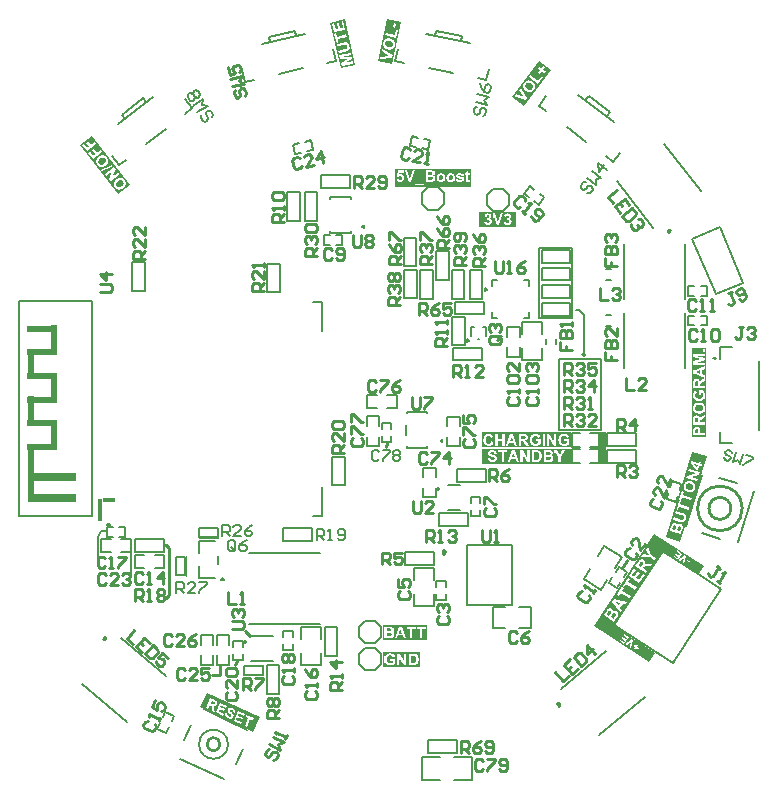
<source format=gto>
G04*
G04 #@! TF.GenerationSoftware,Altium Limited,Altium Designer,22.1.2 (22)*
G04*
G04 Layer_Color=65535*
%FSLAX25Y25*%
%MOIN*%
G70*
G04*
G04 #@! TF.SameCoordinates,673B4CCC-D109-4FC9-AC55-69538E973762*
G04*
G04*
G04 #@! TF.FilePolarity,Positive*
G04*
G01*
G75*
%ADD10C,0.01000*%
%ADD11C,0.00500*%
%ADD12C,0.00013*%
%ADD13C,0.00787*%
%ADD14C,0.01181*%
%ADD15C,0.00800*%
%ADD16R,0.10000X0.02100*%
%ADD17R,0.02100X0.10000*%
%ADD18R,0.16400X0.02800*%
%ADD19R,0.02100X0.09700*%
%ADD20R,0.01732X0.07795*%
%ADD21R,0.04244X0.01646*%
%ADD22R,0.02500X0.05200*%
G36*
X208662Y-120297D02*
X208669Y-120285D01*
X221603Y-128684D01*
X219663Y-131671D01*
X207494Y-123769D01*
X191453Y-148470D01*
X205278Y-157448D01*
X203212Y-160629D01*
X189388Y-151651D01*
X189380Y-151662D01*
X184921Y-148766D01*
X204967Y-117898D01*
X208662Y-120297D01*
D02*
G37*
G36*
X120619Y52613D02*
X117636Y38579D01*
X112760Y39615D01*
X115743Y53649D01*
X120619Y52613D01*
D02*
G37*
G36*
X105278Y38516D02*
X100420Y37395D01*
X96921Y52554D01*
X101778Y53675D01*
X105278Y38516D01*
D02*
G37*
G36*
X30209Y-1497D02*
X26280Y-4566D01*
X13480Y11818D01*
X17408Y14887D01*
X30209Y-1497D01*
D02*
G37*
G36*
X222377Y-92080D02*
X213679Y-120529D01*
X208912Y-119072D01*
X217610Y-90623D01*
X222377Y-92080D01*
D02*
G37*
G36*
X143957Y-2105D02*
X118498D01*
Y3798D01*
X143957D01*
Y-2105D01*
D02*
G37*
G36*
X126900Y-162200D02*
X114500D01*
Y-157215D01*
X126900D01*
Y-162200D01*
D02*
G37*
G36*
X170507Y36805D02*
X161494Y24887D01*
X157518Y27894D01*
X166531Y39812D01*
X170507Y36805D01*
D02*
G37*
G36*
X159023Y-15505D02*
X146633D01*
Y-10527D01*
X159023D01*
Y-15505D01*
D02*
G37*
G36*
X177101Y-89045D02*
X147474D01*
Y-84060D01*
X177101D01*
Y-89045D01*
D02*
G37*
G36*
X222354Y-85607D02*
X217369D01*
Y-55858D01*
X222354D01*
Y-85607D01*
D02*
G37*
G36*
X129274Y-153129D02*
X114471D01*
Y-148151D01*
X129274D01*
Y-153129D01*
D02*
G37*
G36*
X73605Y-179022D02*
X71365Y-183825D01*
X53691Y-175584D01*
X55931Y-170781D01*
X73605Y-179022D01*
D02*
G37*
G36*
X177101Y-94445D02*
X147474D01*
Y-89460D01*
X177101D01*
Y-94445D01*
D02*
G37*
%LPC*%
G36*
X202787Y-122312D02*
X202262Y-123120D01*
X203125Y-124830D01*
X201202Y-124753D01*
X200671Y-125572D01*
X203525Y-125611D01*
X204993Y-126564D01*
X205452Y-125857D01*
X203990Y-124907D01*
X202787Y-122312D01*
D02*
G37*
G36*
X212522Y-123383D02*
X212286Y-123746D01*
X213483Y-124523D01*
X213105Y-125106D01*
X212032Y-124409D01*
X211796Y-124772D01*
X212869Y-125469D01*
X212559Y-125946D01*
X211405Y-125196D01*
X211169Y-125559D01*
X212758Y-126592D01*
X214154Y-124443D01*
X212522Y-123383D01*
D02*
G37*
G36*
X216026Y-126472D02*
X215758Y-126884D01*
X216566Y-127409D01*
X216834Y-126997D01*
X216026Y-126472D01*
D02*
G37*
G36*
X215139Y-125082D02*
X212978Y-126734D01*
X213442Y-127036D01*
X214998Y-125786D01*
X214512Y-127730D01*
X214979Y-128034D01*
X215606Y-125386D01*
X215139Y-125082D01*
D02*
G37*
G36*
X200803Y-126323D02*
X200676Y-126331D01*
X200566Y-126350D01*
X200462Y-126381D01*
X200373Y-126414D01*
X200298Y-126448D01*
X200240Y-126479D01*
X200209Y-126504D01*
X200200Y-126506D01*
X200197Y-126511D01*
X200149Y-126549D01*
X200096Y-126597D01*
X199991Y-126711D01*
X199884Y-126830D01*
X199787Y-126956D01*
X199744Y-127011D01*
X199671Y-127122D01*
X199635Y-127167D01*
X198619Y-128730D01*
X202113Y-130999D01*
X202572Y-130291D01*
X201115Y-129345D01*
X201260Y-129122D01*
X201314Y-129051D01*
X201357Y-128996D01*
X201399Y-128955D01*
X201428Y-128921D01*
X201456Y-128902D01*
X201472Y-128889D01*
X201475Y-128884D01*
X201519Y-128852D01*
X201564Y-128828D01*
X201657Y-128790D01*
X201696Y-128777D01*
X201731Y-128770D01*
X201748Y-128766D01*
X201757Y-128764D01*
X201792Y-128757D01*
X201838Y-128756D01*
X201950Y-128746D01*
X202071Y-128734D01*
X202200Y-128734D01*
X202323Y-128731D01*
X202372Y-128725D01*
X202423Y-128728D01*
X202460Y-128730D01*
X202492Y-128727D01*
X202506Y-128729D01*
X202515Y-128727D01*
X203594Y-128718D01*
X204143Y-127872D01*
X203186Y-127856D01*
X203081Y-127855D01*
X202990Y-127856D01*
X202902Y-127852D01*
X202815Y-127857D01*
X202678Y-127858D01*
X202560Y-127865D01*
X202471Y-127875D01*
X202413Y-127883D01*
X202373Y-127886D01*
X202364Y-127888D01*
X202267Y-127909D01*
X202173Y-127938D01*
X202078Y-127967D01*
X201998Y-127998D01*
X201926Y-128027D01*
X201872Y-128053D01*
X201838Y-128069D01*
X201830Y-128071D01*
X201826Y-128076D01*
X201866Y-127980D01*
X201898Y-127896D01*
X201925Y-127807D01*
X201940Y-127726D01*
X201955Y-127645D01*
X201966Y-127570D01*
X201971Y-127505D01*
X201975Y-127439D01*
X201973Y-127385D01*
X201970Y-127330D01*
X201961Y-127287D01*
X201962Y-127250D01*
X201951Y-127220D01*
X201951Y-127197D01*
X201953Y-127183D01*
X201947Y-127179D01*
X201927Y-127106D01*
X201898Y-127034D01*
X201826Y-126912D01*
X201742Y-126797D01*
X201662Y-126699D01*
X201582Y-126625D01*
X201548Y-126595D01*
X201511Y-126571D01*
X201488Y-126548D01*
X201466Y-126535D01*
X201456Y-126528D01*
X201450Y-126524D01*
X201335Y-126457D01*
X201219Y-126404D01*
X201111Y-126372D01*
X201014Y-126347D01*
X200924Y-126334D01*
X200863Y-126324D01*
X200817Y-126324D01*
X200803Y-126323D01*
D02*
G37*
G36*
X198184Y-129400D02*
X196506Y-131984D01*
X200000Y-134253D01*
X201723Y-131600D01*
X201132Y-131216D01*
X199869Y-133162D01*
X198922Y-132548D01*
X200055Y-130804D01*
X199465Y-130420D01*
X198332Y-132164D01*
X197556Y-131660D01*
X198775Y-129783D01*
X198184Y-129400D01*
D02*
G37*
G36*
X196206Y-132447D02*
X194414Y-135206D01*
X195004Y-135590D01*
X195670Y-134564D01*
X198574Y-136449D01*
X199033Y-135742D01*
X196130Y-133856D01*
X196796Y-132830D01*
X196206Y-132447D01*
D02*
G37*
G36*
X194272Y-135424D02*
X192480Y-138184D01*
X193070Y-138567D01*
X193737Y-137541D01*
X196640Y-139426D01*
X197099Y-138719D01*
X194196Y-136834D01*
X194862Y-135808D01*
X194272Y-135424D01*
D02*
G37*
G36*
X191486Y-139715D02*
X191002Y-140460D01*
X193615Y-144084D01*
X194098Y-143340D01*
X193493Y-142538D01*
X194408Y-141129D01*
X195393Y-141346D01*
X195890Y-140580D01*
X191486Y-139715D01*
D02*
G37*
G36*
X190256Y-142644D02*
X190165Y-142645D01*
X190079Y-142650D01*
X190000Y-142666D01*
X189933Y-142676D01*
X189872Y-142689D01*
X189830Y-142707D01*
X189800Y-142718D01*
X189791Y-142720D01*
X189713Y-142760D01*
X189643Y-142797D01*
X189575Y-142844D01*
X189521Y-142892D01*
X189474Y-142930D01*
X189439Y-142960D01*
X189416Y-142983D01*
X189409Y-142994D01*
X189344Y-143072D01*
X189271Y-143161D01*
X189200Y-143258D01*
X189129Y-143356D01*
X189065Y-143443D01*
X188067Y-144979D01*
X191560Y-147248D01*
X192545Y-145733D01*
X192598Y-145639D01*
X192691Y-145495D01*
X192727Y-145428D01*
X192789Y-145332D01*
X192808Y-145292D01*
X192843Y-145238D01*
X192848Y-145219D01*
X192862Y-145198D01*
X192911Y-145086D01*
X192949Y-144982D01*
X192974Y-144885D01*
X192987Y-144795D01*
X192998Y-144720D01*
X193005Y-144663D01*
X193003Y-144632D01*
X193004Y-144617D01*
X192996Y-144514D01*
X192970Y-144414D01*
X192946Y-144323D01*
X192915Y-144242D01*
X192888Y-144179D01*
X192863Y-144125D01*
X192847Y-144092D01*
X192839Y-144079D01*
X192779Y-143987D01*
X192716Y-143909D01*
X192650Y-143836D01*
X192588Y-143780D01*
X192531Y-143728D01*
X192492Y-143695D01*
X192449Y-143667D01*
X192334Y-143600D01*
X192219Y-143556D01*
X192117Y-143527D01*
X192017Y-143507D01*
X191929Y-143503D01*
X191864Y-143499D01*
X191823Y-143503D01*
X191809Y-143501D01*
X191684Y-143518D01*
X191563Y-143553D01*
X191458Y-143598D01*
X191364Y-143651D01*
X191287Y-143699D01*
X191223Y-143740D01*
X191204Y-143758D01*
X191188Y-143771D01*
X191176Y-143778D01*
X191172Y-143783D01*
X191182Y-143676D01*
X191182Y-143570D01*
X191172Y-143481D01*
X191154Y-143393D01*
X191139Y-143323D01*
X191119Y-143272D01*
X191111Y-143237D01*
X191104Y-143225D01*
X191052Y-143130D01*
X190993Y-143047D01*
X190936Y-142972D01*
X190877Y-142911D01*
X190825Y-142862D01*
X190781Y-142826D01*
X190749Y-142805D01*
X190738Y-142798D01*
X190650Y-142748D01*
X190568Y-142711D01*
X190486Y-142687D01*
X190411Y-142661D01*
X190350Y-142652D01*
X190299Y-142649D01*
X190270Y-142646D01*
X190256Y-142644D01*
D02*
G37*
G36*
X194783Y-151366D02*
X194547Y-151729D01*
X195744Y-152506D01*
X195366Y-153088D01*
X194293Y-152392D01*
X194058Y-152755D01*
X195130Y-153451D01*
X194820Y-153929D01*
X193666Y-153179D01*
X193430Y-153542D01*
X195019Y-154575D01*
X196415Y-152426D01*
X194783Y-151366D01*
D02*
G37*
G36*
X199126Y-154623D02*
X198765Y-155180D01*
X198203Y-154814D01*
X197956Y-155194D01*
X198519Y-155559D01*
X198158Y-156115D01*
X198534Y-156359D01*
X198895Y-155803D01*
X199458Y-156168D01*
X199704Y-155789D01*
X199141Y-155424D01*
X199503Y-154868D01*
X199126Y-154623D01*
D02*
G37*
G36*
X197399Y-153065D02*
X195239Y-154717D01*
X195703Y-155018D01*
X197259Y-153769D01*
X196773Y-155713D01*
X197240Y-156017D01*
X197867Y-153369D01*
X197399Y-153065D01*
D02*
G37*
%LPD*%
G36*
X200801Y-127199D02*
X200863Y-127208D01*
X200912Y-127225D01*
X200953Y-127244D01*
X200988Y-127260D01*
X201015Y-127277D01*
X201020Y-127280D01*
X201075Y-127324D01*
X201119Y-127360D01*
X201160Y-127402D01*
X201187Y-127442D01*
X201209Y-127479D01*
X201223Y-127503D01*
X201236Y-127519D01*
X201238Y-127527D01*
X201257Y-127578D01*
X201263Y-127627D01*
X201270Y-127722D01*
X201260Y-127761D01*
X201256Y-127789D01*
X201257Y-127812D01*
X201253Y-127817D01*
X201241Y-127847D01*
X201228Y-127892D01*
X201209Y-127932D01*
X201183Y-127983D01*
X201123Y-128088D01*
X201059Y-128198D01*
X200999Y-128302D01*
X200557Y-128983D01*
X199669Y-128406D01*
X200190Y-127603D01*
X200227Y-127559D01*
X200296Y-127453D01*
X200332Y-127408D01*
X200349Y-127382D01*
X200365Y-127369D01*
X200369Y-127364D01*
X200423Y-127316D01*
X200473Y-127273D01*
X200522Y-127244D01*
X200573Y-127224D01*
X200615Y-127206D01*
X200650Y-127199D01*
X200667Y-127195D01*
X200676Y-127193D01*
X200739Y-127189D01*
X200801Y-127199D01*
D02*
G37*
G36*
X193669Y-140974D02*
X193044Y-141937D01*
X192054Y-140621D01*
X193669Y-140974D01*
D02*
G37*
G36*
X190189Y-143470D02*
X190242Y-143481D01*
X190291Y-143498D01*
X190327Y-143514D01*
X190362Y-143529D01*
X190383Y-143543D01*
X190389Y-143546D01*
X190444Y-143590D01*
X190495Y-143638D01*
X190527Y-143682D01*
X190556Y-143731D01*
X190574Y-143773D01*
X190585Y-143802D01*
X190594Y-143824D01*
X190596Y-143832D01*
X190600Y-143895D01*
X190605Y-143959D01*
X190595Y-144020D01*
X190580Y-144079D01*
X190566Y-144123D01*
X190551Y-144158D01*
X190542Y-144183D01*
X190522Y-144215D01*
X190506Y-144250D01*
X190406Y-144404D01*
X190353Y-144498D01*
X189914Y-145173D01*
X189106Y-144649D01*
X189565Y-143941D01*
X189605Y-143892D01*
X189688Y-143764D01*
X189714Y-143736D01*
X189752Y-143677D01*
X189771Y-143659D01*
X189775Y-143654D01*
X189827Y-143597D01*
X189877Y-143554D01*
X189926Y-143526D01*
X189971Y-143502D01*
X190013Y-143484D01*
X190043Y-143473D01*
X190061Y-143469D01*
X190069Y-143467D01*
X190133Y-143463D01*
X190189Y-143470D01*
D02*
G37*
G36*
X191681Y-144280D02*
X191743Y-144290D01*
X191792Y-144307D01*
X191842Y-144324D01*
X191882Y-144343D01*
X191912Y-144354D01*
X191934Y-144368D01*
X191939Y-144372D01*
X191999Y-144419D01*
X192051Y-144467D01*
X192094Y-144518D01*
X192126Y-144561D01*
X192144Y-144603D01*
X192160Y-144636D01*
X192169Y-144657D01*
X192171Y-144666D01*
X192184Y-144728D01*
X192189Y-144791D01*
X192179Y-144852D01*
X192176Y-144904D01*
X192162Y-144948D01*
X192156Y-144981D01*
X192147Y-145006D01*
X192144Y-145011D01*
X192135Y-145036D01*
X192118Y-145062D01*
X192078Y-145135D01*
X192032Y-145218D01*
X191977Y-145303D01*
X191934Y-145381D01*
X191429Y-146158D01*
X190494Y-145550D01*
X190967Y-144821D01*
X191020Y-144750D01*
X191067Y-144690D01*
X191105Y-144632D01*
X191141Y-144587D01*
X191178Y-144543D01*
X191207Y-144509D01*
X191233Y-144481D01*
X191260Y-144452D01*
X191289Y-144418D01*
X191317Y-144399D01*
X191320Y-144393D01*
X191376Y-144354D01*
X191425Y-144325D01*
X191476Y-144305D01*
X191523Y-144291D01*
X191563Y-144287D01*
X191595Y-144284D01*
X191613Y-144281D01*
X191621Y-144279D01*
X191681Y-144280D01*
D02*
G37*
%LPC*%
G36*
X118175Y52326D02*
X117875Y50913D01*
X118596Y50759D01*
X118896Y52173D01*
X118175Y52326D01*
D02*
G37*
G36*
X118866Y50230D02*
X118466Y48347D01*
X115376Y49004D01*
X115214Y48243D01*
X118939Y47451D01*
X119501Y50094D01*
X118866Y50230D01*
D02*
G37*
G36*
X116453Y47291D02*
X116309Y47286D01*
X116175Y47279D01*
X116052Y47263D01*
X115934Y47240D01*
X115827Y47215D01*
X115730Y47182D01*
X115647Y47158D01*
X115575Y47125D01*
X115516Y47102D01*
X115463Y47077D01*
X115429Y47061D01*
X115409Y47047D01*
X115401Y47043D01*
X115289Y46965D01*
X115187Y46879D01*
X115095Y46785D01*
X115009Y46689D01*
X114941Y46590D01*
X114871Y46486D01*
X114814Y46390D01*
X114762Y46287D01*
X114725Y46194D01*
X114688Y46106D01*
X114660Y46028D01*
X114634Y45962D01*
X114621Y45905D01*
X114606Y45860D01*
X114599Y45826D01*
X114569Y45658D01*
X114553Y45500D01*
X114553Y45357D01*
X114550Y45232D01*
X114556Y45177D01*
X114558Y45129D01*
X114567Y45085D01*
X114571Y45048D01*
X114571Y45018D01*
X114578Y44999D01*
X114582Y44986D01*
X114580Y44980D01*
X114605Y44873D01*
X114638Y44771D01*
X114678Y44679D01*
X114719Y44592D01*
X114753Y44525D01*
X114783Y44471D01*
X114806Y44436D01*
X114815Y44422D01*
X114885Y44330D01*
X114960Y44236D01*
X115034Y44160D01*
X115103Y44092D01*
X115163Y44037D01*
X115215Y43996D01*
X115245Y43972D01*
X115250Y43965D01*
X115255Y43964D01*
X115398Y43874D01*
X115550Y43799D01*
X115704Y43737D01*
X115855Y43687D01*
X115921Y43661D01*
X115984Y43647D01*
X116040Y43630D01*
X116090Y43613D01*
X116187Y43592D01*
X116354Y43563D01*
X116513Y43547D01*
X116660Y43539D01*
X116804Y43539D01*
X116938Y43552D01*
X117061Y43568D01*
X117174Y43592D01*
X117281Y43617D01*
X117376Y43644D01*
X117461Y43674D01*
X117532Y43701D01*
X117592Y43730D01*
X117638Y43750D01*
X117672Y43767D01*
X117692Y43780D01*
X117700Y43785D01*
X117812Y43863D01*
X117908Y43950D01*
X117999Y44039D01*
X118080Y44141D01*
X118155Y44238D01*
X118218Y44339D01*
X118275Y44440D01*
X118326Y44537D01*
X118369Y44629D01*
X118400Y44719D01*
X118430Y44802D01*
X118456Y44868D01*
X118468Y44925D01*
X118484Y44970D01*
X118491Y45004D01*
X118518Y45160D01*
X118531Y45307D01*
X118536Y45443D01*
X118529Y45576D01*
X118514Y45705D01*
X118497Y45822D01*
X118472Y45929D01*
X118440Y46032D01*
X118411Y46122D01*
X118380Y46200D01*
X118354Y46271D01*
X118323Y46326D01*
X118297Y46373D01*
X118281Y46407D01*
X118267Y46428D01*
X118263Y46434D01*
X118178Y46542D01*
X118086Y46645D01*
X117985Y46733D01*
X117883Y46814D01*
X117774Y46891D01*
X117662Y46957D01*
X117555Y47016D01*
X117445Y47063D01*
X117347Y47107D01*
X117246Y47141D01*
X117163Y47170D01*
X117085Y47199D01*
X117023Y47212D01*
X116978Y47228D01*
X116938Y47236D01*
X116771Y47266D01*
X116607Y47283D01*
X116453Y47291D01*
D02*
G37*
G36*
X114227Y43769D02*
X114055Y42957D01*
X116641Y41450D01*
X113657Y41086D01*
X113483Y40268D01*
X117528Y40813D01*
X117702Y41631D01*
X114227Y43769D01*
D02*
G37*
%LPD*%
G36*
X116457Y46495D02*
X116527Y46486D01*
X116593Y46484D01*
X116644Y46473D01*
X116691Y46469D01*
X116726Y46462D01*
X116748Y46457D01*
X116754Y46456D01*
X116873Y46425D01*
X116981Y46396D01*
X117086Y46356D01*
X117174Y46319D01*
X117260Y46277D01*
X117335Y46237D01*
X117404Y46192D01*
X117462Y46156D01*
X117513Y46115D01*
X117558Y46076D01*
X117594Y46044D01*
X117623Y46014D01*
X117648Y45991D01*
X117661Y45970D01*
X117672Y45962D01*
X117676Y45955D01*
X117721Y45886D01*
X117761Y45817D01*
X117787Y45746D01*
X117814Y45674D01*
X117829Y45605D01*
X117844Y45537D01*
X117860Y45414D01*
X117861Y45306D01*
X117857Y45259D01*
X117854Y45217D01*
X117854Y45188D01*
X117844Y45142D01*
X117822Y45063D01*
X117799Y44984D01*
X117766Y44913D01*
X117727Y44844D01*
X117649Y44729D01*
X117563Y44633D01*
X117487Y44560D01*
X117451Y44532D01*
X117422Y44508D01*
X117395Y44490D01*
X117374Y44476D01*
X117367Y44472D01*
X117360Y44467D01*
X117286Y44429D01*
X117202Y44399D01*
X117119Y44375D01*
X117033Y44363D01*
X116860Y44340D01*
X116693Y44340D01*
X116616Y44344D01*
X116546Y44353D01*
X116488Y44360D01*
X116429Y44366D01*
X116388Y44369D01*
X116354Y44376D01*
X116331Y44381D01*
X116325Y44382D01*
X116206Y44413D01*
X116099Y44442D01*
X115999Y44481D01*
X115906Y44519D01*
X115824Y44555D01*
X115750Y44600D01*
X115680Y44639D01*
X115623Y44681D01*
X115571Y44716D01*
X115531Y44754D01*
X115490Y44787D01*
X115460Y44811D01*
X115442Y44839D01*
X115427Y44854D01*
X115417Y44862D01*
X115412Y44869D01*
X115367Y44939D01*
X115328Y45007D01*
X115301Y45078D01*
X115274Y45150D01*
X115253Y45220D01*
X115244Y45288D01*
X115229Y45417D01*
X115228Y45524D01*
X115232Y45571D01*
X115235Y45613D01*
X115237Y45648D01*
X115246Y45694D01*
X115270Y45779D01*
X115293Y45858D01*
X115365Y45998D01*
X115444Y46118D01*
X115523Y46209D01*
X115562Y46249D01*
X115599Y46283D01*
X115635Y46311D01*
X115664Y46335D01*
X115691Y46353D01*
X115712Y46366D01*
X115719Y46371D01*
X115726Y46376D01*
X115800Y46414D01*
X115878Y46445D01*
X115960Y46463D01*
X116048Y46481D01*
X116219Y46498D01*
X116381Y46499D01*
X116457Y46495D01*
D02*
G37*
%LPC*%
G36*
X101336Y53055D02*
X100703Y52909D01*
X101185Y50823D01*
X100170Y50589D01*
X99738Y52459D01*
X99106Y52312D01*
X99537Y50443D01*
X98705Y50251D01*
X98241Y52263D01*
X97608Y52117D01*
X98247Y49347D01*
X101992Y50211D01*
X101336Y53055D01*
D02*
G37*
G36*
X98995Y48997D02*
X98362Y48851D01*
X99045Y45892D01*
X99678Y46038D01*
X99424Y47139D01*
X102536Y47857D01*
X102361Y48615D01*
X99249Y47897D01*
X98995Y48997D01*
D02*
G37*
G36*
X102119Y45972D02*
X102113Y45970D01*
X102107Y45969D01*
X102048Y45967D01*
X101982Y45964D01*
X101907Y45953D01*
X101831Y45941D01*
X101675Y45917D01*
X101513Y45892D01*
X101438Y45875D01*
X101370Y45859D01*
X101306Y45850D01*
X99169Y45357D01*
X99344Y44598D01*
X101424Y45079D01*
X101504Y45097D01*
X101578Y45114D01*
X101648Y45124D01*
X101710Y45139D01*
X101826Y45159D01*
X101913Y45173D01*
X101982Y45184D01*
X102029Y45188D01*
X102059Y45189D01*
X102070Y45192D01*
X102143Y45191D01*
X102212Y45177D01*
X102271Y45154D01*
X102325Y45131D01*
X102371Y45111D01*
X102406Y45089D01*
X102429Y45070D01*
X102436Y45066D01*
X102497Y45008D01*
X102543Y44941D01*
X102584Y44866D01*
X102618Y44796D01*
X102647Y44725D01*
X102665Y44669D01*
X102677Y44618D01*
X102697Y44508D01*
X102703Y44401D01*
X102700Y44311D01*
X102693Y44237D01*
X102683Y44175D01*
X102670Y44129D01*
X102658Y44103D01*
X102655Y44090D01*
X102612Y44014D01*
X102566Y43955D01*
X102513Y43901D01*
X102458Y43852D01*
X102410Y43823D01*
X102374Y43797D01*
X102349Y43779D01*
X102337Y43777D01*
X102310Y43764D01*
X102270Y43755D01*
X102180Y43728D01*
X102079Y43699D01*
X101976Y43675D01*
X101875Y43646D01*
X101829Y43635D01*
X101795Y43627D01*
X101761Y43619D01*
X101738Y43614D01*
X101721Y43610D01*
X101715Y43609D01*
X99681Y43139D01*
X99856Y42381D01*
X101970Y42869D01*
X102077Y42900D01*
X102180Y42924D01*
X102270Y42950D01*
X102354Y42976D01*
X102432Y43000D01*
X102499Y43022D01*
X102561Y43042D01*
X102617Y43060D01*
X102661Y43077D01*
X102705Y43093D01*
X102732Y43105D01*
X102760Y43117D01*
X102775Y43127D01*
X102787Y43130D01*
X102792Y43131D01*
X102867Y43172D01*
X102933Y43224D01*
X102999Y43275D01*
X103054Y43324D01*
X103097Y43370D01*
X103131Y43407D01*
X103150Y43430D01*
X103160Y43438D01*
X103212Y43522D01*
X103265Y43606D01*
X103299Y43692D01*
X103335Y43773D01*
X103354Y43843D01*
X103371Y43901D01*
X103380Y43939D01*
X103385Y43946D01*
X103383Y43952D01*
X103393Y44014D01*
X103397Y44075D01*
X103395Y44213D01*
X103388Y44349D01*
X103369Y44483D01*
X103353Y44605D01*
X103341Y44657D01*
X103336Y44704D01*
X103316Y44789D01*
X103274Y44947D01*
X103229Y45087D01*
X103185Y45203D01*
X103138Y45300D01*
X103101Y45382D01*
X103082Y45413D01*
X103071Y45435D01*
X103060Y45456D01*
X103050Y45472D01*
X103043Y45476D01*
X103042Y45482D01*
X102974Y45569D01*
X102903Y45642D01*
X102835Y45704D01*
X102768Y45761D01*
X102717Y45798D01*
X102674Y45829D01*
X102640Y45846D01*
X102633Y45850D01*
X102546Y45890D01*
X102454Y45923D01*
X102366Y45939D01*
X102284Y45956D01*
X102211Y45963D01*
X102155Y45968D01*
X102119Y45972D01*
D02*
G37*
G36*
X103774Y42493D02*
X100029Y41629D01*
X100292Y40489D01*
X103006Y40413D01*
X100603Y39143D01*
X100864Y38015D01*
X104609Y38879D01*
X104447Y39581D01*
X101500Y38900D01*
X104276Y40321D01*
X104108Y41045D01*
X100990Y41106D01*
X103936Y41792D01*
X103774Y42493D01*
D02*
G37*
G36*
X16141Y12931D02*
X15629Y12532D01*
X16616Y11268D01*
X15897Y10707D01*
X14755Y12168D01*
X14244Y11768D01*
X15864Y9694D01*
X18893Y12060D01*
X18414Y12673D01*
X17128Y11668D01*
X16141Y12931D01*
D02*
G37*
G36*
X18158Y10350D02*
X17646Y9950D01*
X18633Y8687D01*
X17914Y8125D01*
X16772Y9586D01*
X16261Y9187D01*
X17881Y7112D01*
X20910Y9478D01*
X20431Y10092D01*
X19145Y9087D01*
X18158Y10350D01*
D02*
G37*
G36*
X21106Y8325D02*
X20968Y8321D01*
X20836Y8300D01*
X20708Y8274D01*
X20579Y8240D01*
X20457Y8196D01*
X20343Y8152D01*
X20236Y8098D01*
X20139Y8052D01*
X20049Y7996D01*
X19972Y7952D01*
X19900Y7910D01*
X19850Y7871D01*
X19809Y7846D01*
X19777Y7821D01*
X19647Y7712D01*
X19529Y7598D01*
X19423Y7485D01*
X19334Y7371D01*
X19254Y7265D01*
X19187Y7160D01*
X19129Y7055D01*
X19079Y6957D01*
X19042Y6861D01*
X19008Y6782D01*
X18986Y6706D01*
X18966Y6646D01*
X18951Y6589D01*
X18942Y6553D01*
X18939Y6528D01*
X18938Y6520D01*
X18925Y6384D01*
X18926Y6250D01*
X18939Y6120D01*
X18957Y5992D01*
X18988Y5876D01*
X19023Y5755D01*
X19060Y5650D01*
X19106Y5545D01*
X19153Y5456D01*
X19197Y5371D01*
X19238Y5299D01*
X19272Y5237D01*
X19308Y5191D01*
X19332Y5150D01*
X19354Y5123D01*
X19463Y4992D01*
X19574Y4879D01*
X19684Y4786D01*
X19778Y4704D01*
X19824Y4673D01*
X19862Y4643D01*
X19901Y4622D01*
X19932Y4602D01*
X19954Y4582D01*
X19974Y4575D01*
X19986Y4570D01*
X19990Y4565D01*
X20088Y4516D01*
X20187Y4474D01*
X20284Y4446D01*
X20377Y4422D01*
X20449Y4405D01*
X20511Y4393D01*
X20552Y4388D01*
X20568Y4386D01*
X20684Y4380D01*
X20805Y4378D01*
X20910Y4386D01*
X21007Y4395D01*
X21087Y4405D01*
X21151Y4419D01*
X21190Y4426D01*
X21198Y4425D01*
X21203Y4429D01*
X21363Y4480D01*
X21517Y4549D01*
X21665Y4626D01*
X21800Y4710D01*
X21862Y4744D01*
X21913Y4783D01*
X21963Y4815D01*
X22008Y4843D01*
X22086Y4904D01*
X22216Y5013D01*
X22330Y5124D01*
X22431Y5232D01*
X22523Y5342D01*
X22600Y5453D01*
X22667Y5558D01*
X22721Y5659D01*
X22770Y5757D01*
X22811Y5848D01*
X22842Y5932D01*
X22867Y6004D01*
X22884Y6069D01*
X22898Y6117D01*
X22906Y6153D01*
X22909Y6178D01*
X22910Y6186D01*
X22923Y6322D01*
X22918Y6452D01*
X22908Y6578D01*
X22883Y6707D01*
X22856Y6826D01*
X22819Y6939D01*
X22779Y7049D01*
X22737Y7149D01*
X22694Y7242D01*
X22646Y7323D01*
X22601Y7400D01*
X22567Y7462D01*
X22531Y7508D01*
X22507Y7549D01*
X22485Y7576D01*
X22383Y7697D01*
X22279Y7802D01*
X22178Y7893D01*
X22071Y7973D01*
X21963Y8045D01*
X21863Y8107D01*
X21765Y8157D01*
X21665Y8198D01*
X21578Y8234D01*
X21498Y8260D01*
X21426Y8286D01*
X21365Y8297D01*
X21312Y8308D01*
X21276Y8317D01*
X21251Y8320D01*
X21243Y8321D01*
X21106Y8325D01*
D02*
G37*
G36*
X24357Y5171D02*
X20636Y3481D01*
X20978Y3044D01*
X24692Y4742D01*
X24357Y5171D01*
D02*
G37*
G36*
X24901Y4371D02*
X21872Y2004D01*
X22315Y1437D01*
X24348Y3026D01*
X23291Y188D01*
X23752Y-402D01*
X26781Y1964D01*
X26338Y2531D01*
X24351Y979D01*
X25379Y3758D01*
X24901Y4371D01*
D02*
G37*
G36*
X26976Y811D02*
X26838Y807D01*
X26707Y786D01*
X26579Y760D01*
X26449Y726D01*
X26327Y682D01*
X26213Y638D01*
X26107Y584D01*
X26009Y538D01*
X25919Y482D01*
X25843Y438D01*
X25771Y396D01*
X25720Y357D01*
X25680Y332D01*
X25648Y307D01*
X25518Y198D01*
X25399Y84D01*
X25294Y-29D01*
X25205Y-143D01*
X25125Y-250D01*
X25058Y-354D01*
X24999Y-459D01*
X24950Y-557D01*
X24913Y-653D01*
X24878Y-732D01*
X24856Y-808D01*
X24836Y-869D01*
X24821Y-925D01*
X24813Y-961D01*
X24810Y-986D01*
X24809Y-994D01*
X24796Y-1130D01*
X24796Y-1264D01*
X24810Y-1394D01*
X24827Y-1522D01*
X24859Y-1638D01*
X24894Y-1759D01*
X24931Y-1864D01*
X24976Y-1969D01*
X25024Y-2058D01*
X25068Y-2143D01*
X25109Y-2215D01*
X25143Y-2277D01*
X25179Y-2323D01*
X25203Y-2364D01*
X25225Y-2392D01*
X25334Y-2522D01*
X25445Y-2635D01*
X25554Y-2728D01*
X25648Y-2810D01*
X25695Y-2841D01*
X25733Y-2871D01*
X25772Y-2892D01*
X25802Y-2912D01*
X25825Y-2932D01*
X25845Y-2939D01*
X25857Y-2944D01*
X25861Y-2949D01*
X25959Y-2998D01*
X26058Y-3040D01*
X26154Y-3068D01*
X26247Y-3092D01*
X26320Y-3109D01*
X26381Y-3121D01*
X26422Y-3126D01*
X26439Y-3128D01*
X26555Y-3134D01*
X26675Y-3136D01*
X26780Y-3128D01*
X26877Y-3119D01*
X26958Y-3109D01*
X27022Y-3096D01*
X27060Y-3088D01*
X27069Y-3089D01*
X27073Y-3085D01*
X27234Y-3034D01*
X27388Y-2966D01*
X27535Y-2888D01*
X27670Y-2804D01*
X27733Y-2770D01*
X27784Y-2731D01*
X27833Y-2699D01*
X27878Y-2671D01*
X27957Y-2610D01*
X28087Y-2501D01*
X28201Y-2390D01*
X28301Y-2282D01*
X28394Y-2172D01*
X28470Y-2061D01*
X28537Y-1956D01*
X28591Y-1855D01*
X28641Y-1757D01*
X28681Y-1666D01*
X28712Y-1582D01*
X28738Y-1510D01*
X28754Y-1445D01*
X28768Y-1397D01*
X28777Y-1361D01*
X28780Y-1336D01*
X28781Y-1328D01*
X28794Y-1192D01*
X28789Y-1062D01*
X28779Y-936D01*
X28753Y-808D01*
X28726Y-688D01*
X28690Y-575D01*
X28649Y-466D01*
X28608Y-365D01*
X28565Y-272D01*
X28516Y-191D01*
X28472Y-114D01*
X28438Y-52D01*
X28402Y-6D01*
X28377Y35D01*
X28356Y62D01*
X28254Y183D01*
X28150Y288D01*
X28049Y379D01*
X27942Y459D01*
X27834Y531D01*
X27733Y593D01*
X27635Y642D01*
X27536Y684D01*
X27449Y720D01*
X27369Y746D01*
X27297Y772D01*
X27236Y783D01*
X27183Y794D01*
X27146Y802D01*
X27122Y806D01*
X27114Y807D01*
X26976Y811D01*
D02*
G37*
%LPD*%
G36*
X21212Y7562D02*
X21225Y7564D01*
X21233Y7563D01*
X21315Y7553D01*
X21393Y7540D01*
X21465Y7514D01*
X21537Y7489D01*
X21599Y7456D01*
X21662Y7423D01*
X21766Y7356D01*
X21849Y7288D01*
X21883Y7254D01*
X21913Y7226D01*
X21935Y7206D01*
X21964Y7169D01*
X22010Y7101D01*
X22056Y7033D01*
X22089Y6962D01*
X22117Y6888D01*
X22155Y6754D01*
X22173Y6627D01*
X22181Y6522D01*
X22179Y6476D01*
X22179Y6439D01*
X22175Y6406D01*
X22172Y6381D01*
X22171Y6373D01*
X22170Y6365D01*
X22151Y6284D01*
X22120Y6200D01*
X22085Y6121D01*
X22039Y6047D01*
X21946Y5900D01*
X21838Y5772D01*
X21786Y5716D01*
X21734Y5668D01*
X21691Y5627D01*
X21649Y5587D01*
X21620Y5557D01*
X21593Y5535D01*
X21574Y5521D01*
X21570Y5517D01*
X21469Y5446D01*
X21378Y5382D01*
X21284Y5331D01*
X21195Y5284D01*
X21115Y5244D01*
X21033Y5217D01*
X20958Y5188D01*
X20890Y5172D01*
X20829Y5154D01*
X20774Y5148D01*
X20723Y5138D01*
X20684Y5130D01*
X20652Y5134D01*
X20630Y5133D01*
X20618Y5130D01*
X20609Y5131D01*
X20527Y5141D01*
X20450Y5155D01*
X20378Y5180D01*
X20306Y5206D01*
X20239Y5235D01*
X20181Y5271D01*
X20073Y5343D01*
X19990Y5411D01*
X19956Y5445D01*
X19926Y5473D01*
X19900Y5497D01*
X19871Y5534D01*
X19822Y5607D01*
X19776Y5675D01*
X19715Y5820D01*
X19673Y5959D01*
X19655Y6078D01*
X19649Y6132D01*
X19647Y6183D01*
X19648Y6228D01*
X19649Y6266D01*
X19653Y6299D01*
X19656Y6323D01*
X19657Y6332D01*
X19658Y6340D01*
X19676Y6421D01*
X19703Y6501D01*
X19741Y6576D01*
X19784Y6654D01*
X19880Y6796D01*
X19983Y6921D01*
X20036Y6977D01*
X20088Y7025D01*
X20131Y7074D01*
X20173Y7106D01*
X20206Y7139D01*
X20234Y7161D01*
X20252Y7175D01*
X20257Y7179D01*
X20357Y7250D01*
X20448Y7314D01*
X20547Y7368D01*
X20631Y7412D01*
X20719Y7451D01*
X20798Y7483D01*
X20876Y7507D01*
X20941Y7528D01*
X21005Y7541D01*
X21065Y7551D01*
X21112Y7557D01*
X21154Y7561D01*
X21188Y7565D01*
X21212Y7562D01*
D02*
G37*
G36*
X27083Y48D02*
X27096Y50D01*
X27104Y49D01*
X27186Y39D01*
X27264Y25D01*
X27335Y-0D01*
X27407Y-25D01*
X27470Y-58D01*
X27533Y-91D01*
X27637Y-158D01*
X27720Y-227D01*
X27754Y-260D01*
X27783Y-288D01*
X27806Y-308D01*
X27835Y-345D01*
X27881Y-413D01*
X27926Y-481D01*
X27959Y-552D01*
X27988Y-626D01*
X28026Y-760D01*
X28043Y-887D01*
X28051Y-992D01*
X28050Y-1038D01*
X28049Y-1075D01*
X28045Y-1108D01*
X28042Y-1133D01*
X28041Y-1141D01*
X28040Y-1149D01*
X28022Y-1230D01*
X27991Y-1314D01*
X27956Y-1393D01*
X27910Y-1467D01*
X27817Y-1614D01*
X27709Y-1742D01*
X27656Y-1798D01*
X27605Y-1846D01*
X27562Y-1887D01*
X27520Y-1927D01*
X27491Y-1957D01*
X27463Y-1979D01*
X27445Y-1993D01*
X27440Y-1997D01*
X27340Y-2068D01*
X27249Y-2132D01*
X27155Y-2183D01*
X27066Y-2230D01*
X26986Y-2270D01*
X26903Y-2297D01*
X26829Y-2326D01*
X26760Y-2342D01*
X26700Y-2360D01*
X26645Y-2366D01*
X26594Y-2376D01*
X26555Y-2384D01*
X26522Y-2380D01*
X26501Y-2382D01*
X26488Y-2384D01*
X26480Y-2383D01*
X26398Y-2373D01*
X26320Y-2359D01*
X26249Y-2334D01*
X26177Y-2308D01*
X26109Y-2279D01*
X26051Y-2243D01*
X25943Y-2171D01*
X25860Y-2103D01*
X25827Y-2070D01*
X25797Y-2041D01*
X25771Y-2017D01*
X25742Y-1980D01*
X25693Y-1907D01*
X25647Y-1839D01*
X25585Y-1694D01*
X25544Y-1555D01*
X25525Y-1436D01*
X25519Y-1382D01*
X25517Y-1331D01*
X25519Y-1286D01*
X25519Y-1248D01*
X25523Y-1215D01*
X25526Y-1191D01*
X25527Y-1182D01*
X25528Y-1174D01*
X25547Y-1093D01*
X25573Y-1013D01*
X25611Y-939D01*
X25654Y-860D01*
X25751Y-718D01*
X25854Y-593D01*
X25907Y-537D01*
X25958Y-489D01*
X26002Y-441D01*
X26043Y-408D01*
X26077Y-375D01*
X26104Y-353D01*
X26123Y-339D01*
X26127Y-335D01*
X26228Y-264D01*
X26319Y-200D01*
X26417Y-146D01*
X26502Y-102D01*
X26590Y-63D01*
X26669Y-31D01*
X26747Y-7D01*
X26812Y14D01*
X26876Y27D01*
X26936Y37D01*
X26982Y43D01*
X27024Y46D01*
X27058Y51D01*
X27083Y48D01*
D02*
G37*
%LPC*%
G36*
X217284Y-93601D02*
X217103Y-94194D01*
X218954Y-96503D01*
X219564Y-96690D01*
X220024Y-95185D01*
X220762Y-95411D01*
X220971Y-94728D01*
X220233Y-94502D01*
X220371Y-94049D01*
X219756Y-93861D01*
X219617Y-94314D01*
X217284Y-93601D01*
D02*
G37*
G36*
X216473Y-96295D02*
X216262Y-96983D01*
X218729Y-97738D01*
X215799Y-98500D01*
X215580Y-99216D01*
X219255Y-100339D01*
X219466Y-99651D01*
X217055Y-98914D01*
X219921Y-98163D01*
X220148Y-97419D01*
X216473Y-96295D01*
D02*
G37*
G36*
X216492Y-100253D02*
X216369Y-100258D01*
X216248Y-100270D01*
X216140Y-100286D01*
X216040Y-100311D01*
X215956Y-100328D01*
X215880Y-100354D01*
X215820Y-100372D01*
X215765Y-100392D01*
X215730Y-100406D01*
X215708Y-100417D01*
X215701Y-100421D01*
X215582Y-100489D01*
X215473Y-100566D01*
X215373Y-100651D01*
X215280Y-100739D01*
X215202Y-100831D01*
X215123Y-100930D01*
X215059Y-101020D01*
X214999Y-101118D01*
X214953Y-101208D01*
X214908Y-101292D01*
X214873Y-101367D01*
X214842Y-101431D01*
X214825Y-101487D01*
X214805Y-101530D01*
X214795Y-101563D01*
X214751Y-101727D01*
X214721Y-101883D01*
X214708Y-102026D01*
X214695Y-102150D01*
X214696Y-102206D01*
X214694Y-102254D01*
X214699Y-102298D01*
X214700Y-102336D01*
X214697Y-102365D01*
X214703Y-102385D01*
X214705Y-102398D01*
X214703Y-102404D01*
X214719Y-102513D01*
X214742Y-102618D01*
X214774Y-102713D01*
X214808Y-102803D01*
X214835Y-102872D01*
X214861Y-102929D01*
X214880Y-102966D01*
X214888Y-102980D01*
X214949Y-103079D01*
X215017Y-103179D01*
X215084Y-103260D01*
X215146Y-103335D01*
X215202Y-103394D01*
X215249Y-103439D01*
X215278Y-103466D01*
X215281Y-103474D01*
X215287Y-103475D01*
X215421Y-103578D01*
X215566Y-103665D01*
X215714Y-103741D01*
X215860Y-103804D01*
X215923Y-103835D01*
X215985Y-103854D01*
X216039Y-103877D01*
X216088Y-103898D01*
X216183Y-103927D01*
X216347Y-103971D01*
X216503Y-104000D01*
X216650Y-104021D01*
X216792Y-104034D01*
X216928Y-104032D01*
X217051Y-104027D01*
X217166Y-104013D01*
X217274Y-103998D01*
X217372Y-103978D01*
X217459Y-103956D01*
X217532Y-103936D01*
X217594Y-103912D01*
X217642Y-103896D01*
X217677Y-103882D01*
X217699Y-103870D01*
X217706Y-103866D01*
X217825Y-103799D01*
X217928Y-103720D01*
X218026Y-103640D01*
X218116Y-103545D01*
X218199Y-103454D01*
X218271Y-103360D01*
X218337Y-103264D01*
X218396Y-103172D01*
X218447Y-103084D01*
X218486Y-102998D01*
X218523Y-102917D01*
X218554Y-102853D01*
X218571Y-102797D01*
X218591Y-102754D01*
X218601Y-102721D01*
X218641Y-102568D01*
X218667Y-102423D01*
X218684Y-102287D01*
X218688Y-102154D01*
X218685Y-102025D01*
X218678Y-101906D01*
X218663Y-101798D01*
X218640Y-101693D01*
X218619Y-101601D01*
X218595Y-101520D01*
X218575Y-101446D01*
X218549Y-101390D01*
X218527Y-101340D01*
X218514Y-101305D01*
X218502Y-101284D01*
X218498Y-101276D01*
X218423Y-101162D01*
X218341Y-101051D01*
X218248Y-100955D01*
X218153Y-100865D01*
X218051Y-100778D01*
X217945Y-100703D01*
X217844Y-100636D01*
X217739Y-100579D01*
X217645Y-100526D01*
X217547Y-100484D01*
X217467Y-100447D01*
X217392Y-100412D01*
X217331Y-100393D01*
X217287Y-100374D01*
X217248Y-100362D01*
X217084Y-100318D01*
X216922Y-100287D01*
X216770Y-100265D01*
X216626Y-100257D01*
X216492Y-100253D01*
D02*
G37*
G36*
X214212Y-103691D02*
X213324Y-106595D01*
X213945Y-106784D01*
X214275Y-105705D01*
X217330Y-106639D01*
X217557Y-105895D01*
X214503Y-104961D01*
X214833Y-103881D01*
X214212Y-103691D01*
D02*
G37*
G36*
X213254Y-106824D02*
X212366Y-109728D01*
X212987Y-109917D01*
X213317Y-108838D01*
X216372Y-109772D01*
X216599Y-109027D01*
X213545Y-108094D01*
X213875Y-107014D01*
X213254Y-106824D01*
D02*
G37*
G36*
X212205Y-110253D02*
X211978Y-110997D01*
X214020Y-111622D01*
X214098Y-111646D01*
X214171Y-111668D01*
X214236Y-111694D01*
X214298Y-111713D01*
X214408Y-111753D01*
X214490Y-111784D01*
X214556Y-111810D01*
X214599Y-111829D01*
X214625Y-111843D01*
X214636Y-111847D01*
X214698Y-111884D01*
X214751Y-111931D01*
X214791Y-111980D01*
X214826Y-112027D01*
X214856Y-112067D01*
X214876Y-112104D01*
X214886Y-112131D01*
X214890Y-112138D01*
X214914Y-112219D01*
X214920Y-112301D01*
X214918Y-112386D01*
X214913Y-112464D01*
X214901Y-112540D01*
X214890Y-112597D01*
X214875Y-112648D01*
X214837Y-112752D01*
X214789Y-112848D01*
X214741Y-112925D01*
X214698Y-112985D01*
X214658Y-113034D01*
X214624Y-113067D01*
X214601Y-113084D01*
X214592Y-113093D01*
X214517Y-113138D01*
X214447Y-113165D01*
X214374Y-113186D01*
X214302Y-113200D01*
X214246Y-113202D01*
X214202Y-113207D01*
X214171Y-113209D01*
X214159Y-113206D01*
X214130Y-113203D01*
X214091Y-113191D01*
X213999Y-113169D01*
X213897Y-113144D01*
X213796Y-113113D01*
X213694Y-113088D01*
X213649Y-113074D01*
X213616Y-113064D01*
X213582Y-113054D01*
X213560Y-113047D01*
X213543Y-113042D01*
X213537Y-113040D01*
X211540Y-112430D01*
X211313Y-113174D01*
X213388Y-113808D01*
X213496Y-113835D01*
X213597Y-113866D01*
X213688Y-113888D01*
X213774Y-113908D01*
X213854Y-113926D01*
X213923Y-113941D01*
X213986Y-113954D01*
X214043Y-113966D01*
X214090Y-113974D01*
X214136Y-113982D01*
X214166Y-113985D01*
X214196Y-113988D01*
X214214Y-113987D01*
X214225Y-113991D01*
X214231Y-113993D01*
X214316Y-113994D01*
X214399Y-113983D01*
X214482Y-113971D01*
X214554Y-113957D01*
X214615Y-113938D01*
X214662Y-113923D01*
X214690Y-113912D01*
X214703Y-113910D01*
X214790Y-113864D01*
X214878Y-113817D01*
X214951Y-113760D01*
X215021Y-113708D01*
X215074Y-113657D01*
X215117Y-113615D01*
X215144Y-113587D01*
X215152Y-113583D01*
X215153Y-113577D01*
X215193Y-113528D01*
X215227Y-113477D01*
X215294Y-113357D01*
X215356Y-113235D01*
X215406Y-113110D01*
X215453Y-112996D01*
X215469Y-112946D01*
X215488Y-112902D01*
X215514Y-112819D01*
X215556Y-112660D01*
X215587Y-112517D01*
X215607Y-112394D01*
X215615Y-112287D01*
X215624Y-112198D01*
X215623Y-112161D01*
X215624Y-112137D01*
X215626Y-112113D01*
X215625Y-112094D01*
X215621Y-112087D01*
X215623Y-112081D01*
X215607Y-111972D01*
X215582Y-111873D01*
X215554Y-111785D01*
X215525Y-111703D01*
X215499Y-111646D01*
X215477Y-111596D01*
X215456Y-111565D01*
X215452Y-111558D01*
X215397Y-111480D01*
X215334Y-111406D01*
X215266Y-111348D01*
X215203Y-111292D01*
X215143Y-111249D01*
X215098Y-111217D01*
X215068Y-111196D01*
X215062Y-111194D01*
X215056Y-111192D01*
X215004Y-111164D01*
X214946Y-111134D01*
X214875Y-111106D01*
X214804Y-111078D01*
X214656Y-111021D01*
X214503Y-110962D01*
X214430Y-110940D01*
X214363Y-110919D01*
X214303Y-110895D01*
X212205Y-110253D01*
D02*
G37*
G36*
X211670Y-114225D02*
X211613Y-114232D01*
X211567Y-114242D01*
X211541Y-114247D01*
X211528Y-114249D01*
X211448Y-114273D01*
X211372Y-114299D01*
X211307Y-114334D01*
X211250Y-114359D01*
X211199Y-114387D01*
X211166Y-114413D01*
X211142Y-114431D01*
X211135Y-114435D01*
X211075Y-114490D01*
X211023Y-114541D01*
X210975Y-114600D01*
X210939Y-114656D01*
X210907Y-114701D01*
X210884Y-114737D01*
X210869Y-114763D01*
X210866Y-114774D01*
X210827Y-114860D01*
X210786Y-114958D01*
X210747Y-115062D01*
X210709Y-115167D01*
X210675Y-115260D01*
X210180Y-116877D01*
X213856Y-118001D01*
X214343Y-116406D01*
X214367Y-116310D01*
X214413Y-116159D01*
X214428Y-116090D01*
X214459Y-115989D01*
X214465Y-115948D01*
X214482Y-115892D01*
X214482Y-115874D01*
X214489Y-115851D01*
X214504Y-115740D01*
X214511Y-115638D01*
X214509Y-115545D01*
X214497Y-115463D01*
X214488Y-115392D01*
X214479Y-115341D01*
X214470Y-115313D01*
X214467Y-115300D01*
X214434Y-115211D01*
X214385Y-115129D01*
X214341Y-115054D01*
X214293Y-114990D01*
X214253Y-114941D01*
X214217Y-114900D01*
X214194Y-114874D01*
X214184Y-114865D01*
X214107Y-114799D01*
X214032Y-114745D01*
X213954Y-114697D01*
X213885Y-114664D01*
X213821Y-114632D01*
X213778Y-114613D01*
X213734Y-114599D01*
X213614Y-114569D01*
X213501Y-114558D01*
X213403Y-114559D01*
X213309Y-114567D01*
X213230Y-114586D01*
X213171Y-114598D01*
X213136Y-114612D01*
X213123Y-114614D01*
X213017Y-114661D01*
X212919Y-114723D01*
X212837Y-114790D01*
X212767Y-114860D01*
X212711Y-114922D01*
X212664Y-114976D01*
X212652Y-114996D01*
X212641Y-115011D01*
X212632Y-115021D01*
X212630Y-115026D01*
X212611Y-114929D01*
X212585Y-114835D01*
X212553Y-114758D01*
X212514Y-114685D01*
X212483Y-114627D01*
X212453Y-114587D01*
X212437Y-114557D01*
X212428Y-114548D01*
X212357Y-114478D01*
X212284Y-114419D01*
X212214Y-114367D01*
X212146Y-114328D01*
X212088Y-114298D01*
X212040Y-114277D01*
X212006Y-114267D01*
X211995Y-114263D01*
X211904Y-114241D01*
X211822Y-114229D01*
X211742Y-114229D01*
X211670Y-114225D01*
D02*
G37*
%LPD*%
G36*
X219408Y-94997D02*
X219148Y-95847D01*
X218150Y-94612D01*
X219408Y-94997D01*
D02*
G37*
G36*
X216629Y-101047D02*
X216705Y-101058D01*
X216774Y-101073D01*
X216839Y-101081D01*
X216889Y-101096D01*
X216936Y-101104D01*
X216969Y-101115D01*
X216991Y-101121D01*
X216997Y-101123D01*
X217113Y-101165D01*
X217217Y-101203D01*
X217319Y-101252D01*
X217403Y-101296D01*
X217486Y-101346D01*
X217557Y-101392D01*
X217621Y-101443D01*
X217676Y-101484D01*
X217723Y-101529D01*
X217765Y-101572D01*
X217798Y-101607D01*
X217824Y-101639D01*
X217847Y-101664D01*
X217859Y-101686D01*
X217868Y-101695D01*
X217872Y-101703D01*
X217911Y-101776D01*
X217944Y-101847D01*
X217965Y-101921D01*
X217985Y-101994D01*
X217994Y-102064D01*
X218003Y-102134D01*
X218008Y-102258D01*
X218000Y-102366D01*
X217992Y-102412D01*
X217985Y-102453D01*
X217982Y-102483D01*
X217969Y-102527D01*
X217939Y-102604D01*
X217910Y-102681D01*
X217871Y-102748D01*
X217826Y-102814D01*
X217738Y-102922D01*
X217644Y-103009D01*
X217562Y-103076D01*
X217524Y-103101D01*
X217493Y-103122D01*
X217464Y-103138D01*
X217442Y-103149D01*
X217435Y-103153D01*
X217427Y-103157D01*
X217351Y-103189D01*
X217264Y-103211D01*
X217179Y-103228D01*
X217092Y-103232D01*
X216919Y-103240D01*
X216752Y-103226D01*
X216676Y-103215D01*
X216607Y-103200D01*
X216549Y-103189D01*
X216492Y-103177D01*
X216451Y-103171D01*
X216417Y-103160D01*
X216395Y-103154D01*
X216389Y-103152D01*
X216273Y-103110D01*
X216169Y-103072D01*
X216073Y-103025D01*
X215983Y-102979D01*
X215904Y-102936D01*
X215835Y-102884D01*
X215769Y-102840D01*
X215716Y-102793D01*
X215667Y-102753D01*
X215631Y-102712D01*
X215593Y-102676D01*
X215564Y-102649D01*
X215549Y-102620D01*
X215535Y-102603D01*
X215526Y-102594D01*
X215522Y-102587D01*
X215483Y-102514D01*
X215450Y-102443D01*
X215429Y-102369D01*
X215409Y-102295D01*
X215394Y-102224D01*
X215391Y-102155D01*
X215388Y-102026D01*
X215396Y-101918D01*
X215404Y-101872D01*
X215410Y-101831D01*
X215415Y-101796D01*
X215429Y-101751D01*
X215460Y-101669D01*
X215490Y-101592D01*
X215573Y-101459D01*
X215663Y-101345D01*
X215750Y-101262D01*
X215791Y-101226D01*
X215831Y-101195D01*
X215869Y-101170D01*
X215900Y-101149D01*
X215930Y-101133D01*
X215952Y-101122D01*
X215959Y-101118D01*
X215966Y-101114D01*
X216043Y-101082D01*
X216124Y-101058D01*
X216207Y-101047D01*
X216296Y-101037D01*
X216467Y-101035D01*
X216629Y-101047D01*
D02*
G37*
G36*
X211776Y-114998D02*
X211812Y-115002D01*
X211847Y-115007D01*
X211869Y-115014D01*
X211875Y-115016D01*
X211935Y-115040D01*
X211993Y-115070D01*
X212033Y-115101D01*
X212070Y-115137D01*
X212097Y-115169D01*
X212115Y-115193D01*
X212128Y-115209D01*
X212132Y-115217D01*
X212152Y-115271D01*
X212172Y-115326D01*
X212178Y-115384D01*
X212180Y-115439D01*
X212179Y-115482D01*
X212174Y-115517D01*
X212173Y-115541D01*
X212163Y-115575D01*
X212158Y-115610D01*
X212109Y-115772D01*
X212085Y-115869D01*
X211868Y-116579D01*
X211018Y-116320D01*
X211245Y-115576D01*
X211268Y-115521D01*
X211309Y-115387D01*
X211325Y-115355D01*
X211344Y-115294D01*
X211356Y-115273D01*
X211358Y-115267D01*
X211389Y-115204D01*
X211423Y-115153D01*
X211459Y-115115D01*
X211494Y-115083D01*
X211526Y-115056D01*
X211550Y-115039D01*
X211564Y-115031D01*
X211572Y-115027D01*
X211627Y-115007D01*
X211678Y-114998D01*
X211728Y-114995D01*
X211776Y-114998D01*
D02*
G37*
G36*
X213313Y-115333D02*
X213362Y-115336D01*
X213403Y-115342D01*
X213432Y-115345D01*
X213455Y-115352D01*
X213460Y-115353D01*
X213526Y-115380D01*
X213584Y-115410D01*
X213634Y-115443D01*
X213674Y-115474D01*
X213701Y-115506D01*
X213724Y-115532D01*
X213737Y-115548D01*
X213741Y-115556D01*
X213768Y-115607D01*
X213788Y-115662D01*
X213795Y-115719D01*
X213805Y-115765D01*
X213805Y-115807D01*
X213807Y-115839D01*
X213806Y-115863D01*
X213804Y-115868D01*
X213803Y-115893D01*
X213794Y-115921D01*
X213778Y-115995D01*
X213758Y-116081D01*
X213730Y-116170D01*
X213712Y-116250D01*
X213462Y-117067D01*
X212478Y-116766D01*
X212712Y-115999D01*
X212742Y-115923D01*
X212768Y-115857D01*
X212787Y-115796D01*
X212807Y-115747D01*
X212828Y-115699D01*
X212846Y-115661D01*
X212862Y-115629D01*
X212878Y-115597D01*
X212895Y-115560D01*
X212915Y-115535D01*
X212917Y-115530D01*
X212956Y-115481D01*
X212992Y-115443D01*
X213032Y-115412D01*
X213071Y-115387D01*
X213105Y-115373D01*
X213133Y-115364D01*
X213147Y-115356D01*
X213155Y-115352D01*
X213208Y-115338D01*
X213265Y-115331D01*
X213313Y-115333D01*
D02*
G37*
%LPC*%
G36*
X142884Y3222D02*
D01*
X142147Y2789D01*
Y2239D01*
X141808D01*
D01*
Y-616D01*
X143446D01*
X142861D01*
X142978Y-610D01*
X143089Y-599D01*
X143188Y-581D01*
X143276Y-563D01*
X143346Y-546D01*
X143399Y-528D01*
X143434Y-517D01*
X143446Y-511D01*
X143381Y63D01*
X143311Y39D01*
X143253Y22D01*
X143200Y10D01*
X143159Y4D01*
X143124Y-2D01*
X143100Y-8D01*
X143083D01*
X143036Y-2D01*
X142995Y10D01*
X142972Y22D01*
X142960Y27D01*
X142931Y57D01*
X142907Y86D01*
X142896Y109D01*
Y121D01*
Y133D01*
X142890Y156D01*
Y209D01*
Y273D01*
X142884Y343D01*
Y408D01*
Y466D01*
Y490D01*
Y507D01*
Y513D01*
Y519D01*
Y1654D01*
X143387D01*
Y2239D01*
X142884D01*
Y3222D01*
D02*
G37*
G36*
X141462Y2297D02*
D01*
Y314D01*
X141451Y443D01*
X141427Y548D01*
X141386Y648D01*
X141345Y724D01*
X141305Y782D01*
X141263Y829D01*
X141240Y852D01*
X141228Y864D01*
X141182Y899D01*
X141123Y934D01*
X141000Y999D01*
X140866Y1057D01*
X140731Y1104D01*
X140603Y1139D01*
X140550Y1156D01*
X140497Y1168D01*
X140462Y1180D01*
X140427Y1186D01*
X140409Y1192D01*
X140404D01*
X140298Y1215D01*
X140205Y1238D01*
X140123Y1262D01*
X140053Y1279D01*
X139988Y1303D01*
X139930Y1320D01*
X139883Y1332D01*
X139842Y1350D01*
X139807Y1361D01*
X139784Y1373D01*
X139743Y1390D01*
X139725Y1396D01*
X139719Y1402D01*
X139696Y1426D01*
X139678Y1443D01*
X139661Y1490D01*
X139649Y1525D01*
Y1531D01*
Y1537D01*
X139655Y1572D01*
X139661Y1601D01*
X139690Y1648D01*
X139719Y1677D01*
X139725Y1689D01*
X139731D01*
X139784Y1718D01*
X139848Y1736D01*
X139982Y1759D01*
X140047Y1765D01*
X140099Y1771D01*
X140146D01*
X140228Y1765D01*
X140298Y1759D01*
X140357Y1742D01*
X140409Y1730D01*
X140445Y1712D01*
X140474Y1695D01*
X140491Y1689D01*
X140497Y1683D01*
X140544Y1648D01*
X140579Y1607D01*
X140608Y1566D01*
X140632Y1525D01*
X140649Y1490D01*
X140661Y1461D01*
X140673Y1443D01*
Y1437D01*
X141369Y1566D01*
X141322Y1695D01*
X141263Y1800D01*
X141199Y1894D01*
X141135Y1970D01*
X141076Y2034D01*
X141030Y2075D01*
X140994Y2104D01*
X140989Y2110D01*
X140983D01*
X140930Y2145D01*
X140866Y2174D01*
X140737Y2221D01*
X140591Y2251D01*
X140456Y2274D01*
X140333Y2286D01*
X140275Y2291D01*
X140228Y2297D01*
X138871D01*
X140023D01*
X139924Y2286D01*
X139830Y2274D01*
X139743Y2256D01*
X139661Y2239D01*
X139590Y2215D01*
X139520Y2198D01*
X139462Y2174D01*
X139415Y2151D01*
X139368Y2128D01*
X139333Y2104D01*
X139298Y2087D01*
X139275Y2069D01*
X139257Y2057D01*
X139251Y2052D01*
X139245Y2046D01*
X139199Y1999D01*
X139152Y1952D01*
X139082Y1847D01*
X139035Y1747D01*
X139000Y1648D01*
X138982Y1566D01*
X138970Y1496D01*
X138964Y1472D01*
Y1455D01*
Y1443D01*
Y1437D01*
X138970Y1367D01*
X138976Y1297D01*
X139017Y1174D01*
X139070Y1063D01*
X139128Y975D01*
X139187Y905D01*
X139239Y852D01*
X139280Y823D01*
X139286Y811D01*
X139292D01*
X139345Y782D01*
X139409Y747D01*
X139485Y718D01*
X139567Y689D01*
X139661Y653D01*
X139754Y624D01*
X139947Y571D01*
X140041Y548D01*
X140129Y525D01*
X140210Y507D01*
X140281Y490D01*
X140339Y472D01*
X140380Y466D01*
X140409Y454D01*
X140421D01*
X140486Y437D01*
X140544Y419D01*
X140585Y402D01*
X140620Y390D01*
X140643Y373D01*
X140661Y367D01*
X140673Y355D01*
X140702Y308D01*
X140719Y267D01*
X140725Y232D01*
Y221D01*
Y215D01*
X140719Y174D01*
X140708Y133D01*
X140679Y68D01*
X140655Y45D01*
X140643Y27D01*
X140632Y22D01*
X140626Y16D01*
X140567Y-19D01*
X140497Y-43D01*
X140427Y-60D01*
X140357Y-72D01*
X140298Y-78D01*
X140246Y-84D01*
X140199D01*
X140105Y-78D01*
X140029Y-66D01*
X139959Y-49D01*
X139901Y-31D01*
X139854Y-13D01*
X139824Y4D01*
X139801Y16D01*
X139795Y22D01*
X139748Y68D01*
X139707Y121D01*
X139672Y174D01*
X139649Y226D01*
X139631Y273D01*
X139620Y314D01*
X139608Y338D01*
Y349D01*
X138871Y238D01*
X138918Y98D01*
X138982Y-25D01*
X139052Y-136D01*
X139122Y-224D01*
X139187Y-294D01*
X139245Y-347D01*
X139269Y-365D01*
X139286Y-376D01*
X139292Y-388D01*
X139298D01*
X139433Y-464D01*
X139579Y-522D01*
X139731Y-557D01*
X139871Y-587D01*
X139941Y-599D01*
X140000Y-604D01*
X140058Y-610D01*
X140105D01*
X140146Y-616D01*
X141462D01*
Y2297D01*
D02*
G37*
G36*
X131927Y3298D02*
Y566D01*
X131921Y689D01*
X131898Y800D01*
X131868Y893D01*
X131833Y981D01*
X131792Y1051D01*
X131763Y1104D01*
X131740Y1133D01*
X131734Y1145D01*
X131658Y1233D01*
X131570Y1309D01*
X131482Y1367D01*
X131395Y1414D01*
X131318Y1449D01*
X131254Y1478D01*
X131231Y1484D01*
X131213Y1490D01*
X131202Y1496D01*
X131196D01*
X131283Y1543D01*
X131365Y1595D01*
X131430Y1648D01*
X131488Y1706D01*
X131535Y1753D01*
X131564Y1794D01*
X131588Y1818D01*
X131594Y1829D01*
X131640Y1917D01*
X131675Y2005D01*
X131705Y2087D01*
X131722Y2163D01*
X131734Y2227D01*
X131740Y2280D01*
Y2315D01*
Y2327D01*
X131734Y2420D01*
X131722Y2502D01*
X131699Y2578D01*
X131681Y2648D01*
X131658Y2701D01*
X131634Y2742D01*
X131623Y2765D01*
X131617Y2777D01*
X131570Y2847D01*
X131523Y2912D01*
X131471Y2964D01*
X131430Y3011D01*
X131389Y3052D01*
X131354Y3075D01*
X131330Y3093D01*
X131324Y3099D01*
X131254Y3140D01*
X131190Y3175D01*
X131120Y3204D01*
X131055Y3222D01*
X131003Y3239D01*
X130962Y3251D01*
X130932Y3257D01*
X130921D01*
X130827Y3268D01*
X130722Y3280D01*
X130611Y3286D01*
X130499Y3292D01*
X130400Y3298D01*
X128709D01*
Y-546D01*
X130377D01*
X130476Y-540D01*
X130634D01*
X130704Y-534D01*
X130810D01*
X130851Y-528D01*
X130909D01*
X130927Y-522D01*
X130950D01*
X131061Y-505D01*
X131161Y-482D01*
X131248Y-452D01*
X131324Y-417D01*
X131389Y-388D01*
X131436Y-365D01*
X131459Y-347D01*
X131471Y-341D01*
X131547Y-283D01*
X131611Y-212D01*
X131669Y-148D01*
X131716Y-84D01*
X131751Y-31D01*
X131781Y16D01*
X131798Y45D01*
X131804Y57D01*
X131845Y150D01*
X131874Y238D01*
X131898Y326D01*
X131909Y402D01*
X131921Y472D01*
X131927Y519D01*
Y3298D01*
D02*
G37*
G36*
X121590Y3239D02*
X119472D01*
X119098Y1238D01*
X119689Y1156D01*
X119736Y1203D01*
X119788Y1250D01*
X119882Y1320D01*
X119981Y1367D01*
X120069Y1402D01*
X120145Y1426D01*
X120209Y1431D01*
X120233Y1437D01*
X120262D01*
X120350Y1431D01*
X120432Y1408D01*
X120502Y1379D01*
X120560Y1350D01*
X120607Y1314D01*
X120642Y1285D01*
X120666Y1262D01*
X120671Y1256D01*
X120724Y1186D01*
X120765Y1098D01*
X120794Y1010D01*
X120818Y922D01*
X120829Y847D01*
X120835Y782D01*
Y759D01*
Y741D01*
Y729D01*
Y724D01*
X120829Y595D01*
X120812Y478D01*
X120783Y384D01*
X120753Y302D01*
X120724Y244D01*
X120695Y197D01*
X120677Y174D01*
X120671Y162D01*
X120607Y98D01*
X120543Y57D01*
X120478Y22D01*
X120414Y-2D01*
X120361Y-13D01*
X120320Y-19D01*
X120291Y-25D01*
X120280D01*
X120209Y-19D01*
X120139Y-2D01*
X120081Y22D01*
X120028Y45D01*
X119981Y68D01*
X119952Y92D01*
X119929Y109D01*
X119923Y115D01*
X119870Y174D01*
X119829Y238D01*
X119800Y308D01*
X119776Y367D01*
X119759Y425D01*
X119747Y472D01*
X119741Y501D01*
Y513D01*
X119010Y437D01*
X119028Y349D01*
X119045Y267D01*
X119098Y109D01*
X119162Y-19D01*
X119232Y-131D01*
X119267Y-177D01*
X119297Y-218D01*
X119326Y-253D01*
X119355Y-283D01*
X119379Y-306D01*
X119396Y-323D01*
X119402Y-329D01*
X119408Y-335D01*
X119472Y-382D01*
X119543Y-429D01*
X119683Y-499D01*
X119829Y-546D01*
X119964Y-581D01*
X120028Y-593D01*
X120087Y-599D01*
X120139Y-610D01*
X120186D01*
X120221Y-616D01*
X120274D01*
X120397Y-610D01*
X120508Y-593D01*
X120619Y-569D01*
X120718Y-540D01*
X120812Y-499D01*
X120894Y-458D01*
X120976Y-411D01*
X121046Y-365D01*
X121104Y-318D01*
X121163Y-271D01*
X121210Y-230D01*
X121245Y-189D01*
X121274Y-160D01*
X121298Y-136D01*
X121309Y-119D01*
X121315Y-113D01*
X121362Y-43D01*
X121409Y33D01*
X121473Y180D01*
X121526Y320D01*
X121555Y454D01*
X121567Y513D01*
X121578Y566D01*
X121584Y612D01*
Y653D01*
X121590Y689D01*
Y735D01*
X121584Y841D01*
X121572Y940D01*
X121561Y1034D01*
X121537Y1121D01*
X121508Y1203D01*
X121479Y1279D01*
X121450Y1350D01*
X121420Y1414D01*
X121385Y1472D01*
X121356Y1525D01*
X121327Y1566D01*
X121298Y1601D01*
X121274Y1630D01*
X121262Y1648D01*
X121251Y1660D01*
X121245Y1665D01*
X121180Y1730D01*
X121110Y1782D01*
X121040Y1829D01*
X120970Y1870D01*
X120900Y1905D01*
X120835Y1935D01*
X120701Y1976D01*
X120642Y1993D01*
X120590Y2005D01*
X120537Y2011D01*
X120496Y2017D01*
X120461Y2022D01*
X120414D01*
X120320Y2017D01*
X120227Y2005D01*
X120139Y1981D01*
X120069Y1964D01*
X120005Y1940D01*
X119952Y1917D01*
X119923Y1905D01*
X119911Y1900D01*
X120028Y2549D01*
X121420D01*
Y3239D01*
X121590D01*
D01*
D02*
G37*
G36*
X138543Y2297D02*
X135683D01*
D01*
X137110D01*
X136958Y2291D01*
X136823Y2268D01*
X136695Y2239D01*
X136583Y2210D01*
X136496Y2174D01*
X136455Y2157D01*
X136426Y2145D01*
X136402Y2134D01*
X136385Y2122D01*
X136373Y2116D01*
X136367D01*
X136250Y2040D01*
X136151Y1958D01*
X136063Y1870D01*
X135993Y1782D01*
X135934Y1706D01*
X135893Y1648D01*
X135876Y1625D01*
X135864Y1607D01*
X135858Y1595D01*
Y1589D01*
X135800Y1461D01*
X135759Y1332D01*
X135724Y1215D01*
X135706Y1104D01*
X135694Y1010D01*
X135688Y969D01*
Y940D01*
X135683Y911D01*
Y876D01*
X135688Y706D01*
X135712Y548D01*
X135741Y408D01*
X135770Y291D01*
X135788Y238D01*
X135805Y191D01*
X135817Y156D01*
X135829Y121D01*
X135841Y98D01*
X135852Y80D01*
X135858Y68D01*
Y63D01*
X135934Y-54D01*
X136016Y-160D01*
X136104Y-247D01*
X136192Y-318D01*
X136268Y-370D01*
X136326Y-411D01*
X136349Y-429D01*
X136367Y-440D01*
X136379Y-446D01*
X136385D01*
X136513Y-505D01*
X136642Y-546D01*
X136765Y-575D01*
X136876Y-593D01*
X136970Y-604D01*
X137011Y-610D01*
X137046Y-616D01*
X137110D01*
X137221Y-610D01*
X137332Y-599D01*
X137438Y-575D01*
X137531Y-552D01*
X137625Y-522D01*
X137707Y-487D01*
X137783Y-446D01*
X137853Y-405D01*
X137917Y-370D01*
X137976Y-329D01*
X138023Y-294D01*
X138064Y-265D01*
X138093Y-242D01*
X138116Y-218D01*
X138128Y-206D01*
X138134Y-201D01*
X138204Y-119D01*
X138268Y-37D01*
X138321Y51D01*
X138374Y139D01*
X138409Y226D01*
X138444Y314D01*
X138473Y396D01*
X138491Y478D01*
X138508Y554D01*
X138520Y624D01*
X138532Y689D01*
X138537Y741D01*
X138543Y788D01*
Y-546D01*
Y2297D01*
D02*
G37*
G36*
X125334Y3298D02*
X121754D01*
X123128Y-546D01*
X123965D01*
X125334Y3298D01*
D02*
G37*
G36*
X135267Y2297D02*
X132407D01*
D01*
X133834D01*
X133682Y2291D01*
X133547Y2268D01*
X133419Y2239D01*
X133308Y2210D01*
X133220Y2174D01*
X133179Y2157D01*
X133150Y2145D01*
X133126Y2134D01*
X133109Y2122D01*
X133097Y2116D01*
X133091D01*
X132974Y2040D01*
X132875Y1958D01*
X132787Y1870D01*
X132717Y1782D01*
X132658Y1706D01*
X132617Y1648D01*
X132600Y1625D01*
X132588Y1607D01*
X132582Y1595D01*
Y1589D01*
X132524Y1461D01*
X132483Y1332D01*
X132448Y1215D01*
X132430Y1104D01*
X132418Y1010D01*
X132413Y969D01*
Y940D01*
X132407Y911D01*
Y876D01*
X132413Y706D01*
X132436Y548D01*
X132465Y408D01*
X132494Y291D01*
X132512Y238D01*
X132529Y191D01*
X132541Y156D01*
X132553Y121D01*
X132565Y98D01*
X132576Y80D01*
X132582Y68D01*
Y63D01*
X132658Y-54D01*
X132740Y-160D01*
X132828Y-247D01*
X132916Y-318D01*
X132992Y-370D01*
X133050Y-411D01*
X133073Y-429D01*
X133091Y-440D01*
X133103Y-446D01*
X133109D01*
X133237Y-505D01*
X133366Y-546D01*
X133489Y-575D01*
X133600Y-593D01*
X133694Y-604D01*
X133735Y-610D01*
X133770Y-616D01*
X133834D01*
X133945Y-610D01*
X134056Y-599D01*
X134162Y-575D01*
X134255Y-552D01*
X134349Y-522D01*
X134431Y-487D01*
X134507Y-446D01*
X134577Y-405D01*
X134641Y-370D01*
X134700Y-329D01*
X134747Y-294D01*
X134788Y-265D01*
X134817Y-242D01*
X134840Y-218D01*
X134852Y-206D01*
X134858Y-201D01*
X134928Y-119D01*
X134992Y-37D01*
X135045Y51D01*
X135098Y139D01*
X135133Y226D01*
X135168Y314D01*
X135197Y396D01*
X135215Y478D01*
X135232Y554D01*
X135244Y624D01*
X135256Y689D01*
X135261Y741D01*
X135267Y788D01*
Y-575D01*
Y2297D01*
D02*
G37*
G36*
X128341Y-546D02*
Y-1125D01*
X125281D01*
Y-546D01*
X128341D01*
X125334D01*
X124294D01*
X125281D01*
Y-1605D01*
X128341D01*
Y-546D01*
D02*
G37*
%LPD*%
G36*
X142147Y431D02*
Y361D01*
Y297D01*
X142153Y185D01*
Y92D01*
X142159Y22D01*
X142164Y-25D01*
Y-60D01*
X142170Y-84D01*
Y-90D01*
X142182Y-154D01*
X142194Y-212D01*
X142211Y-259D01*
X142229Y-306D01*
X142246Y-335D01*
X142258Y-365D01*
X142264Y-376D01*
X142270Y-382D01*
X142299Y-417D01*
X142340Y-452D01*
X142416Y-505D01*
X142451Y-528D01*
X142480Y-540D01*
X142498Y-546D01*
X142504Y-552D01*
X142562Y-575D01*
X142627Y-587D01*
X142685Y-599D01*
X142744Y-610D01*
X142790D01*
X142825Y-616D01*
X141808D01*
Y1654D01*
X142147D01*
Y431D01*
D02*
G37*
G36*
X141462Y-616D02*
X140199D01*
X140310Y-610D01*
X140421Y-604D01*
X140521Y-593D01*
X140608Y-575D01*
X140696Y-552D01*
X140772Y-528D01*
X140842Y-505D01*
X140907Y-476D01*
X140959Y-452D01*
X141006Y-429D01*
X141047Y-405D01*
X141082Y-382D01*
X141106Y-365D01*
X141129Y-353D01*
X141135Y-341D01*
X141141D01*
X141199Y-288D01*
X141246Y-236D01*
X141293Y-177D01*
X141328Y-125D01*
X141386Y-13D01*
X141421Y92D01*
X141445Y180D01*
X141451Y221D01*
X141457Y250D01*
X141462Y279D01*
Y-616D01*
D02*
G37*
G36*
X130324Y2654D02*
X130464D01*
X130499Y2648D01*
X130564D01*
X130587Y2642D01*
X130593D01*
X130663Y2631D01*
X130722Y2613D01*
X130769Y2590D01*
X130810Y2566D01*
X130845Y2543D01*
X130868Y2525D01*
X130880Y2514D01*
X130886Y2508D01*
X130921Y2461D01*
X130944Y2414D01*
X130962Y2368D01*
X130973Y2321D01*
X130979Y2286D01*
X130985Y2251D01*
Y2227D01*
Y2221D01*
X130979Y2157D01*
X130967Y2093D01*
X130950Y2046D01*
X130927Y1999D01*
X130903Y1964D01*
X130886Y1940D01*
X130874Y1923D01*
X130868Y1917D01*
X130821Y1882D01*
X130774Y1847D01*
X130722Y1823D01*
X130669Y1806D01*
X130628Y1794D01*
X130593Y1788D01*
X130570Y1782D01*
X130535D01*
X130499Y1777D01*
X130330D01*
X130230Y1771D01*
X129488D01*
Y2660D01*
X130265D01*
X130324Y2654D01*
D02*
G37*
G36*
X130371Y1127D02*
X130441Y1121D01*
X130505D01*
X130558Y1116D01*
X130611Y1110D01*
X130652Y1104D01*
X130687Y1098D01*
X130722Y1092D01*
X130763Y1086D01*
X130792Y1075D01*
X130798D01*
X130856Y1051D01*
X130903Y1028D01*
X130944Y999D01*
X130979Y969D01*
X131003Y940D01*
X131020Y917D01*
X131032Y905D01*
X131038Y899D01*
X131067Y852D01*
X131090Y800D01*
X131102Y753D01*
X131114Y706D01*
X131120Y665D01*
X131125Y636D01*
Y612D01*
Y607D01*
X131120Y536D01*
X131108Y472D01*
X131090Y414D01*
X131073Y367D01*
X131049Y332D01*
X131032Y302D01*
X131020Y285D01*
X131014Y279D01*
X130973Y238D01*
X130927Y203D01*
X130874Y180D01*
X130833Y156D01*
X130792Y144D01*
X130763Y133D01*
X130739Y127D01*
X130734D01*
X130710Y121D01*
X130681D01*
X130605Y115D01*
X130517Y109D01*
X130423D01*
X130342Y103D01*
X129488D01*
Y1133D01*
X130289D01*
X130371Y1127D01*
D02*
G37*
G36*
X138543Y847D02*
X138537Y963D01*
X138526Y1069D01*
X138508Y1174D01*
X138479Y1273D01*
X138450Y1361D01*
X138415Y1449D01*
X138380Y1525D01*
X138344Y1601D01*
X138303Y1665D01*
X138268Y1718D01*
X138233Y1771D01*
X138204Y1806D01*
X138175Y1841D01*
X138157Y1864D01*
X138145Y1876D01*
X138140Y1882D01*
X138064Y1958D01*
X137982Y2017D01*
X137894Y2075D01*
X137806Y2122D01*
X137724Y2163D01*
X137636Y2198D01*
X137555Y2221D01*
X137473Y2245D01*
X137397Y2262D01*
X137332Y2274D01*
X137268Y2286D01*
X137215Y2291D01*
X137169Y2297D01*
X138543D01*
Y847D01*
D02*
G37*
G36*
X137215Y1683D02*
X137309Y1660D01*
X137391Y1625D01*
X137455Y1584D01*
X137514Y1543D01*
X137555Y1508D01*
X137584Y1484D01*
X137590Y1472D01*
X137654Y1379D01*
X137707Y1279D01*
X137742Y1174D01*
X137765Y1075D01*
X137777Y981D01*
X137783Y940D01*
X137789Y911D01*
Y882D01*
Y858D01*
Y847D01*
Y841D01*
X137783Y694D01*
X137759Y566D01*
X137724Y454D01*
X137689Y367D01*
X137654Y297D01*
X137619Y244D01*
X137596Y215D01*
X137590Y203D01*
X137514Y133D01*
X137432Y80D01*
X137356Y39D01*
X137280Y16D01*
X137209Y-2D01*
X137157Y-8D01*
X137122Y-13D01*
X137110D01*
X137005Y-2D01*
X136917Y22D01*
X136835Y57D01*
X136765Y98D01*
X136706Y133D01*
X136665Y168D01*
X136642Y191D01*
X136630Y203D01*
X136566Y297D01*
X136519Y396D01*
X136484Y501D01*
X136461Y607D01*
X136449Y700D01*
X136443Y735D01*
Y770D01*
X136437Y800D01*
Y823D01*
Y835D01*
Y841D01*
X136443Y987D01*
X136467Y1110D01*
X136496Y1221D01*
X136537Y1309D01*
X136572Y1379D01*
X136601Y1431D01*
X136625Y1461D01*
X136630Y1472D01*
X136706Y1548D01*
X136788Y1601D01*
X136864Y1642D01*
X136940Y1665D01*
X137011Y1683D01*
X137063Y1689D01*
X137098Y1695D01*
X137110D01*
X137215Y1683D01*
D02*
G37*
G36*
X123567Y454D02*
X122590Y3298D01*
X124503D01*
X123567Y454D01*
D02*
G37*
G36*
X135267Y847D02*
X135261Y963D01*
X135250Y1069D01*
X135232Y1174D01*
X135203Y1273D01*
X135174Y1361D01*
X135139Y1449D01*
X135103Y1525D01*
X135068Y1601D01*
X135027Y1665D01*
X134992Y1718D01*
X134957Y1771D01*
X134928Y1806D01*
X134899Y1841D01*
X134881Y1864D01*
X134870Y1876D01*
X134864Y1882D01*
X134788Y1958D01*
X134706Y2017D01*
X134618Y2075D01*
X134530Y2122D01*
X134448Y2163D01*
X134361Y2198D01*
X134279Y2221D01*
X134197Y2245D01*
X134121Y2262D01*
X134056Y2274D01*
X133992Y2286D01*
X133939Y2291D01*
X133893Y2297D01*
X135267D01*
Y847D01*
D02*
G37*
G36*
X133939Y1683D02*
X134033Y1660D01*
X134115Y1625D01*
X134179Y1584D01*
X134238Y1543D01*
X134279Y1508D01*
X134308Y1484D01*
X134314Y1472D01*
X134378Y1379D01*
X134431Y1279D01*
X134466Y1174D01*
X134489Y1075D01*
X134501Y981D01*
X134507Y940D01*
X134513Y911D01*
Y882D01*
Y858D01*
Y847D01*
Y841D01*
X134507Y694D01*
X134483Y566D01*
X134448Y454D01*
X134413Y367D01*
X134378Y297D01*
X134343Y244D01*
X134320Y215D01*
X134314Y203D01*
X134238Y133D01*
X134156Y80D01*
X134080Y39D01*
X134004Y16D01*
X133933Y-2D01*
X133881Y-8D01*
X133846Y-13D01*
X133834D01*
X133729Y-2D01*
X133641Y22D01*
X133559Y57D01*
X133489Y98D01*
X133430Y133D01*
X133389Y168D01*
X133366Y191D01*
X133354Y203D01*
X133290Y297D01*
X133243Y396D01*
X133208Y501D01*
X133185Y607D01*
X133173Y700D01*
X133167Y735D01*
Y770D01*
X133161Y800D01*
Y823D01*
Y835D01*
Y841D01*
X133167Y987D01*
X133191Y1110D01*
X133220Y1221D01*
X133261Y1309D01*
X133296Y1379D01*
X133325Y1431D01*
X133349Y1461D01*
X133354Y1472D01*
X133430Y1548D01*
X133512Y1601D01*
X133588Y1642D01*
X133664Y1665D01*
X133735Y1683D01*
X133787Y1689D01*
X133822Y1695D01*
X133834D01*
X133939Y1683D01*
D02*
G37*
%LPC*%
G36*
X116976Y-157722D02*
X116906D01*
X116707Y-157728D01*
X116532Y-157751D01*
X116450Y-157769D01*
X116374Y-157781D01*
X116304Y-157798D01*
X116239Y-157816D01*
X116187Y-157839D01*
X116134Y-157857D01*
X116093Y-157868D01*
X116052Y-157886D01*
X116023Y-157897D01*
X116005Y-157909D01*
X115994Y-157915D01*
X115988D01*
X115818Y-158020D01*
X115666Y-158132D01*
X115543Y-158254D01*
X115438Y-158371D01*
X115356Y-158471D01*
X115327Y-158518D01*
X115297Y-158558D01*
X115280Y-158588D01*
X115262Y-158611D01*
X115257Y-158629D01*
X115251Y-158635D01*
X115169Y-158816D01*
X115110Y-158997D01*
X115064Y-159179D01*
X115034Y-159343D01*
X115028Y-159418D01*
X115017Y-159483D01*
X115011Y-159547D01*
Y-159600D01*
X115005Y-159641D01*
Y-157722D01*
D01*
D01*
Y-161700D01*
D01*
Y-159699D01*
X115017Y-159904D01*
X115040Y-160097D01*
X115075Y-160267D01*
X115093Y-160349D01*
X115116Y-160425D01*
X115140Y-160489D01*
X115157Y-160548D01*
X115175Y-160600D01*
X115192Y-160647D01*
X115210Y-160682D01*
X115216Y-160705D01*
X115227Y-160723D01*
Y-160729D01*
X115321Y-160893D01*
X115426Y-161039D01*
X115537Y-161162D01*
X115643Y-161261D01*
X115742Y-161343D01*
X115783Y-161378D01*
X115824Y-161402D01*
X115853Y-161419D01*
X115877Y-161437D01*
X115888Y-161443D01*
X115894Y-161449D01*
X115982Y-161495D01*
X116070Y-161530D01*
X116251Y-161595D01*
X116427Y-161636D01*
X116590Y-161671D01*
X116666Y-161677D01*
X116731Y-161688D01*
X116795Y-161694D01*
X116848D01*
X116889Y-161700D01*
X118591D01*
X116947D01*
X117123Y-161694D01*
X117292Y-161671D01*
X117450Y-161642D01*
X117591Y-161612D01*
X117655Y-161595D01*
X117714Y-161577D01*
X117760Y-161565D01*
X117801Y-161554D01*
X117836Y-161542D01*
X117860Y-161530D01*
X117877Y-161524D01*
X117883D01*
X118047Y-161454D01*
X118187Y-161384D01*
X118310Y-161314D01*
X118410Y-161249D01*
X118492Y-161191D01*
X118544Y-161150D01*
X118579Y-161121D01*
X118591Y-161109D01*
Y-159571D01*
X116924D01*
Y-160220D01*
X117807D01*
Y-160711D01*
X117737Y-160764D01*
X117667Y-160805D01*
X117597Y-160846D01*
X117532Y-160881D01*
X117474Y-160910D01*
X117427Y-160928D01*
X117398Y-160940D01*
X117386Y-160945D01*
X117292Y-160975D01*
X117205Y-160998D01*
X117123Y-161016D01*
X117052Y-161027D01*
X116988Y-161033D01*
X116941Y-161039D01*
X116900D01*
X116813Y-161033D01*
X116725Y-161021D01*
X116643Y-161010D01*
X116567Y-160986D01*
X116432Y-160934D01*
X116321Y-160869D01*
X116269Y-160840D01*
X116228Y-160805D01*
X116193Y-160776D01*
X116157Y-160752D01*
X116134Y-160729D01*
X116116Y-160711D01*
X116111Y-160705D01*
X116105Y-160700D01*
X116052Y-160629D01*
X116005Y-160553D01*
X115964Y-160477D01*
X115935Y-160396D01*
X115877Y-160220D01*
X115842Y-160056D01*
X115830Y-159974D01*
X115824Y-159904D01*
X115818Y-159840D01*
X115812Y-159781D01*
X115806Y-159734D01*
Y-159699D01*
Y-159676D01*
Y-159670D01*
X115812Y-159553D01*
X115818Y-159448D01*
X115836Y-159343D01*
X115853Y-159249D01*
X115877Y-159167D01*
X115900Y-159085D01*
X115924Y-159015D01*
X115953Y-158950D01*
X115982Y-158892D01*
X116005Y-158845D01*
X116029Y-158804D01*
X116052Y-158769D01*
X116070Y-158746D01*
X116087Y-158728D01*
X116093Y-158716D01*
X116099Y-158711D01*
X116157Y-158652D01*
X116222Y-158599D01*
X116286Y-158558D01*
X116350Y-158523D01*
X116485Y-158465D01*
X116614Y-158424D01*
X116731Y-158401D01*
X116778Y-158395D01*
X116824Y-158389D01*
X116859Y-158383D01*
X116906D01*
X117023Y-158389D01*
X117134Y-158406D01*
X117228Y-158436D01*
X117310Y-158465D01*
X117374Y-158494D01*
X117421Y-158523D01*
X117450Y-158541D01*
X117462Y-158547D01*
X117538Y-158611D01*
X117602Y-158687D01*
X117655Y-158757D01*
X117696Y-158828D01*
X117731Y-158892D01*
X117749Y-158945D01*
X117760Y-158980D01*
X117766Y-158986D01*
Y-158992D01*
X118538Y-158845D01*
X118515Y-158752D01*
X118480Y-158658D01*
X118410Y-158500D01*
X118369Y-158424D01*
X118322Y-158360D01*
X118281Y-158295D01*
X118234Y-158243D01*
X118193Y-158190D01*
X118152Y-158149D01*
X118117Y-158114D01*
X118082Y-158079D01*
X118059Y-158055D01*
X118035Y-158038D01*
X118024Y-158032D01*
X118018Y-158026D01*
X117942Y-157974D01*
X117854Y-157927D01*
X117766Y-157886D01*
X117678Y-157851D01*
X117491Y-157798D01*
X117316Y-157757D01*
X117228Y-157745D01*
X117152Y-157740D01*
X117082Y-157734D01*
X117023Y-157728D01*
X116976Y-157722D01*
D02*
G37*
G36*
X126395Y-157786D02*
X123183D01*
Y-161630D01*
X124634D01*
X124786Y-161624D01*
X124927Y-161618D01*
X125044Y-161606D01*
X125137Y-161589D01*
X125219Y-161577D01*
X125272Y-161565D01*
X125307Y-161560D01*
X125319Y-161554D01*
X125441Y-161507D01*
X125547Y-161460D01*
X125640Y-161407D01*
X125722Y-161355D01*
X125781Y-161314D01*
X125828Y-161279D01*
X125851Y-161249D01*
X125863Y-161244D01*
X125956Y-161138D01*
X126038Y-161027D01*
X126108Y-160916D01*
X126167Y-160805D01*
X126214Y-160711D01*
X126231Y-160670D01*
X126249Y-160635D01*
X126260Y-160606D01*
X126266Y-160583D01*
X126272Y-160571D01*
Y-160565D01*
X126313Y-160431D01*
X126342Y-160290D01*
X126366Y-160156D01*
X126377Y-160027D01*
X126389Y-159916D01*
Y-159869D01*
X126395Y-159828D01*
Y-159746D01*
X126389Y-159553D01*
X126377Y-159378D01*
X126354Y-159220D01*
X126342Y-159155D01*
X126331Y-159091D01*
X126319Y-159032D01*
X126307Y-158986D01*
X126295Y-158939D01*
X126284Y-158904D01*
X126278Y-158874D01*
X126272Y-158857D01*
X126266Y-158845D01*
Y-158839D01*
X126214Y-158705D01*
X126155Y-158588D01*
X126097Y-158483D01*
X126038Y-158389D01*
X125980Y-158319D01*
X125939Y-158266D01*
X125909Y-158231D01*
X125904Y-158219D01*
X125898D01*
X125804Y-158132D01*
X125705Y-158055D01*
X125611Y-157991D01*
X125523Y-157944D01*
X125441Y-157909D01*
X125383Y-157880D01*
X125359Y-157874D01*
X125342Y-157868D01*
X125330Y-157862D01*
X125324D01*
X125219Y-157839D01*
X125102Y-157816D01*
X124985Y-157804D01*
X124862Y-157798D01*
X124757Y-157792D01*
X124710Y-157786D01*
X126395D01*
D02*
G37*
G36*
X122364D02*
X119311D01*
Y-161630D01*
X120030D01*
Y-159108D01*
X121586Y-161630D01*
X122364D01*
Y-157786D01*
D02*
G37*
%LPD*%
G36*
X124540Y-158442D02*
X124605D01*
X124663Y-158447D01*
X124710D01*
X124757Y-158453D01*
X124798D01*
X124862Y-158465D01*
X124903Y-158471D01*
X124933Y-158477D01*
X124938D01*
X125014Y-158500D01*
X125085Y-158523D01*
X125149Y-158553D01*
X125196Y-158582D01*
X125237Y-158611D01*
X125272Y-158635D01*
X125289Y-158652D01*
X125295Y-158658D01*
X125348Y-158711D01*
X125389Y-158775D01*
X125424Y-158834D01*
X125459Y-158898D01*
X125482Y-158950D01*
X125500Y-158992D01*
X125506Y-159021D01*
X125512Y-159032D01*
X125541Y-159126D01*
X125558Y-159237D01*
X125576Y-159348D01*
X125582Y-159459D01*
X125588Y-159559D01*
X125593Y-159600D01*
Y-159635D01*
Y-159670D01*
Y-159694D01*
Y-159705D01*
Y-159711D01*
X125588Y-159869D01*
X125582Y-160009D01*
X125570Y-160132D01*
X125553Y-160232D01*
X125535Y-160314D01*
X125523Y-160372D01*
X125517Y-160390D01*
Y-160407D01*
X125512Y-160413D01*
Y-160419D01*
X125482Y-160507D01*
X125447Y-160583D01*
X125418Y-160647D01*
X125383Y-160700D01*
X125354Y-160741D01*
X125336Y-160764D01*
X125319Y-160782D01*
X125313Y-160787D01*
X125266Y-160828D01*
X125213Y-160858D01*
X125108Y-160910D01*
X125067Y-160922D01*
X125032Y-160934D01*
X125003Y-160945D01*
X124997D01*
X124938Y-160957D01*
X124868Y-160963D01*
X124786Y-160975D01*
X124716D01*
X124646Y-160980D01*
X123961D01*
Y-158436D01*
X124470D01*
X124540Y-158442D01*
D02*
G37*
G36*
X121645Y-160366D02*
X120059Y-157786D01*
X121645D01*
Y-160366D01*
D02*
G37*
%LPC*%
G36*
X167975Y38088D02*
X167368Y37285D01*
X166575Y37885D01*
X166169Y37349D01*
X166962Y36749D01*
X166355Y35946D01*
X166896Y35537D01*
X167503Y36340D01*
X168297Y35740D01*
X168702Y36276D01*
X167909Y36876D01*
X168516Y37679D01*
X167975Y38088D01*
D02*
G37*
G36*
X163697Y35060D02*
X163228Y34439D01*
X166265Y32142D01*
X167895Y34297D01*
X167377Y34689D01*
X166217Y33154D01*
X163697Y35060D01*
D02*
G37*
G36*
X162959Y33278D02*
X162921Y33277D01*
X162897Y33274D01*
X162888Y33273D01*
X162754Y33250D01*
X162625Y33215D01*
X162502Y33169D01*
X162383Y33119D01*
X162279Y33059D01*
X162171Y32994D01*
X162080Y32931D01*
X161989Y32860D01*
X161915Y32791D01*
X161845Y32727D01*
X161786Y32669D01*
X161734Y32620D01*
X161699Y32573D01*
X161666Y32539D01*
X161645Y32511D01*
X161547Y32372D01*
X161466Y32236D01*
X161405Y32106D01*
X161349Y31994D01*
X161331Y31942D01*
X161313Y31897D01*
X161302Y31854D01*
X161290Y31819D01*
X161277Y31792D01*
X161276Y31771D01*
X161274Y31758D01*
X161270Y31754D01*
X161247Y31646D01*
X161233Y31539D01*
X161230Y31439D01*
X161231Y31343D01*
X161233Y31268D01*
X161237Y31206D01*
X161243Y31165D01*
X161245Y31149D01*
X161269Y31035D01*
X161298Y30918D01*
X161333Y30818D01*
X161366Y30727D01*
X161398Y30652D01*
X161427Y30593D01*
X161444Y30558D01*
X161445Y30550D01*
X161450Y30547D01*
X161541Y30405D01*
X161647Y30273D01*
X161760Y30151D01*
X161875Y30042D01*
X161924Y29990D01*
X161975Y29951D01*
X162018Y29911D01*
X162057Y29875D01*
X162136Y29815D01*
X162275Y29717D01*
X162412Y29636D01*
X162542Y29566D01*
X162672Y29505D01*
X162799Y29460D01*
X162917Y29422D01*
X163030Y29396D01*
X163137Y29373D01*
X163235Y29358D01*
X163324Y29349D01*
X163400Y29343D01*
X163467Y29344D01*
X163517Y29342D01*
X163555Y29344D01*
X163579Y29347D01*
X163587Y29348D01*
X163722Y29371D01*
X163846Y29409D01*
X163966Y29451D01*
X164083Y29509D01*
X164192Y29566D01*
X164292Y29629D01*
X164387Y29697D01*
X164474Y29763D01*
X164552Y29829D01*
X164618Y29896D01*
X164680Y29959D01*
X164732Y30008D01*
X164767Y30055D01*
X164800Y30088D01*
X164821Y30116D01*
X164912Y30246D01*
X164986Y30373D01*
X165049Y30495D01*
X165098Y30618D01*
X165140Y30741D01*
X165174Y30854D01*
X165197Y30962D01*
X165211Y31068D01*
X165223Y31162D01*
X165228Y31246D01*
X165234Y31322D01*
X165230Y31384D01*
X165227Y31438D01*
X165226Y31475D01*
X165222Y31500D01*
X165221Y31508D01*
X165190Y31642D01*
X165151Y31774D01*
X165096Y31896D01*
X165038Y32013D01*
X164972Y32129D01*
X164899Y32236D01*
X164827Y32335D01*
X164748Y32424D01*
X164678Y32506D01*
X164601Y32579D01*
X164538Y32641D01*
X164480Y32700D01*
X164428Y32739D01*
X164394Y32772D01*
X164362Y32796D01*
X164223Y32894D01*
X164082Y32979D01*
X163946Y33052D01*
X163813Y33109D01*
X163689Y33158D01*
X163571Y33196D01*
X163454Y33226D01*
X163347Y33249D01*
X163245Y33260D01*
X163160Y33273D01*
X163080Y33274D01*
X163017Y33278D01*
X162959Y33278D01*
D02*
G37*
G36*
X160437Y30807D02*
X159935Y30144D01*
X161638Y27683D01*
X158782Y28618D01*
X158277Y27951D01*
X162172Y26729D01*
X162676Y27397D01*
X160437Y30807D01*
D02*
G37*
%LPD*%
G36*
X163067Y32529D02*
X163148Y32511D01*
X163235Y32490D01*
X163397Y32433D01*
X163545Y32366D01*
X163612Y32329D01*
X163672Y32291D01*
X163730Y32262D01*
X163772Y32230D01*
X163813Y32207D01*
X163841Y32185D01*
X163860Y32171D01*
X163864Y32168D01*
X163959Y32089D01*
X164044Y32017D01*
X164122Y31936D01*
X164186Y31866D01*
X164247Y31791D01*
X164298Y31723D01*
X164341Y31653D01*
X164378Y31596D01*
X164407Y31537D01*
X164431Y31482D01*
X164450Y31439D01*
X164464Y31399D01*
X164477Y31367D01*
X164480Y31343D01*
X164486Y31331D01*
X164487Y31323D01*
X164498Y31241D01*
X164505Y31163D01*
X164499Y31087D01*
X164493Y31010D01*
X164477Y30942D01*
X164462Y30872D01*
X164424Y30755D01*
X164379Y30656D01*
X164355Y30616D01*
X164335Y30579D01*
X164322Y30553D01*
X164294Y30515D01*
X164240Y30453D01*
X164186Y30392D01*
X164126Y30342D01*
X164062Y30295D01*
X163942Y30224D01*
X163824Y30174D01*
X163724Y30140D01*
X163680Y30129D01*
X163643Y30120D01*
X163610Y30115D01*
X163586Y30112D01*
X163578Y30111D01*
X163569Y30110D01*
X163486Y30107D01*
X163398Y30115D01*
X163312Y30128D01*
X163229Y30154D01*
X163063Y30207D01*
X162911Y30277D01*
X162844Y30314D01*
X162784Y30352D01*
X162734Y30382D01*
X162684Y30413D01*
X162648Y30433D01*
X162620Y30454D01*
X162601Y30468D01*
X162596Y30472D01*
X162502Y30551D01*
X162417Y30622D01*
X162343Y30700D01*
X162275Y30774D01*
X162215Y30841D01*
X162168Y30913D01*
X162121Y30978D01*
X162087Y31040D01*
X162055Y31094D01*
X162035Y31146D01*
X162012Y31192D01*
X161994Y31228D01*
X161990Y31260D01*
X161983Y31280D01*
X161977Y31292D01*
X161976Y31300D01*
X161965Y31382D01*
X161958Y31461D01*
X161964Y31537D01*
X161970Y31613D01*
X161981Y31685D01*
X162001Y31751D01*
X162043Y31873D01*
X162088Y31971D01*
X162111Y32012D01*
X162131Y32048D01*
X162148Y32080D01*
X162176Y32117D01*
X162233Y32184D01*
X162287Y32245D01*
X162412Y32342D01*
X162535Y32418D01*
X162645Y32466D01*
X162697Y32486D01*
X162745Y32501D01*
X162789Y32511D01*
X162826Y32521D01*
X162858Y32525D01*
X162883Y32529D01*
X162891Y32530D01*
X162899Y32531D01*
X162982Y32534D01*
X163067Y32529D01*
D02*
G37*
%LPC*%
G36*
X157388Y-11079D02*
X156072D01*
X155955Y-11085D01*
X155843Y-11097D01*
X155750Y-11120D01*
X155662Y-11138D01*
X155592Y-11161D01*
X155539Y-11185D01*
X155504Y-11196D01*
X155498Y-11202D01*
X155492D01*
X155405Y-11249D01*
X155323Y-11302D01*
X155259Y-11354D01*
X155200Y-11407D01*
X155153Y-11460D01*
X155124Y-11495D01*
X155101Y-11518D01*
X155095Y-11530D01*
X155048Y-11612D01*
X155001Y-11705D01*
X154966Y-11799D01*
X154937Y-11887D01*
X154913Y-11969D01*
X154896Y-12033D01*
X154890Y-12056D01*
Y-12074D01*
X154884Y-12086D01*
Y-12091D01*
X155563Y-12202D01*
X155574Y-12115D01*
X155598Y-12039D01*
X155621Y-11974D01*
X155650Y-11916D01*
X155680Y-11875D01*
X155697Y-11846D01*
X155715Y-11828D01*
X155721Y-11822D01*
X155773Y-11776D01*
X155832Y-11746D01*
X155885Y-11723D01*
X155937Y-11705D01*
X155984Y-11694D01*
X156019Y-11688D01*
X156048D01*
X156119Y-11694D01*
X156183Y-11705D01*
X156236Y-11723D01*
X156282Y-11746D01*
X156317Y-11770D01*
X156341Y-11787D01*
X156358Y-11799D01*
X156364Y-11805D01*
X156405Y-11851D01*
X156434Y-11904D01*
X156452Y-11957D01*
X156470Y-12004D01*
X156475Y-12045D01*
X156481Y-12080D01*
Y-12109D01*
Y-12115D01*
X156475Y-12197D01*
X156458Y-12267D01*
X156429Y-12331D01*
X156399Y-12384D01*
X156370Y-12425D01*
X156341Y-12460D01*
X156323Y-12477D01*
X156317Y-12483D01*
X156253Y-12524D01*
X156177Y-12559D01*
X156101Y-12583D01*
X156031Y-12595D01*
X155966Y-12600D01*
X155908Y-12606D01*
X155861D01*
X155779Y-13203D01*
X155849Y-13185D01*
X155914Y-13168D01*
X155972Y-13156D01*
X156019Y-13150D01*
X156060Y-13144D01*
X156113D01*
X156189Y-13150D01*
X156259Y-13168D01*
X156323Y-13197D01*
X156376Y-13226D01*
X156423Y-13255D01*
X156452Y-13285D01*
X156475Y-13302D01*
X156481Y-13308D01*
X156534Y-13373D01*
X156569Y-13449D01*
X156598Y-13519D01*
X156616Y-13589D01*
X156627Y-13653D01*
X156633Y-13706D01*
Y-13741D01*
Y-13747D01*
Y-13753D01*
X156627Y-13858D01*
X156610Y-13952D01*
X156581Y-14034D01*
X156557Y-14104D01*
X156528Y-14156D01*
X156499Y-14191D01*
X156481Y-14221D01*
X156475Y-14227D01*
X156411Y-14285D01*
X156347Y-14326D01*
X156282Y-14355D01*
X156224Y-14373D01*
X156171Y-14385D01*
X156130Y-14396D01*
X156089D01*
X156013Y-14390D01*
X155943Y-14373D01*
X155885Y-14349D01*
X155832Y-14326D01*
X155785Y-14303D01*
X155756Y-14279D01*
X155732Y-14262D01*
X155727Y-14256D01*
X155674Y-14197D01*
X155633Y-14127D01*
X155604Y-14057D01*
X155580Y-13993D01*
X155563Y-13928D01*
X155551Y-13882D01*
X155545Y-13846D01*
Y-13840D01*
Y-13835D01*
X154832Y-13922D01*
X154843Y-14010D01*
X154861Y-14098D01*
X154913Y-14250D01*
X154978Y-14385D01*
X155048Y-14496D01*
X155083Y-14543D01*
X155112Y-14583D01*
X155141Y-14624D01*
X155171Y-14654D01*
X155194Y-14677D01*
X155212Y-14695D01*
X155218Y-14701D01*
X155223Y-14706D01*
X155288Y-14759D01*
X155358Y-14806D01*
X155434Y-14847D01*
X155504Y-14876D01*
X155650Y-14934D01*
X155791Y-14970D01*
X155849Y-14981D01*
X155908Y-14987D01*
X155961Y-14993D01*
X156007Y-14999D01*
X156042Y-15005D01*
X154832D01*
X156095D01*
X156194Y-14999D01*
X156294Y-14987D01*
X156382Y-14970D01*
X156470Y-14946D01*
X156551Y-14923D01*
X156627Y-14894D01*
X156698Y-14858D01*
X156762Y-14823D01*
X156820Y-14794D01*
X156867Y-14759D01*
X156914Y-14730D01*
X156949Y-14701D01*
X156978Y-14683D01*
X156996Y-14665D01*
X157008Y-14654D01*
X157013Y-14648D01*
X157078Y-14578D01*
X157136Y-14507D01*
X157189Y-14437D01*
X157230Y-14361D01*
X157265Y-14291D01*
X157294Y-14221D01*
X157341Y-14086D01*
X157359Y-14022D01*
X157370Y-13963D01*
X157376Y-13917D01*
X157382Y-13870D01*
X157388Y-13835D01*
Y-13788D01*
X157382Y-13659D01*
X157359Y-13548D01*
X157324Y-13443D01*
X157289Y-13355D01*
X157253Y-13285D01*
X157218Y-13232D01*
X157195Y-13203D01*
X157189Y-13191D01*
X157107Y-13109D01*
X157025Y-13039D01*
X156938Y-12981D01*
X156850Y-12940D01*
X156780Y-12910D01*
X156715Y-12887D01*
X156692Y-12881D01*
X156680D01*
X156668Y-12875D01*
X156662D01*
X156762Y-12817D01*
X156844Y-12752D01*
X156920Y-12688D01*
X156984Y-12618D01*
X157037Y-12553D01*
X157084Y-12483D01*
X157119Y-12419D01*
X157148Y-12355D01*
X157171Y-12296D01*
X157189Y-12244D01*
X157201Y-12197D01*
X157212Y-12150D01*
Y-12115D01*
X157218Y-12091D01*
Y-12074D01*
Y-12068D01*
Y-12004D01*
X157207Y-11939D01*
X157177Y-11816D01*
X157131Y-11711D01*
X157084Y-11618D01*
X157031Y-11536D01*
X156984Y-11477D01*
X156967Y-11460D01*
X156955Y-11442D01*
X156949Y-11436D01*
X156943Y-11430D01*
X156879Y-11366D01*
X156815Y-11313D01*
X156739Y-11266D01*
X156668Y-11226D01*
X156598Y-11191D01*
X156522Y-11167D01*
X156388Y-11120D01*
X156323Y-11109D01*
X156259Y-11097D01*
X156206Y-11091D01*
X156159Y-11085D01*
X156124Y-11079D01*
X157388D01*
D02*
G37*
G36*
X149597D02*
X149508D01*
X149391Y-11085D01*
X149280Y-11097D01*
X149186Y-11120D01*
X149099Y-11138D01*
X149028Y-11161D01*
X148976Y-11185D01*
X148941Y-11196D01*
X148935Y-11202D01*
X148929D01*
X148841Y-11249D01*
X148759Y-11302D01*
X148695Y-11354D01*
X148636Y-11407D01*
X148590Y-11460D01*
X148560Y-11495D01*
X148537Y-11518D01*
X148531Y-11530D01*
X148484Y-11612D01*
X148437Y-11705D01*
X148402Y-11799D01*
X148373Y-11887D01*
X148350Y-11969D01*
X148332Y-12033D01*
X148326Y-12056D01*
Y-12074D01*
X148320Y-12086D01*
Y-12091D01*
X148999Y-12202D01*
X149011Y-12115D01*
X149034Y-12039D01*
X149057Y-11974D01*
X149087Y-11916D01*
X149116Y-11875D01*
X149134Y-11846D01*
X149151Y-11828D01*
X149157Y-11822D01*
X149210Y-11776D01*
X149268Y-11746D01*
X149321Y-11723D01*
X149373Y-11705D01*
X149420Y-11694D01*
X149455Y-11688D01*
X149485D01*
X149555Y-11694D01*
X149619Y-11705D01*
X149672Y-11723D01*
X149719Y-11746D01*
X149754Y-11770D01*
X149777Y-11787D01*
X149795Y-11799D01*
X149801Y-11805D01*
X149841Y-11851D01*
X149871Y-11904D01*
X149888Y-11957D01*
X149906Y-12004D01*
X149912Y-12045D01*
X149917Y-12080D01*
Y-12109D01*
Y-12115D01*
X149912Y-12197D01*
X149894Y-12267D01*
X149865Y-12331D01*
X149836Y-12384D01*
X149806Y-12425D01*
X149777Y-12460D01*
X149759Y-12477D01*
X149754Y-12483D01*
X149689Y-12524D01*
X149613Y-12559D01*
X149537Y-12583D01*
X149467Y-12595D01*
X149403Y-12600D01*
X149344Y-12606D01*
X149297D01*
X149215Y-13203D01*
X149286Y-13185D01*
X149350Y-13168D01*
X149408Y-13156D01*
X149455Y-13150D01*
X149496Y-13144D01*
X149549D01*
X149625Y-13150D01*
X149695Y-13168D01*
X149759Y-13197D01*
X149812Y-13226D01*
X149859Y-13255D01*
X149888Y-13285D01*
X149912Y-13302D01*
X149917Y-13308D01*
X149970Y-13373D01*
X150005Y-13449D01*
X150034Y-13519D01*
X150052Y-13589D01*
X150064Y-13653D01*
X150070Y-13706D01*
Y-13741D01*
Y-13747D01*
Y-13753D01*
X150064Y-13858D01*
X150046Y-13952D01*
X150017Y-14034D01*
X149994Y-14104D01*
X149964Y-14156D01*
X149935Y-14191D01*
X149917Y-14221D01*
X149912Y-14227D01*
X149847Y-14285D01*
X149783Y-14326D01*
X149719Y-14355D01*
X149660Y-14373D01*
X149607Y-14385D01*
X149566Y-14396D01*
X149525D01*
X149450Y-14390D01*
X149379Y-14373D01*
X149321Y-14349D01*
X149268Y-14326D01*
X149221Y-14303D01*
X149192Y-14279D01*
X149169Y-14262D01*
X149163Y-14256D01*
X149110Y-14197D01*
X149069Y-14127D01*
X149040Y-14057D01*
X149017Y-13993D01*
X148999Y-13928D01*
X148987Y-13882D01*
X148981Y-13846D01*
Y-13840D01*
Y-13835D01*
X148268Y-13922D01*
X148280Y-14010D01*
X148297Y-14098D01*
X148350Y-14250D01*
X148414Y-14385D01*
X148484Y-14496D01*
X148519Y-14543D01*
X148549Y-14583D01*
X148578Y-14624D01*
X148607Y-14654D01*
X148630Y-14677D01*
X148648Y-14695D01*
X148654Y-14701D01*
X148660Y-14706D01*
X148724Y-14759D01*
X148794Y-14806D01*
X148870Y-14847D01*
X148941Y-14876D01*
X149087Y-14934D01*
X149227Y-14970D01*
X149286Y-14981D01*
X149344Y-14987D01*
X149397Y-14993D01*
X149444Y-14999D01*
X149479Y-15005D01*
X148268D01*
X149531D01*
X149685D01*
X149531D01*
X149631Y-14999D01*
X149730Y-14987D01*
X149818Y-14970D01*
X149906Y-14946D01*
X149988Y-14923D01*
X150064Y-14894D01*
X150134Y-14858D01*
X150198Y-14823D01*
X150257Y-14794D01*
X150304Y-14759D01*
X150350Y-14730D01*
X150385Y-14701D01*
X150415Y-14683D01*
X150432Y-14665D01*
X150444Y-14654D01*
X150450Y-14648D01*
X150514Y-14578D01*
X150573Y-14507D01*
X150625Y-14437D01*
X150666Y-14361D01*
X150701Y-14291D01*
X150731Y-14221D01*
X150777Y-14086D01*
X150795Y-14022D01*
X150807Y-13963D01*
X150812Y-13917D01*
X150818Y-13870D01*
X150824Y-13835D01*
Y-13788D01*
X150818Y-13659D01*
X150795Y-13548D01*
X150760Y-13443D01*
X150725Y-13355D01*
X150690Y-13285D01*
X150655Y-13232D01*
X150631Y-13203D01*
X150625Y-13191D01*
X150543Y-13109D01*
X150461Y-13039D01*
X150374Y-12981D01*
X150286Y-12940D01*
X150216Y-12910D01*
X150152Y-12887D01*
X150128Y-12881D01*
X150116D01*
X150105Y-12875D01*
X150099D01*
X150198Y-12817D01*
X150280Y-12752D01*
X150356Y-12688D01*
X150421Y-12618D01*
X150473Y-12553D01*
X150520Y-12483D01*
X150555Y-12419D01*
X150584Y-12355D01*
X150608Y-12296D01*
X150625Y-12244D01*
X150637Y-12197D01*
X150649Y-12150D01*
Y-12115D01*
X150655Y-12091D01*
Y-12074D01*
Y-12068D01*
Y-12004D01*
X150643Y-11939D01*
X150614Y-11816D01*
X150567Y-11711D01*
X150520Y-11618D01*
X150467Y-11536D01*
X150421Y-11477D01*
X150403Y-11460D01*
X150391Y-11442D01*
X150385Y-11436D01*
X150380Y-11430D01*
X150315Y-11366D01*
X150251Y-11313D01*
X150175Y-11266D01*
X150105Y-11226D01*
X150034Y-11191D01*
X149958Y-11167D01*
X149824Y-11120D01*
X149759Y-11109D01*
X149695Y-11097D01*
X149643Y-11091D01*
X149596Y-11085D01*
X149561Y-11079D01*
X149597D01*
D02*
G37*
G36*
X154633Y-11091D02*
X151052D01*
Y-14934D01*
D01*
Y-11091D01*
X152427Y-14934D01*
X153264D01*
X154633Y-11091D01*
D01*
D02*
G37*
G36*
X154832Y-11079D02*
D01*
Y-15005D01*
D01*
Y-11079D01*
D01*
D02*
G37*
G36*
X150824Y-15005D02*
X149685D01*
X150824D01*
D01*
D02*
G37*
%LPD*%
G36*
X149531D02*
D01*
D01*
D01*
D02*
G37*
%LPC*%
G36*
X148268Y-11079D02*
D01*
Y-15005D01*
D01*
Y-11079D01*
D01*
D02*
G37*
%LPD*%
G36*
X152866Y-13934D02*
X151889Y-11091D01*
X153802D01*
X152866Y-13934D01*
D02*
G37*
%LPC*%
G36*
X174982Y-84567D02*
X174912D01*
X174713Y-84573D01*
X174538Y-84596D01*
X174456Y-84614D01*
X174380Y-84625D01*
X174309Y-84643D01*
X174245Y-84660D01*
X174192Y-84684D01*
X174140Y-84701D01*
X174099Y-84713D01*
X174058Y-84731D01*
X174029Y-84742D01*
X174011Y-84754D01*
X173999Y-84760D01*
X173994D01*
X173824Y-84865D01*
X173672Y-84976D01*
X173549Y-85099D01*
X173444Y-85216D01*
X173362Y-85316D01*
X173333Y-85362D01*
X173303Y-85403D01*
X173286Y-85433D01*
X173268Y-85456D01*
X173262Y-85474D01*
X173256Y-85479D01*
X173175Y-85661D01*
X173116Y-85842D01*
X173069Y-86023D01*
X173040Y-86187D01*
X173034Y-86263D01*
X173022Y-86328D01*
X173017Y-86392D01*
Y-86445D01*
X173011Y-86486D01*
Y-86544D01*
X173022Y-86749D01*
X173046Y-86942D01*
X173081Y-87112D01*
X173099Y-87194D01*
X173122Y-87270D01*
X173145Y-87334D01*
X173163Y-87392D01*
X173180Y-87445D01*
X173198Y-87492D01*
X173215Y-87527D01*
X173221Y-87550D01*
X173233Y-87568D01*
Y-87574D01*
X173327Y-87738D01*
X173432Y-87884D01*
X173543Y-88007D01*
X173648Y-88106D01*
X173748Y-88188D01*
X173789Y-88223D01*
X173830Y-88247D01*
X173859Y-88264D01*
X173882Y-88282D01*
X173894Y-88287D01*
X173900Y-88293D01*
X173988Y-88340D01*
X174075Y-88375D01*
X174257Y-88440D01*
X174432Y-88481D01*
X174596Y-88516D01*
X174672Y-88521D01*
X174736Y-88533D01*
X174801Y-88539D01*
X174854D01*
X174894Y-88545D01*
X173011D01*
X176597Y-88545D01*
Y-86415D01*
X174929Y-86415D01*
Y-87065D01*
X175813D01*
Y-87556D01*
X175743Y-87609D01*
X175672Y-87650D01*
X175602Y-87691D01*
X175538Y-87726D01*
X175479Y-87755D01*
X175433Y-87773D01*
X175403Y-87784D01*
X175392Y-87790D01*
X175298Y-87819D01*
X175210Y-87843D01*
X175128Y-87860D01*
X175058Y-87872D01*
X174994Y-87878D01*
X174947Y-87884D01*
X174906D01*
X174818Y-87878D01*
X174731Y-87866D01*
X174649Y-87854D01*
X174573Y-87831D01*
X174438Y-87779D01*
X174327Y-87714D01*
X174274Y-87685D01*
X174233Y-87650D01*
X174198Y-87621D01*
X174163Y-87597D01*
X174140Y-87574D01*
X174122Y-87556D01*
X174116Y-87550D01*
X174110Y-87545D01*
X174058Y-87474D01*
X174011Y-87398D01*
X173970Y-87322D01*
X173941Y-87240D01*
X173882Y-87065D01*
X173847Y-86901D01*
X173836Y-86819D01*
X173830Y-86749D01*
X173824Y-86685D01*
X173818Y-86626D01*
X173812Y-86579D01*
Y-86544D01*
Y-86521D01*
Y-86515D01*
X173818Y-86398D01*
X173824Y-86293D01*
X173841Y-86187D01*
X173859Y-86094D01*
X173882Y-86012D01*
X173906Y-85930D01*
X173929Y-85860D01*
X173958Y-85795D01*
X173988Y-85737D01*
X174011Y-85690D01*
X174035Y-85649D01*
X174058Y-85614D01*
X174075Y-85591D01*
X174093Y-85573D01*
X174099Y-85561D01*
X174105Y-85555D01*
X174163Y-85497D01*
X174227Y-85444D01*
X174292Y-85403D01*
X174356Y-85368D01*
X174491Y-85310D01*
X174619Y-85269D01*
X174736Y-85245D01*
X174783Y-85240D01*
X174830Y-85234D01*
X174865Y-85228D01*
X174912D01*
X175029Y-85234D01*
X175140Y-85251D01*
X175234Y-85281D01*
X175316Y-85310D01*
X175380Y-85339D01*
X175427Y-85368D01*
X175456Y-85386D01*
X175468Y-85392D01*
X175544Y-85456D01*
X175608Y-85532D01*
X175661Y-85602D01*
X175702Y-85672D01*
X175737Y-85737D01*
X175754Y-85790D01*
X175766Y-85825D01*
X175772Y-85830D01*
Y-85836D01*
X176544Y-85690D01*
X176521Y-85596D01*
X176486Y-85503D01*
X176415Y-85345D01*
X176374Y-85269D01*
X176328Y-85204D01*
X176287Y-85140D01*
X176240Y-85088D01*
X176199Y-85035D01*
X176158Y-84994D01*
X176123Y-84959D01*
X176088Y-84924D01*
X176064Y-84900D01*
X176041Y-84883D01*
X176029Y-84877D01*
X176023Y-84871D01*
X175947Y-84818D01*
X175860Y-84772D01*
X175772Y-84731D01*
X175684Y-84696D01*
X175497Y-84643D01*
X175321Y-84602D01*
X175234Y-84590D01*
X175158Y-84584D01*
X175087Y-84579D01*
X175029Y-84573D01*
X174982Y-84567D01*
D02*
G37*
G36*
X165447D02*
X165376D01*
X165178Y-84573D01*
X165002Y-84596D01*
X164920Y-84614D01*
X164844Y-84625D01*
X164774Y-84643D01*
X164710Y-84660D01*
X164657Y-84684D01*
X164604Y-84701D01*
X164563Y-84713D01*
X164522Y-84731D01*
X164493Y-84742D01*
X164476Y-84754D01*
X164464Y-84760D01*
X164458D01*
X164288Y-84865D01*
X164136Y-84976D01*
X164013Y-85099D01*
X163908Y-85216D01*
X163826Y-85316D01*
X163797Y-85362D01*
X163768Y-85403D01*
X163750Y-85433D01*
X163733Y-85456D01*
X163727Y-85474D01*
X163721Y-85479D01*
X163639Y-85661D01*
X163581Y-85842D01*
X163534Y-86023D01*
X163505Y-86187D01*
X163499Y-86263D01*
X163487Y-86328D01*
X163481Y-86392D01*
Y-86445D01*
X163475Y-86486D01*
Y-86544D01*
X163487Y-86749D01*
X163510Y-86942D01*
X163545Y-87112D01*
X163563Y-87194D01*
X163586Y-87270D01*
X163610Y-87334D01*
X163627Y-87392D01*
X163645Y-87445D01*
X163662Y-87492D01*
X163680Y-87527D01*
X163686Y-87550D01*
X163698Y-87568D01*
Y-87574D01*
X163791Y-87738D01*
X163896Y-87884D01*
X164008Y-88007D01*
X164113Y-88106D01*
X164212Y-88188D01*
X164253Y-88223D01*
X164294Y-88247D01*
X164323Y-88264D01*
X164347Y-88282D01*
X164359Y-88287D01*
X164364Y-88293D01*
X164452Y-88340D01*
X164540Y-88375D01*
X164721Y-88440D01*
X164897Y-88481D01*
X165061Y-88516D01*
X165137Y-88521D01*
X165201Y-88533D01*
X165265Y-88539D01*
X165318D01*
X165359Y-88545D01*
X163475D01*
X167061D01*
Y-86415D01*
X165394D01*
Y-87065D01*
X166277D01*
Y-87556D01*
X166207Y-87609D01*
X166137Y-87650D01*
X166067Y-87691D01*
X166002Y-87726D01*
X165944Y-87755D01*
X165897Y-87773D01*
X165868Y-87784D01*
X165856Y-87790D01*
X165763Y-87819D01*
X165675Y-87843D01*
X165593Y-87860D01*
X165523Y-87872D01*
X165458Y-87878D01*
X165412Y-87884D01*
X165371D01*
X165283Y-87878D01*
X165195Y-87866D01*
X165113Y-87854D01*
X165037Y-87831D01*
X164903Y-87779D01*
X164792Y-87714D01*
X164739Y-87685D01*
X164698Y-87650D01*
X164663Y-87621D01*
X164628Y-87597D01*
X164604Y-87574D01*
X164587Y-87556D01*
X164581Y-87550D01*
X164575Y-87545D01*
X164522Y-87474D01*
X164476Y-87398D01*
X164435Y-87322D01*
X164405Y-87240D01*
X164347Y-87065D01*
X164312Y-86901D01*
X164300Y-86819D01*
X164294Y-86749D01*
X164288Y-86685D01*
X164283Y-86626D01*
X164277Y-86579D01*
Y-86544D01*
Y-86521D01*
Y-86515D01*
X164283Y-86398D01*
X164288Y-86293D01*
X164306Y-86187D01*
X164323Y-86094D01*
X164347Y-86012D01*
X164370Y-85930D01*
X164394Y-85860D01*
X164423Y-85795D01*
X164452Y-85737D01*
X164476Y-85690D01*
X164499Y-85649D01*
X164522Y-85614D01*
X164540Y-85591D01*
X164558Y-85573D01*
X164563Y-85561D01*
X164569Y-85555D01*
X164628Y-85497D01*
X164692Y-85444D01*
X164756Y-85403D01*
X164821Y-85368D01*
X164955Y-85310D01*
X165084Y-85269D01*
X165201Y-85245D01*
X165248Y-85240D01*
X165295Y-85234D01*
X165330Y-85228D01*
X165376D01*
X165494Y-85234D01*
X165605Y-85251D01*
X165698Y-85281D01*
X165780Y-85310D01*
X165845Y-85339D01*
X165891Y-85368D01*
X165920Y-85386D01*
X165932Y-85392D01*
X166008Y-85456D01*
X166073Y-85532D01*
X166125Y-85602D01*
X166166Y-85672D01*
X166201Y-85737D01*
X166219Y-85790D01*
X166231Y-85825D01*
X166236Y-85830D01*
Y-85836D01*
X167009Y-85690D01*
X166985Y-85596D01*
X166950Y-85503D01*
X166880Y-85345D01*
X166839Y-85269D01*
X166792Y-85204D01*
X166751Y-85140D01*
X166704Y-85088D01*
X166664Y-85035D01*
X166622Y-84994D01*
X166587Y-84959D01*
X166552Y-84924D01*
X166529Y-84900D01*
X166506Y-84883D01*
X166494Y-84877D01*
X166488Y-84871D01*
X166412Y-84818D01*
X166324Y-84772D01*
X166236Y-84731D01*
X166149Y-84696D01*
X165962Y-84643D01*
X165786Y-84602D01*
X165698Y-84590D01*
X165622Y-84584D01*
X165552Y-84579D01*
X165494Y-84573D01*
X165447Y-84567D01*
D02*
G37*
G36*
X149845D02*
X149775D01*
X149628Y-84573D01*
X149488Y-84590D01*
X149353Y-84614D01*
X149231Y-84649D01*
X149114Y-84690D01*
X149008Y-84737D01*
X148909Y-84783D01*
X148821Y-84830D01*
X148739Y-84883D01*
X148669Y-84930D01*
X148610Y-84976D01*
X148558Y-85017D01*
X148523Y-85052D01*
X148493Y-85076D01*
X148476Y-85093D01*
X148470Y-85099D01*
X148382Y-85204D01*
X148306Y-85316D01*
X148242Y-85433D01*
X148183Y-85555D01*
X148136Y-85678D01*
X148101Y-85807D01*
X148066Y-85924D01*
X148043Y-86047D01*
X148020Y-86158D01*
X148002Y-86257D01*
X147996Y-86351D01*
X147984Y-86433D01*
Y-86497D01*
X147979Y-86550D01*
D01*
D01*
Y-86591D01*
X147984Y-86755D01*
X148002Y-86913D01*
X148025Y-87059D01*
X148055Y-87194D01*
X148096Y-87322D01*
X148136Y-87439D01*
X148178Y-87550D01*
X148224Y-87644D01*
X148271Y-87732D01*
X148312Y-87808D01*
X148359Y-87872D01*
X148394Y-87925D01*
X148423Y-87966D01*
X148447Y-87995D01*
X148464Y-88012D01*
X148470Y-88018D01*
X148564Y-88112D01*
X148663Y-88188D01*
X148768Y-88258D01*
X148874Y-88317D01*
X148979Y-88369D01*
X149084Y-88410D01*
X149184Y-88445D01*
X149283Y-88475D01*
X149377Y-88498D01*
X149459Y-88510D01*
X149535Y-88521D01*
X149599Y-88533D01*
X149652D01*
X149693Y-88539D01*
X147979D01*
D01*
X151325D01*
Y-88358D01*
Y-88539D01*
X149728D01*
X149839Y-88533D01*
X149950Y-88527D01*
X150049Y-88510D01*
X150149Y-88492D01*
X150237Y-88469D01*
X150319Y-88445D01*
X150395Y-88416D01*
X150465Y-88387D01*
X150529Y-88358D01*
X150588Y-88328D01*
X150635Y-88305D01*
X150675Y-88282D01*
X150705Y-88264D01*
X150728Y-88247D01*
X150740Y-88241D01*
X150746Y-88235D01*
X150822Y-88176D01*
X150886Y-88106D01*
X151009Y-87960D01*
X151108Y-87802D01*
X151184Y-87650D01*
X151219Y-87580D01*
X151249Y-87509D01*
X151272Y-87451D01*
X151290Y-87398D01*
X151307Y-87351D01*
X151319Y-87322D01*
X151325Y-87299D01*
Y-88358D01*
Y-87299D01*
Y-87246D01*
Y-87293D01*
X150570Y-87059D01*
X150529Y-87211D01*
X150477Y-87334D01*
X150424Y-87445D01*
X150371Y-87533D01*
X150324Y-87597D01*
X150284Y-87650D01*
X150260Y-87673D01*
X150248Y-87685D01*
X150161Y-87749D01*
X150073Y-87796D01*
X149985Y-87831D01*
X149897Y-87854D01*
X149827Y-87866D01*
X149769Y-87872D01*
X149745Y-87878D01*
X149716D01*
X149640Y-87872D01*
X149570Y-87866D01*
X149435Y-87831D01*
X149318Y-87784D01*
X149219Y-87726D01*
X149143Y-87667D01*
X149084Y-87621D01*
X149049Y-87585D01*
X149043Y-87580D01*
X149037Y-87574D01*
X148991Y-87509D01*
X148956Y-87439D01*
X148920Y-87363D01*
X148891Y-87281D01*
X148844Y-87106D01*
X148815Y-86936D01*
X148803Y-86854D01*
X148792Y-86778D01*
X148786Y-86714D01*
Y-86649D01*
X148780Y-86603D01*
Y-86562D01*
Y-86538D01*
Y-86532D01*
X148786Y-86410D01*
X148792Y-86293D01*
X148803Y-86181D01*
X148821Y-86088D01*
X148838Y-85994D01*
X148862Y-85912D01*
X148885Y-85842D01*
X148915Y-85778D01*
X148938Y-85719D01*
X148961Y-85672D01*
X148985Y-85632D01*
X149002Y-85596D01*
X149020Y-85573D01*
X149032Y-85550D01*
X149043Y-85544D01*
Y-85538D01*
X149096Y-85485D01*
X149149Y-85433D01*
X149207Y-85392D01*
X149260Y-85357D01*
X149377Y-85304D01*
X149488Y-85269D01*
X149587Y-85245D01*
X149628Y-85240D01*
X149663Y-85234D01*
X149693Y-85228D01*
X149734D01*
X149845Y-85234D01*
X149944Y-85257D01*
X150038Y-85281D01*
X150114Y-85316D01*
X150178Y-85345D01*
X150219Y-85374D01*
X150248Y-85397D01*
X150260Y-85403D01*
X150336Y-85474D01*
X150395Y-85550D01*
X150447Y-85626D01*
X150482Y-85702D01*
X150512Y-85772D01*
X150535Y-85825D01*
X150541Y-85860D01*
X150547Y-85865D01*
Y-85871D01*
X151313Y-85690D01*
X151260Y-85526D01*
X151196Y-85386D01*
X151126Y-85269D01*
X151061Y-85169D01*
X151003Y-85088D01*
X150956Y-85035D01*
X150927Y-85000D01*
X150921Y-84988D01*
X150915D01*
X150828Y-84912D01*
X150740Y-84848D01*
X150646Y-84795D01*
X150553Y-84742D01*
X150459Y-84701D01*
X150359Y-84672D01*
X150272Y-84643D01*
X150178Y-84619D01*
X150096Y-84602D01*
X150020Y-84590D01*
X149950Y-84579D01*
X149891Y-84573D01*
X149845Y-84567D01*
D02*
G37*
G36*
X155063Y-84631D02*
X153527D01*
X154285D01*
Y-86146D01*
X152770D01*
Y-84631D01*
X151992D01*
Y-88475D01*
X153527D01*
X152770D01*
Y-86796D01*
X154285D01*
Y-88475D01*
X155063D01*
Y-84631D01*
D02*
G37*
G36*
X172326D02*
X171607D01*
Y-87211D01*
X170021Y-84631D01*
X169273D01*
Y-88475D01*
X172326D01*
Y-84631D01*
D02*
G37*
G36*
X168535D02*
X167757D01*
Y-88475D01*
X168535D01*
Y-84631D01*
D02*
G37*
G36*
X161457D02*
X159737D01*
Y-88475D01*
X163177D01*
X162709Y-87726D01*
X162656Y-87644D01*
X162609Y-87574D01*
X162568Y-87503D01*
X162522Y-87439D01*
X162452Y-87334D01*
X162387Y-87246D01*
X162335Y-87182D01*
X162299Y-87141D01*
X162276Y-87112D01*
X162270Y-87106D01*
X162206Y-87041D01*
X162136Y-86983D01*
X162065Y-86924D01*
X162001Y-86878D01*
X161943Y-86837D01*
X161896Y-86807D01*
X161866Y-86790D01*
X161861Y-86784D01*
X161855D01*
X161948Y-86766D01*
X162030Y-86749D01*
X162112Y-86725D01*
X162182Y-86696D01*
X162253Y-86667D01*
X162317Y-86638D01*
X162370Y-86608D01*
X162422Y-86579D01*
X162463Y-86550D01*
X162504Y-86521D01*
X162533Y-86492D01*
X162563Y-86474D01*
X162580Y-86450D01*
X162598Y-86439D01*
X162609Y-86433D01*
Y-86427D01*
X162656Y-86374D01*
X162697Y-86316D01*
X162756Y-86199D01*
X162803Y-86076D01*
X162838Y-85965D01*
X162855Y-85865D01*
X162861Y-85825D01*
Y-85784D01*
X162867Y-85754D01*
Y-85731D01*
Y-85719D01*
Y-85713D01*
X162861Y-85591D01*
X162843Y-85474D01*
X162814Y-85374D01*
X162785Y-85286D01*
X162750Y-85210D01*
X162726Y-85158D01*
X162703Y-85123D01*
X162697Y-85111D01*
X162627Y-85017D01*
X162557Y-84941D01*
X162481Y-84877D01*
X162410Y-84824D01*
X162346Y-84783D01*
X162294Y-84754D01*
X162258Y-84742D01*
X162253Y-84737D01*
X162247D01*
X162194Y-84719D01*
X162130Y-84701D01*
X161989Y-84678D01*
X161843Y-84655D01*
X161697Y-84643D01*
X161633Y-84637D01*
X161510D01*
X161457Y-84631D01*
D02*
G37*
G36*
X157783D02*
X156964D01*
X155472Y-88475D01*
D01*
X159328D01*
D01*
X157783Y-84631D01*
D02*
G37*
%LPD*%
G36*
X176597Y-88545D02*
X174953Y-88545D01*
X175128Y-88539D01*
X175298Y-88516D01*
X175456Y-88486D01*
X175596Y-88457D01*
X175661Y-88440D01*
X175719Y-88422D01*
X175766Y-88410D01*
X175807Y-88399D01*
X175842Y-88387D01*
X175865Y-88375D01*
X175883Y-88369D01*
X175889D01*
X176053Y-88299D01*
X176193Y-88229D01*
X176316Y-88159D01*
X176415Y-88094D01*
X176497Y-88036D01*
X176550Y-87995D01*
X176585Y-87966D01*
X176597Y-87954D01*
Y-88545D01*
D02*
G37*
G36*
X167061Y-88545D02*
X165417D01*
X165593Y-88539D01*
X165763Y-88516D01*
X165920Y-88486D01*
X166061Y-88457D01*
X166125Y-88440D01*
X166184Y-88422D01*
X166231Y-88410D01*
X166271Y-88399D01*
X166307Y-88387D01*
X166330Y-88375D01*
X166348Y-88369D01*
X166353D01*
X166517Y-88299D01*
X166658Y-88229D01*
X166780Y-88159D01*
X166880Y-88094D01*
X166962Y-88036D01*
X167015Y-87995D01*
X167050Y-87966D01*
X167061Y-87954D01*
Y-88545D01*
D02*
G37*
G36*
X171548Y-88475D02*
X169992D01*
Y-85953D01*
X171548Y-88475D01*
D02*
G37*
G36*
X161451Y-85286D02*
X161568D01*
X161621Y-85292D01*
X161650D01*
X161668Y-85298D01*
X161673D01*
X161738Y-85316D01*
X161796Y-85333D01*
X161843Y-85357D01*
X161884Y-85386D01*
X161919Y-85409D01*
X161943Y-85433D01*
X161954Y-85444D01*
X161960Y-85450D01*
X161995Y-85497D01*
X162019Y-85550D01*
X162042Y-85602D01*
X162054Y-85649D01*
X162059Y-85690D01*
X162065Y-85725D01*
Y-85754D01*
Y-85760D01*
X162059Y-85825D01*
X162054Y-85877D01*
X162042Y-85930D01*
X162024Y-85971D01*
X162007Y-86006D01*
X161995Y-86029D01*
X161989Y-86047D01*
X161984Y-86053D01*
X161954Y-86094D01*
X161919Y-86123D01*
X161849Y-86176D01*
X161814Y-86187D01*
X161790Y-86199D01*
X161773Y-86211D01*
X161767D01*
X161738Y-86216D01*
X161697Y-86228D01*
X161656Y-86234D01*
X161603Y-86240D01*
X161492Y-86246D01*
X161375Y-86252D01*
X161264Y-86257D01*
X160515D01*
Y-85281D01*
X161398D01*
X161451Y-85286D01*
D02*
G37*
G36*
X160843Y-86878D02*
X160907Y-86883D01*
X160960Y-86895D01*
X161001Y-86901D01*
X161030Y-86913D01*
X161047Y-86918D01*
X161053D01*
X161100Y-86936D01*
X161141Y-86959D01*
X161217Y-87012D01*
X161246Y-87036D01*
X161270Y-87059D01*
X161282Y-87071D01*
X161287Y-87076D01*
X161311Y-87100D01*
X161334Y-87135D01*
X161398Y-87217D01*
X161469Y-87305D01*
X161533Y-87404D01*
X161597Y-87498D01*
X161627Y-87533D01*
X161650Y-87574D01*
X161668Y-87603D01*
X161685Y-87626D01*
X161691Y-87638D01*
X161697Y-87644D01*
X162247Y-88475D01*
X160515D01*
Y-86872D01*
X160761D01*
X160843Y-86878D01*
D02*
G37*
G36*
X157906Y-86954D02*
X156847D01*
X157368Y-85526D01*
X157906Y-86954D01*
D02*
G37*
G36*
X158485Y-88475D02*
X156291D01*
X156607Y-87603D01*
X158158D01*
X158485Y-88475D01*
D02*
G37*
%LPC*%
G36*
X221784Y-56365D02*
X221046D01*
Y-57102D01*
X221784D01*
Y-56365D01*
D02*
G37*
G36*
Y-57862D02*
X217940D01*
Y-59032D01*
X220567Y-59716D01*
X217940Y-60413D01*
Y-61571D01*
X221784D01*
Y-57862D01*
D02*
G37*
G36*
Y-61969D02*
X217940D01*
D01*
X221784D01*
X217940Y-63513D01*
Y-63390D01*
Y-65824D01*
Y-64332D01*
X221784Y-65824D01*
D01*
Y-63929D01*
Y-65005D01*
X220912Y-64689D01*
Y-63139D01*
X221784Y-62811D01*
Y-61969D01*
D02*
G37*
G36*
Y-65865D02*
X217940D01*
D01*
X221784D01*
X221035Y-66333D01*
X220953Y-66386D01*
X220883Y-66432D01*
X220813Y-66473D01*
X220748Y-66520D01*
X220643Y-66590D01*
X220555Y-66655D01*
X220491Y-66707D01*
X220450Y-66742D01*
X220421Y-66766D01*
X220415Y-66772D01*
X220350Y-66836D01*
X220292Y-66906D01*
X220233Y-66976D01*
X220187Y-67041D01*
X220146Y-67099D01*
X220116Y-67146D01*
X220099Y-67175D01*
X220093Y-67181D01*
Y-67187D01*
X220075Y-67093D01*
X220058Y-67011D01*
X220035Y-66930D01*
X220005Y-66859D01*
X219976Y-66789D01*
X219947Y-66725D01*
X219917Y-66672D01*
X219888Y-66620D01*
X219859Y-66579D01*
X219830Y-66538D01*
X219800Y-66508D01*
X219783Y-66479D01*
X219759Y-66462D01*
X219748Y-66444D01*
X219742Y-66432D01*
X219736D01*
X219684Y-66386D01*
X219625Y-66345D01*
X219508Y-66286D01*
X219385Y-66239D01*
X219274Y-66204D01*
X219175Y-66187D01*
X219134Y-66181D01*
X219093D01*
X219063Y-66175D01*
X219040D01*
X219028D01*
X219022D01*
X218900Y-66181D01*
X218783Y-66198D01*
X218683Y-66228D01*
X218595Y-66257D01*
X218519Y-66292D01*
X218467Y-66315D01*
X218432Y-66339D01*
X218420Y-66345D01*
X218326Y-66415D01*
X218250Y-66485D01*
X218186Y-66561D01*
X218133Y-66631D01*
X218092Y-66696D01*
X218063Y-66748D01*
X218051Y-66783D01*
X218045Y-66789D01*
Y-66795D01*
X218028Y-66848D01*
X218010Y-66912D01*
X217987Y-67052D01*
X217964Y-67199D01*
X217952Y-67345D01*
X217946Y-67409D01*
Y-67532D01*
X217940Y-67585D01*
Y-69305D01*
X221784D01*
Y-67585D01*
Y-68527D01*
X220181D01*
Y-68281D01*
X220187Y-68199D01*
X220192Y-68135D01*
X220204Y-68082D01*
X220210Y-68041D01*
X220222Y-68012D01*
X220228Y-67994D01*
Y-67989D01*
X220245Y-67942D01*
X220269Y-67901D01*
X220321Y-67825D01*
X220344Y-67795D01*
X220368Y-67772D01*
X220380Y-67760D01*
X220386Y-67754D01*
X220409Y-67731D01*
X220444Y-67708D01*
X220526Y-67643D01*
X220614Y-67573D01*
X220713Y-67509D01*
X220807Y-67444D01*
X220842Y-67415D01*
X220883Y-67392D01*
X220912Y-67374D01*
X220935Y-67357D01*
X220947Y-67351D01*
X220953Y-67345D01*
X221784Y-66795D01*
Y-65865D01*
D02*
G37*
G36*
X221854Y-70024D02*
X217876D01*
D01*
X219724D01*
Y-71692D01*
X220374D01*
Y-70808D01*
X220865D01*
X220918Y-70878D01*
X220959Y-70949D01*
X221000Y-71019D01*
X221035Y-71083D01*
X221064Y-71142D01*
X221082Y-71188D01*
X221093Y-71218D01*
X221099Y-71229D01*
X221128Y-71323D01*
X221152Y-71411D01*
X221169Y-71493D01*
X221181Y-71563D01*
X221187Y-71627D01*
X221193Y-71674D01*
Y-71715D01*
X221187Y-71803D01*
X221175Y-71890D01*
X221164Y-71972D01*
X221140Y-72048D01*
X221088Y-72183D01*
X221023Y-72294D01*
X220994Y-72347D01*
X220959Y-72388D01*
X220930Y-72423D01*
X220906Y-72458D01*
X220883Y-72481D01*
X220865Y-72499D01*
X220859Y-72505D01*
X220853Y-72510D01*
X220783Y-72563D01*
X220707Y-72610D01*
X220631Y-72651D01*
X220549Y-72680D01*
X220374Y-72739D01*
X220210Y-72774D01*
X220128Y-72786D01*
X220058Y-72791D01*
X219993Y-72797D01*
X219935Y-72803D01*
X219888Y-72809D01*
X219853D01*
X219830D01*
X219824D01*
X219707Y-72803D01*
X219602Y-72797D01*
X219496Y-72780D01*
X219403Y-72762D01*
X219321Y-72739D01*
X219239Y-72715D01*
X219169Y-72692D01*
X219104Y-72663D01*
X219046Y-72633D01*
X218999Y-72610D01*
X218958Y-72587D01*
X218923Y-72563D01*
X218900Y-72546D01*
X218882Y-72528D01*
X218870Y-72522D01*
X218864Y-72516D01*
X218806Y-72458D01*
X218753Y-72394D01*
X218712Y-72329D01*
X218677Y-72265D01*
X218619Y-72130D01*
X218578Y-72001D01*
X218554Y-71885D01*
X218549Y-71838D01*
X218543Y-71791D01*
X218537Y-71756D01*
Y-71709D01*
X218543Y-71592D01*
X218560Y-71481D01*
X218589Y-71387D01*
X218619Y-71305D01*
X218648Y-71241D01*
X218677Y-71194D01*
X218695Y-71165D01*
X218701Y-71153D01*
X218765Y-71077D01*
X218841Y-71013D01*
X218911Y-70960D01*
X218982Y-70919D01*
X219046Y-70884D01*
X219098Y-70867D01*
X219134Y-70855D01*
X219139Y-70849D01*
X219145D01*
X218999Y-70077D01*
X218905Y-70100D01*
X218812Y-70135D01*
X218654Y-70206D01*
X218578Y-70247D01*
X218513Y-70293D01*
X218449Y-70334D01*
X218396Y-70381D01*
X218344Y-70422D01*
X218303Y-70463D01*
X218268Y-70498D01*
X218233Y-70533D01*
X218209Y-70557D01*
X218192Y-70580D01*
X218186Y-70592D01*
X218180Y-70598D01*
X218127Y-70674D01*
X218081Y-70761D01*
X218040Y-70849D01*
X218004Y-70937D01*
X217952Y-71124D01*
X217911Y-71299D01*
X217899Y-71387D01*
X217893Y-71463D01*
X217887Y-71534D01*
X217882Y-71592D01*
X217876Y-71639D01*
Y-71709D01*
X217882Y-71908D01*
X217905Y-72083D01*
X217923Y-72165D01*
X217934Y-72241D01*
X217952Y-72312D01*
X217969Y-72376D01*
X217993Y-72429D01*
X218010Y-72481D01*
X218022Y-72522D01*
X218040Y-72563D01*
X218051Y-72592D01*
X218063Y-72610D01*
X218069Y-72622D01*
Y-72628D01*
X218174Y-72797D01*
X218285Y-72949D01*
X218408Y-73072D01*
X218525Y-73177D01*
X218625Y-73259D01*
X218671Y-73289D01*
X218712Y-73318D01*
X218742Y-73335D01*
X218765Y-73353D01*
X218783Y-73359D01*
X218788Y-73365D01*
X218970Y-73447D01*
X219151Y-73505D01*
X219333Y-73552D01*
X219496Y-73581D01*
X219572Y-73587D01*
X219637Y-73599D01*
X219701Y-73604D01*
X219754D01*
X219795Y-73610D01*
X219853D01*
X220058Y-73599D01*
X220251Y-73575D01*
X220421Y-73540D01*
X220502Y-73523D01*
X220579Y-73499D01*
X220643Y-73476D01*
X220701Y-73458D01*
X220754Y-73441D01*
X220801Y-73423D01*
X220836Y-73406D01*
X220859Y-73400D01*
X220877Y-73388D01*
X220883D01*
X221046Y-73294D01*
X221193Y-73189D01*
X221316Y-73078D01*
X221415Y-72973D01*
X221497Y-72873D01*
X221532Y-72832D01*
X221555Y-72791D01*
X221573Y-72762D01*
X221591Y-72739D01*
X221596Y-72727D01*
X221602Y-72721D01*
X221649Y-72633D01*
X221684Y-72546D01*
X221748Y-72364D01*
X221790Y-72189D01*
X221825Y-72025D01*
X221830Y-71949D01*
X221842Y-71885D01*
X221848Y-71820D01*
Y-71768D01*
X221854Y-71727D01*
Y-73610D01*
D01*
Y-70024D01*
D02*
G37*
G36*
Y-74084D02*
X217876D01*
D01*
X219871D01*
X219701Y-74090D01*
X219537Y-74108D01*
X219385Y-74131D01*
X219245Y-74166D01*
X219116Y-74201D01*
X218999Y-74242D01*
X218888Y-74289D01*
X218788Y-74336D01*
X218701Y-74388D01*
X218625Y-74429D01*
X218560Y-74476D01*
X218508Y-74511D01*
X218461Y-74546D01*
X218432Y-74570D01*
X218414Y-74587D01*
X218408Y-74593D01*
X218315Y-74693D01*
X218233Y-74798D01*
X218162Y-74909D01*
X218098Y-75020D01*
X218051Y-75131D01*
X218004Y-75248D01*
X217969Y-75354D01*
X217940Y-75465D01*
X217923Y-75564D01*
X217905Y-75658D01*
X217893Y-75740D01*
X217882Y-75810D01*
Y-75868D01*
X217876Y-75915D01*
Y-75950D01*
X217882Y-76120D01*
X217899Y-76278D01*
X217929Y-76418D01*
X217952Y-76541D01*
X217969Y-76594D01*
X217981Y-76641D01*
X217999Y-76682D01*
X218010Y-76717D01*
X218016Y-76746D01*
X218028Y-76763D01*
X218034Y-76775D01*
Y-76781D01*
X218081Y-76880D01*
X218133Y-76974D01*
X218192Y-77056D01*
X218250Y-77132D01*
X218297Y-77191D01*
X218338Y-77237D01*
X218367Y-77267D01*
X218379Y-77278D01*
X218467Y-77354D01*
X218560Y-77430D01*
X218648Y-77489D01*
X218730Y-77542D01*
X218800Y-77582D01*
X218859Y-77612D01*
X218894Y-77629D01*
X218900Y-77635D01*
X218905D01*
X219063Y-77694D01*
X219227Y-77735D01*
X219391Y-77764D01*
X219549Y-77781D01*
X219619Y-77793D01*
X219684D01*
X219742Y-77799D01*
X219795Y-77805D01*
X219894D01*
X220064Y-77799D01*
X220222Y-77781D01*
X220368Y-77758D01*
X220508Y-77729D01*
X220637Y-77688D01*
X220754Y-77647D01*
X220859Y-77600D01*
X220959Y-77553D01*
X221046Y-77506D01*
X221123Y-77460D01*
X221187Y-77419D01*
X221240Y-77378D01*
X221281Y-77349D01*
X221310Y-77325D01*
X221327Y-77307D01*
X221333Y-77302D01*
X221427Y-77202D01*
X221503Y-77097D01*
X221573Y-76992D01*
X221632Y-76875D01*
X221684Y-76763D01*
X221725Y-76652D01*
X221760Y-76541D01*
X221790Y-76436D01*
X221813Y-76336D01*
X221825Y-76243D01*
X221836Y-76155D01*
X221848Y-76085D01*
Y-76026D01*
X221854Y-75980D01*
Y-77805D01*
D01*
Y-74084D01*
D02*
G37*
G36*
X221784Y-78080D02*
X217940D01*
D01*
X221784D01*
X221035Y-78548D01*
X220953Y-78600D01*
X220883Y-78647D01*
X220813Y-78688D01*
X220748Y-78735D01*
X220643Y-78805D01*
X220555Y-78869D01*
X220491Y-78922D01*
X220450Y-78957D01*
X220421Y-78981D01*
X220415Y-78987D01*
X220350Y-79051D01*
X220292Y-79121D01*
X220233Y-79191D01*
X220187Y-79256D01*
X220146Y-79314D01*
X220116Y-79361D01*
X220099Y-79390D01*
X220093Y-79396D01*
Y-79402D01*
X220075Y-79308D01*
X220058Y-79226D01*
X220035Y-79144D01*
X220005Y-79074D01*
X219976Y-79004D01*
X219947Y-78940D01*
X219917Y-78887D01*
X219888Y-78834D01*
X219859Y-78793D01*
X219830Y-78752D01*
X219800Y-78723D01*
X219783Y-78694D01*
X219759Y-78676D01*
X219748Y-78659D01*
X219742Y-78647D01*
X219736D01*
X219684Y-78600D01*
X219625Y-78559D01*
X219508Y-78501D01*
X219385Y-78454D01*
X219274Y-78419D01*
X219175Y-78401D01*
X219134Y-78396D01*
X219093D01*
X219063Y-78390D01*
X219040D01*
X219028D01*
X219022D01*
X218900Y-78396D01*
X218783Y-78413D01*
X218683Y-78442D01*
X218595Y-78472D01*
X218519Y-78507D01*
X218467Y-78530D01*
X218432Y-78553D01*
X218420Y-78559D01*
X218326Y-78630D01*
X218250Y-78700D01*
X218186Y-78776D01*
X218133Y-78846D01*
X218092Y-78910D01*
X218063Y-78963D01*
X218051Y-78998D01*
X218045Y-79004D01*
Y-79010D01*
X218028Y-79062D01*
X218010Y-79127D01*
X217987Y-79267D01*
X217964Y-79413D01*
X217952Y-79560D01*
X217946Y-79624D01*
Y-79747D01*
X217940Y-79800D01*
Y-81520D01*
X221784D01*
Y-78080D01*
D02*
G37*
G36*
Y-82157D02*
X217940D01*
D01*
X219128D01*
X218964Y-82169D01*
X218818Y-82192D01*
X218689Y-82227D01*
X218578Y-82268D01*
X218496Y-82315D01*
X218461Y-82333D01*
X218432Y-82350D01*
X218408Y-82362D01*
X218391Y-82374D01*
X218385Y-82385D01*
X218379D01*
X218280Y-82473D01*
X218198Y-82567D01*
X218127Y-82654D01*
X218081Y-82742D01*
X218040Y-82818D01*
X218016Y-82883D01*
X218010Y-82906D01*
X218004Y-82918D01*
X217999Y-82929D01*
Y-82935D01*
X217987Y-82982D01*
X217981Y-83035D01*
X217969Y-83099D01*
X217964Y-83169D01*
X217952Y-83321D01*
X217946Y-83479D01*
Y-83555D01*
X217940Y-83626D01*
Y-85100D01*
X221784D01*
Y-82157D01*
D02*
G37*
%LPD*%
G36*
Y-59348D02*
X218759Y-58587D01*
X221784Y-58582D01*
Y-59348D01*
D02*
G37*
G36*
Y-60851D02*
X218759D01*
X221784Y-60091D01*
Y-60851D01*
D02*
G37*
G36*
X220263Y-64449D02*
X218835Y-63929D01*
X220263Y-63390D01*
Y-64449D01*
D02*
G37*
G36*
X219134Y-66982D02*
X219186Y-66988D01*
X219239Y-67000D01*
X219280Y-67017D01*
X219315Y-67035D01*
X219338Y-67047D01*
X219356Y-67052D01*
X219362Y-67058D01*
X219403Y-67088D01*
X219432Y-67123D01*
X219485Y-67193D01*
X219496Y-67228D01*
X219508Y-67251D01*
X219520Y-67269D01*
Y-67275D01*
X219526Y-67304D01*
X219537Y-67345D01*
X219543Y-67386D01*
X219549Y-67439D01*
X219555Y-67550D01*
X219561Y-67667D01*
X219566Y-67778D01*
Y-68527D01*
X218589D01*
Y-67643D01*
X218595Y-67591D01*
Y-67474D01*
X218601Y-67421D01*
Y-67392D01*
X218607Y-67374D01*
Y-67368D01*
X218625Y-67304D01*
X218642Y-67246D01*
X218666Y-67199D01*
X218695Y-67158D01*
X218718Y-67123D01*
X218742Y-67099D01*
X218753Y-67088D01*
X218759Y-67082D01*
X218806Y-67047D01*
X218859Y-67023D01*
X218911Y-67000D01*
X218958Y-66988D01*
X218999Y-66982D01*
X219034Y-66976D01*
X219063D01*
X219069D01*
X219134Y-66982D01*
D02*
G37*
G36*
X221854Y-71668D02*
X221848Y-71493D01*
X221825Y-71323D01*
X221795Y-71165D01*
X221766Y-71025D01*
X221748Y-70960D01*
X221731Y-70902D01*
X221719Y-70855D01*
X221708Y-70814D01*
X221696Y-70779D01*
X221684Y-70755D01*
X221678Y-70738D01*
Y-70732D01*
X221608Y-70568D01*
X221538Y-70428D01*
X221468Y-70305D01*
X221403Y-70206D01*
X221345Y-70124D01*
X221304Y-70071D01*
X221275Y-70036D01*
X221263Y-70024D01*
X221854D01*
Y-71668D01*
D02*
G37*
G36*
Y-75944D02*
X221848Y-75787D01*
X221830Y-75640D01*
X221807Y-75506D01*
X221772Y-75377D01*
X221731Y-75254D01*
X221690Y-75143D01*
X221643Y-75044D01*
X221591Y-74950D01*
X221544Y-74868D01*
X221497Y-74798D01*
X221456Y-74734D01*
X221415Y-74687D01*
X221380Y-74646D01*
X221357Y-74616D01*
X221339Y-74599D01*
X221333Y-74593D01*
X221228Y-74505D01*
X221117Y-74423D01*
X221000Y-74359D01*
X220883Y-74301D01*
X220760Y-74248D01*
X220637Y-74207D01*
X220520Y-74172D01*
X220403Y-74148D01*
X220298Y-74125D01*
X220192Y-74113D01*
X220105Y-74102D01*
X220023Y-74090D01*
X219958D01*
X219912Y-74084D01*
X221854D01*
Y-75944D01*
D02*
G37*
G36*
X219976Y-74891D02*
X220087Y-74897D01*
X220198Y-74915D01*
X220292Y-74932D01*
X220386Y-74956D01*
X220467Y-74979D01*
X220543Y-75008D01*
X220608Y-75032D01*
X220666Y-75061D01*
X220719Y-75090D01*
X220760Y-75114D01*
X220795Y-75137D01*
X220824Y-75155D01*
X220842Y-75172D01*
X220853Y-75178D01*
X220859Y-75184D01*
X220918Y-75242D01*
X220971Y-75301D01*
X221011Y-75365D01*
X221052Y-75430D01*
X221082Y-75494D01*
X221111Y-75558D01*
X221152Y-75675D01*
X221175Y-75781D01*
X221181Y-75827D01*
X221187Y-75868D01*
X221193Y-75898D01*
Y-75944D01*
X221187Y-76026D01*
X221181Y-76108D01*
X221164Y-76184D01*
X221140Y-76260D01*
X221088Y-76389D01*
X221023Y-76500D01*
X220965Y-76588D01*
X220935Y-76623D01*
X220912Y-76652D01*
X220889Y-76676D01*
X220871Y-76693D01*
X220865Y-76699D01*
X220859Y-76705D01*
X220795Y-76758D01*
X220719Y-76804D01*
X220643Y-76845D01*
X220561Y-76875D01*
X220397Y-76933D01*
X220233Y-76968D01*
X220157Y-76980D01*
X220087Y-76986D01*
X220029Y-76992D01*
X219970Y-76998D01*
X219929Y-77003D01*
X219894D01*
X219871D01*
X219865D01*
X219742Y-76998D01*
X219631Y-76992D01*
X219526Y-76974D01*
X219426Y-76956D01*
X219338Y-76939D01*
X219256Y-76910D01*
X219180Y-76886D01*
X219116Y-76857D01*
X219057Y-76834D01*
X219011Y-76804D01*
X218964Y-76781D01*
X218929Y-76763D01*
X218905Y-76740D01*
X218888Y-76728D01*
X218876Y-76723D01*
X218870Y-76717D01*
X218812Y-76658D01*
X218759Y-76600D01*
X218718Y-76535D01*
X218677Y-76471D01*
X218642Y-76407D01*
X218619Y-76342D01*
X218578Y-76219D01*
X218554Y-76114D01*
X218549Y-76067D01*
X218543Y-76026D01*
X218537Y-75991D01*
Y-75944D01*
X218543Y-75857D01*
X218549Y-75775D01*
X218589Y-75623D01*
X218642Y-75488D01*
X218701Y-75383D01*
X218730Y-75336D01*
X218759Y-75295D01*
X218788Y-75260D01*
X218812Y-75231D01*
X218835Y-75207D01*
X218853Y-75190D01*
X218859Y-75184D01*
X218864Y-75178D01*
X218929Y-75125D01*
X218999Y-75079D01*
X219075Y-75044D01*
X219157Y-75008D01*
X219321Y-74956D01*
X219479Y-74921D01*
X219555Y-74909D01*
X219625Y-74903D01*
X219689Y-74891D01*
X219742D01*
X219789Y-74886D01*
X219824D01*
X219847D01*
X219853D01*
X219976Y-74891D01*
D02*
G37*
G36*
X221784Y-80741D02*
X220181D01*
Y-80496D01*
X220187Y-80414D01*
X220192Y-80349D01*
X220204Y-80297D01*
X220210Y-80256D01*
X220222Y-80227D01*
X220228Y-80209D01*
Y-80203D01*
X220245Y-80156D01*
X220269Y-80115D01*
X220321Y-80039D01*
X220344Y-80010D01*
X220368Y-79987D01*
X220380Y-79975D01*
X220386Y-79969D01*
X220409Y-79946D01*
X220444Y-79922D01*
X220526Y-79858D01*
X220614Y-79788D01*
X220713Y-79724D01*
X220807Y-79659D01*
X220842Y-79630D01*
X220883Y-79607D01*
X220912Y-79589D01*
X220935Y-79571D01*
X220947Y-79566D01*
X220953Y-79560D01*
X221784Y-79010D01*
Y-80741D01*
D02*
G37*
G36*
X219134Y-79197D02*
X219186Y-79203D01*
X219239Y-79215D01*
X219280Y-79232D01*
X219315Y-79250D01*
X219338Y-79261D01*
X219356Y-79267D01*
X219362Y-79273D01*
X219403Y-79302D01*
X219432Y-79338D01*
X219485Y-79408D01*
X219496Y-79443D01*
X219508Y-79466D01*
X219520Y-79484D01*
Y-79489D01*
X219526Y-79519D01*
X219537Y-79560D01*
X219543Y-79601D01*
X219549Y-79653D01*
X219555Y-79764D01*
X219561Y-79882D01*
X219566Y-79993D01*
Y-80741D01*
X218589D01*
Y-79858D01*
X218595Y-79805D01*
Y-79689D01*
X218601Y-79636D01*
Y-79607D01*
X218607Y-79589D01*
Y-79583D01*
X218625Y-79519D01*
X218642Y-79460D01*
X218666Y-79413D01*
X218695Y-79373D01*
X218718Y-79338D01*
X218742Y-79314D01*
X218753Y-79302D01*
X218759Y-79296D01*
X218806Y-79261D01*
X218859Y-79238D01*
X218911Y-79215D01*
X218958Y-79203D01*
X218999Y-79197D01*
X219034Y-79191D01*
X219063D01*
X219069D01*
X219134Y-79197D01*
D02*
G37*
G36*
X221784Y-84322D02*
X220333D01*
Y-83631D01*
X220327Y-83549D01*
Y-83473D01*
X220321Y-83397D01*
X220315Y-83333D01*
X220309Y-83275D01*
X220304Y-83222D01*
Y-83175D01*
X220298Y-83134D01*
X220292Y-83099D01*
X220286Y-83070D01*
Y-83046D01*
X220280Y-83029D01*
Y-83017D01*
X220257Y-82941D01*
X220233Y-82865D01*
X220204Y-82801D01*
X220169Y-82736D01*
X220146Y-82689D01*
X220122Y-82649D01*
X220105Y-82619D01*
X220099Y-82613D01*
X220040Y-82543D01*
X219982Y-82479D01*
X219917Y-82420D01*
X219853Y-82374D01*
X219800Y-82339D01*
X219759Y-82309D01*
X219730Y-82292D01*
X219719Y-82286D01*
X219625Y-82245D01*
X219526Y-82210D01*
X219426Y-82186D01*
X219333Y-82175D01*
X219251Y-82163D01*
X219186Y-82157D01*
X221784D01*
Y-84322D01*
D02*
G37*
G36*
X219198Y-82964D02*
X219256Y-82970D01*
X219309Y-82988D01*
X219350Y-82999D01*
X219385Y-83017D01*
X219414Y-83035D01*
X219432Y-83040D01*
X219438Y-83046D01*
X219485Y-83081D01*
X219520Y-83122D01*
X219555Y-83163D01*
X219578Y-83204D01*
X219602Y-83239D01*
X219613Y-83269D01*
X219619Y-83286D01*
X219625Y-83292D01*
X219637Y-83321D01*
X219642Y-83362D01*
X219660Y-83450D01*
X219672Y-83549D01*
X219678Y-83655D01*
Y-83748D01*
X219684Y-83789D01*
Y-84322D01*
X218589D01*
Y-83742D01*
X218595Y-83690D01*
X218601Y-83590D01*
Y-83514D01*
X218607Y-83462D01*
X218613Y-83427D01*
X218619Y-83403D01*
Y-83397D01*
X218636Y-83327D01*
X218660Y-83269D01*
X218689Y-83210D01*
X218718Y-83169D01*
X218747Y-83128D01*
X218771Y-83105D01*
X218788Y-83087D01*
X218794Y-83081D01*
X218847Y-83040D01*
X218905Y-83011D01*
X218964Y-82988D01*
X219017Y-82976D01*
X219063Y-82964D01*
X219104Y-82959D01*
X219128D01*
X219139D01*
X219198Y-82964D01*
D02*
G37*
%LPC*%
G36*
X118195Y-148785D02*
Y-151517D01*
X118190Y-151394D01*
X118166Y-151283D01*
X118137Y-151189D01*
X118102Y-151102D01*
X118061Y-151031D01*
X118032Y-150979D01*
X118008Y-150950D01*
X118002Y-150938D01*
X117926Y-150850D01*
X117839Y-150774D01*
X117751Y-150716D01*
X117663Y-150669D01*
X117587Y-150634D01*
X117523Y-150604D01*
X117499Y-150599D01*
X117482Y-150593D01*
X117470Y-150587D01*
X117464D01*
X117552Y-150540D01*
X117634Y-150487D01*
X117698Y-150435D01*
X117757Y-150376D01*
X117804Y-150329D01*
X117833Y-150288D01*
X117856Y-150265D01*
X117862Y-150253D01*
X117909Y-150166D01*
X117944Y-150078D01*
X117973Y-149996D01*
X117991Y-149920D01*
X118002Y-149856D01*
X118008Y-149803D01*
Y-149768D01*
Y-149756D01*
X118002Y-149663D01*
X117991Y-149581D01*
X117967Y-149505D01*
X117950Y-149434D01*
X117926Y-149382D01*
X117903Y-149341D01*
X117891Y-149317D01*
X117885Y-149306D01*
X117839Y-149235D01*
X117792Y-149171D01*
X117739Y-149118D01*
X117698Y-149072D01*
X117657Y-149031D01*
X117622Y-149007D01*
X117599Y-148990D01*
X117593Y-148984D01*
X117523Y-148943D01*
X117458Y-148908D01*
X117388Y-148879D01*
X117324Y-148861D01*
X117271Y-148844D01*
X117230Y-148832D01*
X117201Y-148826D01*
X117189D01*
X117096Y-148814D01*
X116990Y-148803D01*
X116879Y-148797D01*
X116768Y-148791D01*
X116669Y-148785D01*
X118195D01*
X114978D01*
Y-152629D01*
X118195D01*
X116645D01*
X116745Y-152623D01*
X116903D01*
X116973Y-152617D01*
X117078D01*
X117119Y-152611D01*
X117177D01*
X117195Y-152605D01*
X117218D01*
X117330Y-152588D01*
X117429Y-152564D01*
X117517Y-152535D01*
X117593Y-152500D01*
X117657Y-152471D01*
X117704Y-152447D01*
X117727Y-152430D01*
X117739Y-152424D01*
X117815Y-152365D01*
X117879Y-152295D01*
X117938Y-152231D01*
X117985Y-152166D01*
X118020Y-152114D01*
X118049Y-152067D01*
X118067Y-152038D01*
X118073Y-152026D01*
X118114Y-151932D01*
X118143Y-151845D01*
X118166Y-151757D01*
X118178Y-151681D01*
X118190Y-151611D01*
X118195Y-151564D01*
Y-148785D01*
D02*
G37*
G36*
X128766D02*
X125730D01*
Y-149434D01*
X126859D01*
Y-152629D01*
X125730D01*
X128766D01*
Y-148785D01*
D02*
G37*
G36*
X125490D02*
X122454D01*
Y-149434D01*
X123583D01*
Y-152629D01*
X122454D01*
X125490D01*
Y-148785D01*
D02*
G37*
G36*
X120870D02*
X119950D01*
X118459Y-152629D01*
X122314D01*
D01*
X120770Y-148785D01*
X120870D01*
D02*
G37*
%LPD*%
G36*
X116593Y-149429D02*
X116733D01*
X116768Y-149434D01*
X116832D01*
X116856Y-149440D01*
X116862D01*
X116932Y-149452D01*
X116990Y-149469D01*
X117037Y-149493D01*
X117078Y-149516D01*
X117113Y-149540D01*
X117137Y-149557D01*
X117148Y-149569D01*
X117154Y-149575D01*
X117189Y-149622D01*
X117213Y-149668D01*
X117230Y-149715D01*
X117242Y-149762D01*
X117248Y-149797D01*
X117254Y-149832D01*
Y-149856D01*
Y-149862D01*
X117248Y-149926D01*
X117236Y-149990D01*
X117218Y-150037D01*
X117195Y-150084D01*
X117172Y-150119D01*
X117154Y-150142D01*
X117142Y-150160D01*
X117137Y-150166D01*
X117090Y-150201D01*
X117043Y-150236D01*
X116990Y-150259D01*
X116938Y-150277D01*
X116897Y-150288D01*
X116862Y-150294D01*
X116838Y-150300D01*
X116803D01*
X116768Y-150306D01*
X116598D01*
X116499Y-150312D01*
X115756D01*
Y-149423D01*
X116534D01*
X116593Y-149429D01*
D02*
G37*
G36*
X116639Y-150955D02*
X116709Y-150961D01*
X116774D01*
X116826Y-150967D01*
X116879Y-150973D01*
X116920Y-150979D01*
X116955Y-150985D01*
X116990Y-150990D01*
X117031Y-150996D01*
X117060Y-151008D01*
X117066D01*
X117125Y-151031D01*
X117172Y-151055D01*
X117213Y-151084D01*
X117248Y-151113D01*
X117271Y-151143D01*
X117289Y-151166D01*
X117300Y-151178D01*
X117306Y-151184D01*
X117335Y-151230D01*
X117359Y-151283D01*
X117371Y-151330D01*
X117382Y-151377D01*
X117388Y-151418D01*
X117394Y-151447D01*
Y-151470D01*
Y-151476D01*
X117388Y-151546D01*
X117376Y-151611D01*
X117359Y-151669D01*
X117341Y-151716D01*
X117318Y-151751D01*
X117300Y-151780D01*
X117289Y-151798D01*
X117283Y-151804D01*
X117242Y-151845D01*
X117195Y-151880D01*
X117142Y-151903D01*
X117102Y-151927D01*
X117060Y-151938D01*
X117031Y-151950D01*
X117008Y-151956D01*
X117002D01*
X116979Y-151962D01*
X116949D01*
X116873Y-151968D01*
X116786Y-151973D01*
X116692D01*
X116610Y-151979D01*
X115756D01*
Y-150950D01*
X116557D01*
X116639Y-150955D01*
D02*
G37*
G36*
X128766Y-152629D02*
X127637D01*
Y-149434D01*
X128766D01*
Y-152629D01*
D02*
G37*
G36*
X125490D02*
X124361D01*
Y-149434D01*
X125490D01*
Y-152629D01*
D02*
G37*
G36*
X120892Y-151108D02*
X119833D01*
X120354Y-149680D01*
X120892Y-151108D01*
D02*
G37*
G36*
X121472Y-152629D02*
X119278D01*
X119594Y-151757D01*
X121144D01*
X121472Y-152629D01*
D02*
G37*
%LPC*%
G36*
X57028Y-172624D02*
X55537Y-175822D01*
X56184Y-176124D01*
X56806Y-174790D01*
X57010Y-174885D01*
X57076Y-174922D01*
X57127Y-174952D01*
X57167Y-174982D01*
X57198Y-175003D01*
X57218Y-175024D01*
X57231Y-175036D01*
X57235Y-175038D01*
X57267Y-175071D01*
X57292Y-175106D01*
X57335Y-175179D01*
X57351Y-175210D01*
X57361Y-175239D01*
X57366Y-175253D01*
X57369Y-175260D01*
X57379Y-175289D01*
X57385Y-175327D01*
X57407Y-175420D01*
X57431Y-175520D01*
X57446Y-175628D01*
X57463Y-175731D01*
X57474Y-175771D01*
X57478Y-175814D01*
X57481Y-175846D01*
X57486Y-175872D01*
X57487Y-175884D01*
X57489Y-175891D01*
X57625Y-176795D01*
X58398Y-177156D01*
X58299Y-176352D01*
X58288Y-176263D01*
X58276Y-176187D01*
X58269Y-176112D01*
X58255Y-176041D01*
X58237Y-175926D01*
X58218Y-175828D01*
X58199Y-175754D01*
X58186Y-175706D01*
X58178Y-175673D01*
X58175Y-175666D01*
X58147Y-175587D01*
X58111Y-175511D01*
X58075Y-175435D01*
X58040Y-175372D01*
X58007Y-175315D01*
X57979Y-175272D01*
X57962Y-175246D01*
X57959Y-175239D01*
X57954Y-175237D01*
X58039Y-175259D01*
X58114Y-175276D01*
X58191Y-175288D01*
X58261Y-175291D01*
X58331Y-175294D01*
X58395Y-175294D01*
X58451Y-175291D01*
X58506Y-175287D01*
X58551Y-175278D01*
X58597Y-175270D01*
X58632Y-175257D01*
X58663Y-175253D01*
X58687Y-175241D01*
X58706Y-175238D01*
X58718Y-175238D01*
X58721Y-175233D01*
X58780Y-175207D01*
X58837Y-175174D01*
X58931Y-175100D01*
X59017Y-175016D01*
X59090Y-174937D01*
X59143Y-174861D01*
X59164Y-174829D01*
X59180Y-174795D01*
X59196Y-174773D01*
X59205Y-174753D01*
X59209Y-174744D01*
X59212Y-174739D01*
X59254Y-174634D01*
X59285Y-174530D01*
X59299Y-174436D01*
X59309Y-174352D01*
X59309Y-174275D01*
X59310Y-174222D01*
X59304Y-174184D01*
X59304Y-174172D01*
X59282Y-174067D01*
X59253Y-173976D01*
X59215Y-173893D01*
X59177Y-173822D01*
X59139Y-173763D01*
X59107Y-173718D01*
X59082Y-173695D01*
X59080Y-173688D01*
X59075Y-173686D01*
X59038Y-173651D01*
X58991Y-173611D01*
X58883Y-173537D01*
X58771Y-173461D01*
X58653Y-173394D01*
X58602Y-173364D01*
X58500Y-173317D01*
X58459Y-173292D01*
X57028Y-172624D01*
D02*
G37*
G36*
X60250Y-174127D02*
X58758Y-177324D01*
X61187Y-178457D01*
X61439Y-177917D01*
X59658Y-177086D01*
X60062Y-176219D01*
X61658Y-176964D01*
X61910Y-176424D01*
X60314Y-175679D01*
X60645Y-174969D01*
X62363Y-175770D01*
X62615Y-175230D01*
X60250Y-174127D01*
D02*
G37*
G36*
X63695Y-175798D02*
X63687Y-175801D01*
X63683Y-175799D01*
X63570Y-175799D01*
X63467Y-175817D01*
X63374Y-175838D01*
X63295Y-175867D01*
X63229Y-175895D01*
X63177Y-175918D01*
X63146Y-175934D01*
X63139Y-175936D01*
X63136Y-175941D01*
X63054Y-176003D01*
X62984Y-176065D01*
X62923Y-176132D01*
X62877Y-176193D01*
X62837Y-176252D01*
X62807Y-176291D01*
X62798Y-176311D01*
X62791Y-176325D01*
X62789Y-176330D01*
X62787Y-176335D01*
X62760Y-176405D01*
X62738Y-176478D01*
X62723Y-176548D01*
X62710Y-176613D01*
X62707Y-176748D01*
X62717Y-176865D01*
X62728Y-176918D01*
X62734Y-176968D01*
X62745Y-177009D01*
X62758Y-177044D01*
X62764Y-177071D01*
X62771Y-177092D01*
X62777Y-177106D01*
X62779Y-177113D01*
X62807Y-177168D01*
X62840Y-177225D01*
X62918Y-177338D01*
X63014Y-177448D01*
X63115Y-177549D01*
X63204Y-177638D01*
X63246Y-177675D01*
X63285Y-177705D01*
X63315Y-177731D01*
X63335Y-177752D01*
X63352Y-177766D01*
X63357Y-177768D01*
X63421Y-177822D01*
X63477Y-177866D01*
X63529Y-177907D01*
X63576Y-177947D01*
X63617Y-177984D01*
X63652Y-178012D01*
X63686Y-178040D01*
X63711Y-178063D01*
X63753Y-178101D01*
X63782Y-178126D01*
X63797Y-178145D01*
X63802Y-178147D01*
X63849Y-178199D01*
X63886Y-178246D01*
X63916Y-178284D01*
X63939Y-178324D01*
X63954Y-178355D01*
X63962Y-178376D01*
X63967Y-178390D01*
X63970Y-178398D01*
X63981Y-178438D01*
X63979Y-178479D01*
X63972Y-178546D01*
X63963Y-178578D01*
X63959Y-178600D01*
X63952Y-178614D01*
X63950Y-178619D01*
X63915Y-178680D01*
X63868Y-178729D01*
X63819Y-178772D01*
X63770Y-178802D01*
X63717Y-178825D01*
X63682Y-178838D01*
X63653Y-178848D01*
X63646Y-178851D01*
X63562Y-178865D01*
X63473Y-178865D01*
X63386Y-178848D01*
X63300Y-178831D01*
X63227Y-178809D01*
X63171Y-178789D01*
X63117Y-178764D01*
X63013Y-178709D01*
X62929Y-178647D01*
X62863Y-178586D01*
X62806Y-178530D01*
X62766Y-178476D01*
X62736Y-178438D01*
X62721Y-178408D01*
X62713Y-178398D01*
X62685Y-178308D01*
X62670Y-178212D01*
X62667Y-178116D01*
X62672Y-178029D01*
X62682Y-177945D01*
X62692Y-177885D01*
X62699Y-177858D01*
X62705Y-177843D01*
X62705Y-177831D01*
X62707Y-177826D01*
X62050Y-177597D01*
X62019Y-177701D01*
X61996Y-177803D01*
X61979Y-177902D01*
X61967Y-177991D01*
X61967Y-178080D01*
X61965Y-178162D01*
X61971Y-178236D01*
X61978Y-178310D01*
X61992Y-178370D01*
X62001Y-178427D01*
X62014Y-178475D01*
X62025Y-178516D01*
X62038Y-178551D01*
X62046Y-178573D01*
X62051Y-178587D01*
X62053Y-178594D01*
X62094Y-178672D01*
X62147Y-178750D01*
X62204Y-178818D01*
X62261Y-178886D01*
X62327Y-178947D01*
X62394Y-179007D01*
X62529Y-179112D01*
X62597Y-179156D01*
X62656Y-179195D01*
X62712Y-179227D01*
X62758Y-179255D01*
X62800Y-179280D01*
X62858Y-179307D01*
X63011Y-179373D01*
X63150Y-179419D01*
X63273Y-179459D01*
X63387Y-179482D01*
X63435Y-179493D01*
X63479Y-179502D01*
X63512Y-179506D01*
X63544Y-179514D01*
X63568Y-179514D01*
X63585Y-179516D01*
X63597Y-179515D01*
X63602Y-179517D01*
X63727Y-179516D01*
X63836Y-179497D01*
X63942Y-179474D01*
X64027Y-179443D01*
X64099Y-179417D01*
X64153Y-179390D01*
X64191Y-179372D01*
X64198Y-179369D01*
X64201Y-179364D01*
X64297Y-179297D01*
X64379Y-179222D01*
X64444Y-179146D01*
X64500Y-179077D01*
X64542Y-179014D01*
X64576Y-178965D01*
X64599Y-178916D01*
X64644Y-178807D01*
X64675Y-178702D01*
X64691Y-178604D01*
X64706Y-178522D01*
X64709Y-178452D01*
X64707Y-178392D01*
X64704Y-178361D01*
X64704Y-178349D01*
X64684Y-178251D01*
X64662Y-178157D01*
X64629Y-178077D01*
X64593Y-178001D01*
X64561Y-177944D01*
X64535Y-177897D01*
X64513Y-177868D01*
X64510Y-177861D01*
X64505Y-177859D01*
X64473Y-177814D01*
X64433Y-177772D01*
X64342Y-177676D01*
X64246Y-177590D01*
X64147Y-177497D01*
X64056Y-177425D01*
X64019Y-177390D01*
X63985Y-177362D01*
X63955Y-177336D01*
X63933Y-177320D01*
X63921Y-177308D01*
X63916Y-177306D01*
X63842Y-177248D01*
X63776Y-177187D01*
X63717Y-177136D01*
X63668Y-177089D01*
X63616Y-177047D01*
X63581Y-177007D01*
X63544Y-176972D01*
X63519Y-176937D01*
X63492Y-176907D01*
X63472Y-176885D01*
X63442Y-176848D01*
X63430Y-176824D01*
X63427Y-176817D01*
X63414Y-176769D01*
X63403Y-176729D01*
X63404Y-176688D01*
X63403Y-176652D01*
X63412Y-176620D01*
X63416Y-176599D01*
X63423Y-176584D01*
X63425Y-176579D01*
X63451Y-176538D01*
X63478Y-176503D01*
X63509Y-176476D01*
X63542Y-176456D01*
X63573Y-176441D01*
X63594Y-176433D01*
X63609Y-176428D01*
X63616Y-176425D01*
X63697Y-176416D01*
X63784Y-176421D01*
X63866Y-176435D01*
X63941Y-176452D01*
X64009Y-176472D01*
X64064Y-176492D01*
X64108Y-176513D01*
X64203Y-176563D01*
X64279Y-176616D01*
X64341Y-176662D01*
X64390Y-176709D01*
X64422Y-176754D01*
X64445Y-176782D01*
X64457Y-176806D01*
X64460Y-176813D01*
X64488Y-176879D01*
X64502Y-176951D01*
X64504Y-177023D01*
X64501Y-177093D01*
X64496Y-177155D01*
X64485Y-177204D01*
X64481Y-177237D01*
X64479Y-177242D01*
X64477Y-177247D01*
X65135Y-177525D01*
X65167Y-177445D01*
X65188Y-177360D01*
X65203Y-177278D01*
X65215Y-177201D01*
X65216Y-177059D01*
X65217Y-176994D01*
X65210Y-176932D01*
X65201Y-176874D01*
X65191Y-176822D01*
X65182Y-176776D01*
X65169Y-176741D01*
X65159Y-176712D01*
X65151Y-176691D01*
X65146Y-176676D01*
X65143Y-176669D01*
X65107Y-176593D01*
X65057Y-176523D01*
X65007Y-176452D01*
X64948Y-176389D01*
X64820Y-176270D01*
X64688Y-176172D01*
X64624Y-176131D01*
X64565Y-176092D01*
X64509Y-176060D01*
X64458Y-176030D01*
X64421Y-176007D01*
X64363Y-175979D01*
X64229Y-175923D01*
X64100Y-175881D01*
X63987Y-175846D01*
X63885Y-175822D01*
X63801Y-175812D01*
X63767Y-175808D01*
X63740Y-175802D01*
X63716Y-175803D01*
X63695Y-175798D01*
D02*
G37*
G36*
X66207Y-176904D02*
X64716Y-180102D01*
X67144Y-181235D01*
X67396Y-180694D01*
X65615Y-179864D01*
X66019Y-178997D01*
X67615Y-179742D01*
X67867Y-179201D01*
X66271Y-178457D01*
X66602Y-177747D01*
X68320Y-178548D01*
X68572Y-178007D01*
X66207Y-176904D01*
D02*
G37*
G36*
X68961Y-178189D02*
X68709Y-178729D01*
X69649Y-179167D01*
X68410Y-181825D01*
X69057Y-182126D01*
X70296Y-179469D01*
X71235Y-179907D01*
X71487Y-179367D01*
X68961Y-178189D01*
D02*
G37*
%LPD*%
G36*
X58158Y-173809D02*
X58200Y-173834D01*
X58297Y-173880D01*
X58338Y-173905D01*
X58363Y-173916D01*
X58375Y-173928D01*
X58380Y-173930D01*
X58427Y-173970D01*
X58469Y-174007D01*
X58498Y-174045D01*
X58521Y-174085D01*
X58541Y-174118D01*
X58552Y-174147D01*
X58557Y-174161D01*
X58559Y-174168D01*
X58570Y-174221D01*
X58569Y-174274D01*
X58569Y-174326D01*
X58560Y-174370D01*
X58549Y-174406D01*
X58540Y-174438D01*
X58529Y-174462D01*
X58527Y-174467D01*
X58497Y-174518D01*
X58472Y-174560D01*
X58441Y-174599D01*
X58411Y-174626D01*
X58383Y-174649D01*
X58364Y-174663D01*
X58352Y-174676D01*
X58345Y-174678D01*
X58305Y-174701D01*
X58264Y-174712D01*
X58185Y-174728D01*
X58152Y-174724D01*
X58128Y-174725D01*
X58109Y-174728D01*
X58104Y-174726D01*
X58077Y-174719D01*
X58039Y-174713D01*
X58002Y-174702D01*
X57956Y-174687D01*
X57861Y-174648D01*
X57762Y-174608D01*
X57667Y-174570D01*
X57044Y-174279D01*
X57423Y-173466D01*
X58158Y-173809D01*
D02*
G37*
%LPC*%
G36*
X151026Y-89967D02*
X150956D01*
X150798Y-89973D01*
X150652Y-89990D01*
X150523Y-90008D01*
X150412Y-90031D01*
X150324Y-90060D01*
X150289Y-90072D01*
X150260Y-90078D01*
X150237Y-90090D01*
X150213Y-90096D01*
X150207Y-90101D01*
X150202D01*
X150090Y-90154D01*
X149997Y-90218D01*
X149915Y-90283D01*
X149851Y-90347D01*
X149798Y-90406D01*
X149757Y-90452D01*
X149734Y-90482D01*
X149728Y-90487D01*
Y-90493D01*
X149675Y-90593D01*
X149634Y-90686D01*
X149605Y-90780D01*
X149587Y-90862D01*
X149576Y-90938D01*
X149564Y-90991D01*
Y-91014D01*
Y-91031D01*
Y-91037D01*
Y-91043D01*
X149570Y-91125D01*
X149582Y-91207D01*
X149599Y-91283D01*
X149617Y-91353D01*
X149675Y-91488D01*
X149739Y-91599D01*
X149775Y-91646D01*
X149804Y-91693D01*
X149833Y-91728D01*
X149862Y-91757D01*
X149880Y-91780D01*
X149897Y-91798D01*
X149909Y-91810D01*
X149915Y-91815D01*
X149968Y-91856D01*
X150026Y-91897D01*
X150155Y-91973D01*
X150301Y-92038D01*
X150447Y-92090D01*
X150576Y-92137D01*
X150635Y-92155D01*
X150687Y-92166D01*
X150728Y-92178D01*
X150757Y-92190D01*
X150781Y-92196D01*
X150787D01*
X150874Y-92219D01*
X150950Y-92237D01*
X151021Y-92254D01*
X151085Y-92272D01*
X151143Y-92289D01*
X151190Y-92301D01*
X151237Y-92313D01*
X151272Y-92324D01*
X151331Y-92342D01*
X151372Y-92354D01*
X151395Y-92365D01*
X151401D01*
X151471Y-92395D01*
X151530Y-92424D01*
X151576Y-92447D01*
X151617Y-92476D01*
X151646Y-92500D01*
X151664Y-92517D01*
X151676Y-92529D01*
X151682Y-92535D01*
X151711Y-92570D01*
X151728Y-92611D01*
X151752Y-92681D01*
X151758Y-92716D01*
X151763Y-92740D01*
Y-92757D01*
Y-92763D01*
X151758Y-92839D01*
X151734Y-92909D01*
X151705Y-92974D01*
X151670Y-93026D01*
X151629Y-93073D01*
X151600Y-93102D01*
X151576Y-93126D01*
X151570Y-93132D01*
X151494Y-93184D01*
X151407Y-93225D01*
X151313Y-93249D01*
X151219Y-93272D01*
X151138Y-93284D01*
X151073Y-93290D01*
X151009D01*
X150880Y-93284D01*
X150769Y-93260D01*
X150675Y-93231D01*
X150593Y-93202D01*
X150529Y-93167D01*
X150482Y-93143D01*
X150453Y-93120D01*
X150441Y-93114D01*
X150371Y-93038D01*
X150313Y-92950D01*
X150266Y-92857D01*
X150231Y-92769D01*
X150202Y-92681D01*
X150184Y-92617D01*
X150178Y-92588D01*
Y-92570D01*
X150172Y-92558D01*
Y-92553D01*
X149418Y-92629D01*
X149435Y-92746D01*
X149459Y-92857D01*
X149488Y-92962D01*
X149517Y-93056D01*
X149558Y-93143D01*
X149593Y-93225D01*
X149634Y-93296D01*
X149675Y-93366D01*
X149716Y-93418D01*
X149751Y-93471D01*
X149786Y-93512D01*
X149815Y-93547D01*
X149845Y-93576D01*
X149862Y-93594D01*
X149874Y-93606D01*
X149880Y-93611D01*
X149956Y-93670D01*
X150044Y-93722D01*
X150131Y-93764D01*
X150219Y-93804D01*
X150313Y-93834D01*
X150406Y-93863D01*
X150588Y-93904D01*
X150675Y-93916D01*
X150751Y-93927D01*
X150822Y-93933D01*
X150880Y-93939D01*
X150933Y-93945D01*
X149418D01*
X152542D01*
D01*
X151003D01*
X151184Y-93939D01*
X151342Y-93921D01*
X151483Y-93904D01*
X151606Y-93875D01*
X151658Y-93863D01*
X151705Y-93851D01*
X151740Y-93840D01*
X151775Y-93834D01*
X151799Y-93822D01*
X151816Y-93816D01*
X151828Y-93810D01*
X151834D01*
X151957Y-93752D01*
X152056Y-93682D01*
X152150Y-93611D01*
X152220Y-93541D01*
X152278Y-93483D01*
X152319Y-93430D01*
X152348Y-93395D01*
X152354Y-93389D01*
Y-93383D01*
X152419Y-93272D01*
X152465Y-93161D01*
X152495Y-93056D01*
X152518Y-92962D01*
X152530Y-92880D01*
X152542Y-92816D01*
Y-92757D01*
X152536Y-92629D01*
X152518Y-92512D01*
X152489Y-92406D01*
X152465Y-92318D01*
X152436Y-92248D01*
X152407Y-92190D01*
X152390Y-92161D01*
X152384Y-92149D01*
X152319Y-92061D01*
X152255Y-91979D01*
X152185Y-91915D01*
X152114Y-91856D01*
X152056Y-91815D01*
X152009Y-91780D01*
X151974Y-91763D01*
X151968Y-91757D01*
X151962D01*
X151910Y-91728D01*
X151851Y-91704D01*
X151717Y-91652D01*
X151582Y-91611D01*
X151442Y-91564D01*
X151319Y-91535D01*
X151266Y-91517D01*
X151219Y-91505D01*
X151179Y-91494D01*
X151149Y-91488D01*
X151132Y-91482D01*
X151126D01*
X151026Y-91459D01*
X150933Y-91429D01*
X150851Y-91406D01*
X150781Y-91382D01*
X150710Y-91365D01*
X150658Y-91342D01*
X150605Y-91324D01*
X150564Y-91301D01*
X150523Y-91283D01*
X150494Y-91271D01*
X150447Y-91248D01*
X150424Y-91230D01*
X150418Y-91225D01*
X150383Y-91184D01*
X150354Y-91149D01*
X150336Y-91108D01*
X150319Y-91072D01*
X150313Y-91037D01*
X150307Y-91014D01*
Y-90996D01*
Y-90991D01*
X150313Y-90938D01*
X150324Y-90891D01*
X150342Y-90850D01*
X150365Y-90815D01*
X150389Y-90786D01*
X150406Y-90768D01*
X150418Y-90757D01*
X150424Y-90751D01*
X150500Y-90704D01*
X150588Y-90669D01*
X150675Y-90645D01*
X150757Y-90628D01*
X150833Y-90616D01*
X150898Y-90610D01*
X150950D01*
X151067Y-90616D01*
X151167Y-90634D01*
X151249Y-90651D01*
X151319Y-90675D01*
X151372Y-90704D01*
X151407Y-90721D01*
X151430Y-90739D01*
X151436Y-90745D01*
X151494Y-90798D01*
X151541Y-90862D01*
X151576Y-90932D01*
X151606Y-91002D01*
X151629Y-91067D01*
X151641Y-91119D01*
X151652Y-91154D01*
Y-91160D01*
Y-91166D01*
X152430Y-91137D01*
X152425Y-91043D01*
X152407Y-90950D01*
X152384Y-90862D01*
X152360Y-90780D01*
X152296Y-90640D01*
X152267Y-90575D01*
X152232Y-90517D01*
X152196Y-90464D01*
X152161Y-90417D01*
X152132Y-90376D01*
X152103Y-90347D01*
X152079Y-90324D01*
X152062Y-90306D01*
X152050Y-90294D01*
X152044Y-90289D01*
X151974Y-90230D01*
X151892Y-90183D01*
X151810Y-90136D01*
X151723Y-90101D01*
X151541Y-90043D01*
X151366Y-90008D01*
X151284Y-89996D01*
X151208Y-89984D01*
X151138Y-89978D01*
X151073Y-89973D01*
X151026Y-89967D01*
D02*
G37*
G36*
X175158Y-90031D02*
X171572D01*
Y-93875D01*
D01*
Y-90031D01*
X172976Y-92260D01*
Y-93875D01*
X173754D01*
Y-92266D01*
X175158Y-90031D01*
D01*
D02*
G37*
G36*
X171314D02*
X168097D01*
Y-93875D01*
X169764D01*
X169863Y-93869D01*
X170021D01*
X170092Y-93863D01*
X170197D01*
X170238Y-93857D01*
X170296D01*
X170314Y-93851D01*
X170337D01*
X170448Y-93834D01*
X170548Y-93810D01*
X170636Y-93781D01*
X170712Y-93746D01*
X170776Y-93717D01*
X170823Y-93693D01*
X170846Y-93676D01*
X170858Y-93670D01*
X170934Y-93611D01*
X170998Y-93541D01*
X171057Y-93477D01*
X171104Y-93413D01*
X171139Y-93360D01*
X171168Y-93313D01*
X171186Y-93284D01*
X171191Y-93272D01*
X171232Y-93178D01*
X171262Y-93091D01*
X171285Y-93003D01*
X171297Y-92927D01*
X171308Y-92857D01*
X171314Y-92810D01*
Y-92763D01*
X171308Y-92640D01*
X171285Y-92529D01*
X171256Y-92435D01*
X171221Y-92348D01*
X171180Y-92278D01*
X171150Y-92225D01*
X171127Y-92196D01*
X171121Y-92184D01*
X171045Y-92096D01*
X170957Y-92020D01*
X170870Y-91962D01*
X170782Y-91915D01*
X170706Y-91880D01*
X170642Y-91851D01*
X170618Y-91845D01*
X170600Y-91839D01*
X170589Y-91833D01*
X170583D01*
X170671Y-91786D01*
X170753Y-91733D01*
X170817Y-91681D01*
X170876Y-91622D01*
X170922Y-91576D01*
X170951Y-91535D01*
X170975Y-91511D01*
X170981Y-91500D01*
X171028Y-91412D01*
X171063Y-91324D01*
X171092Y-91242D01*
X171109Y-91166D01*
X171121Y-91102D01*
X171127Y-91049D01*
Y-91014D01*
Y-91002D01*
X171121Y-90909D01*
X171109Y-90827D01*
X171086Y-90751D01*
X171069Y-90680D01*
X171045Y-90628D01*
X171022Y-90587D01*
X171010Y-90563D01*
X171004Y-90552D01*
X170957Y-90482D01*
X170911Y-90417D01*
X170858Y-90365D01*
X170817Y-90318D01*
X170776Y-90277D01*
X170741Y-90254D01*
X170718Y-90236D01*
X170712Y-90230D01*
X170642Y-90189D01*
X170577Y-90154D01*
X170507Y-90125D01*
X170443Y-90107D01*
X170390Y-90090D01*
X170349Y-90078D01*
X170320Y-90072D01*
X170308D01*
X170214Y-90060D01*
X170109Y-90049D01*
X169998Y-90043D01*
X169887Y-90037D01*
X169787Y-90031D01*
X171314D01*
D02*
G37*
G36*
X165751D02*
X164224D01*
Y-93875D01*
X165675D01*
X165827Y-93869D01*
X165967Y-93863D01*
X166084Y-93851D01*
X166178Y-93834D01*
X166260Y-93822D01*
X166313Y-93810D01*
X166348Y-93804D01*
X166359Y-93799D01*
X166482Y-93752D01*
X166587Y-93705D01*
X166681Y-93652D01*
X166763Y-93600D01*
X166821Y-93559D01*
X166868Y-93524D01*
X166892Y-93494D01*
X166903Y-93489D01*
X166997Y-93383D01*
X167079Y-93272D01*
X167149Y-93161D01*
X167208Y-93050D01*
X167254Y-92956D01*
X167272Y-92915D01*
X167289Y-92880D01*
X167301Y-92851D01*
X167307Y-92827D01*
X167313Y-92816D01*
Y-92810D01*
X167354Y-92675D01*
X167383Y-92535D01*
X167406Y-92400D01*
X167418Y-92272D01*
X167430Y-92161D01*
Y-92114D01*
X167436Y-92073D01*
Y-91991D01*
X167430Y-91798D01*
X167418Y-91622D01*
X167395Y-91464D01*
X167383Y-91400D01*
X167371Y-91336D01*
X167360Y-91277D01*
X167348Y-91230D01*
X167336Y-91184D01*
X167324Y-91149D01*
X167319Y-91119D01*
X167313Y-91102D01*
X167307Y-91090D01*
Y-91084D01*
X167254Y-90950D01*
X167196Y-90833D01*
X167137Y-90727D01*
X167079Y-90634D01*
X167020Y-90563D01*
X166979Y-90511D01*
X166950Y-90476D01*
X166944Y-90464D01*
X166938D01*
X166845Y-90376D01*
X166745Y-90300D01*
X166652Y-90236D01*
X166564Y-90189D01*
X166482Y-90154D01*
X166424Y-90125D01*
X166400Y-90119D01*
X166383Y-90113D01*
X166371Y-90107D01*
X166365D01*
X166260Y-90084D01*
X166143Y-90060D01*
X166026Y-90049D01*
X165903Y-90043D01*
X165798Y-90037D01*
X165751Y-90031D01*
D02*
G37*
G36*
X163405D02*
X160351D01*
Y-93875D01*
X161071D01*
Y-91353D01*
X162627Y-93875D01*
X163405D01*
Y-90031D01*
D02*
G37*
G36*
X159942D02*
X157578D01*
X156087Y-93875D01*
X159942D01*
D01*
X158397Y-90031D01*
X159942D01*
D02*
G37*
G36*
X156087D02*
D01*
Y-93875D01*
D01*
Y-90031D01*
D01*
D02*
G37*
G36*
X155970D02*
X152934D01*
Y-93875D01*
D01*
Y-90680D01*
X154063D01*
Y-93875D01*
X152934D01*
X155970D01*
X154841D01*
Y-90680D01*
X155970D01*
Y-90031D01*
D02*
G37*
G36*
X149418Y-89967D02*
D01*
Y-93945D01*
D01*
Y-89967D01*
D01*
D02*
G37*
%LPD*%
G36*
X173379Y-91558D02*
X172473Y-90031D01*
X174268D01*
X173379Y-91558D01*
D02*
G37*
G36*
X169711Y-90675D02*
X169852D01*
X169887Y-90680D01*
X169951D01*
X169975Y-90686D01*
X169980D01*
X170051Y-90698D01*
X170109Y-90716D01*
X170156Y-90739D01*
X170197Y-90762D01*
X170232Y-90786D01*
X170255Y-90803D01*
X170267Y-90815D01*
X170273Y-90821D01*
X170308Y-90868D01*
X170331Y-90914D01*
X170349Y-90961D01*
X170361Y-91008D01*
X170367Y-91043D01*
X170372Y-91078D01*
Y-91102D01*
Y-91108D01*
X170367Y-91172D01*
X170355Y-91236D01*
X170337Y-91283D01*
X170314Y-91330D01*
X170291Y-91365D01*
X170273Y-91388D01*
X170261Y-91406D01*
X170255Y-91412D01*
X170209Y-91447D01*
X170162Y-91482D01*
X170109Y-91505D01*
X170056Y-91523D01*
X170016Y-91535D01*
X169980Y-91540D01*
X169957Y-91546D01*
X169922D01*
X169887Y-91552D01*
X169717D01*
X169618Y-91558D01*
X168875D01*
Y-90669D01*
X169653D01*
X169711Y-90675D01*
D02*
G37*
G36*
X169758Y-92202D02*
X169828Y-92207D01*
X169893D01*
X169945Y-92213D01*
X169998Y-92219D01*
X170039Y-92225D01*
X170074Y-92231D01*
X170109Y-92237D01*
X170150Y-92242D01*
X170179Y-92254D01*
X170185D01*
X170244Y-92278D01*
X170291Y-92301D01*
X170331Y-92330D01*
X170367Y-92360D01*
X170390Y-92389D01*
X170407Y-92412D01*
X170419Y-92424D01*
X170425Y-92430D01*
X170454Y-92476D01*
X170478Y-92529D01*
X170489Y-92576D01*
X170501Y-92623D01*
X170507Y-92664D01*
X170513Y-92693D01*
Y-92716D01*
Y-92722D01*
X170507Y-92792D01*
X170495Y-92857D01*
X170478Y-92915D01*
X170460Y-92962D01*
X170437Y-92997D01*
X170419Y-93026D01*
X170407Y-93044D01*
X170402Y-93050D01*
X170361Y-93091D01*
X170314Y-93126D01*
X170261Y-93149D01*
X170220Y-93173D01*
X170179Y-93184D01*
X170150Y-93196D01*
X170127Y-93202D01*
X170121D01*
X170097Y-93208D01*
X170068D01*
X169992Y-93214D01*
X169904Y-93219D01*
X169811D01*
X169729Y-93225D01*
X168875D01*
Y-92196D01*
X169676D01*
X169758Y-92202D01*
D02*
G37*
G36*
X165581Y-90686D02*
X165646D01*
X165704Y-90692D01*
X165751D01*
X165798Y-90698D01*
X165839D01*
X165903Y-90710D01*
X165944Y-90716D01*
X165973Y-90721D01*
X165979D01*
X166055Y-90745D01*
X166125Y-90768D01*
X166190Y-90798D01*
X166236Y-90827D01*
X166277Y-90856D01*
X166313Y-90879D01*
X166330Y-90897D01*
X166336Y-90903D01*
X166388Y-90956D01*
X166429Y-91020D01*
X166465Y-91078D01*
X166500Y-91143D01*
X166523Y-91195D01*
X166541Y-91236D01*
X166546Y-91265D01*
X166552Y-91277D01*
X166582Y-91371D01*
X166599Y-91482D01*
X166617Y-91593D01*
X166622Y-91704D01*
X166628Y-91804D01*
X166634Y-91845D01*
Y-91880D01*
Y-91915D01*
Y-91938D01*
Y-91950D01*
Y-91956D01*
X166628Y-92114D01*
X166622Y-92254D01*
X166611Y-92377D01*
X166593Y-92476D01*
X166576Y-92558D01*
X166564Y-92617D01*
X166558Y-92634D01*
Y-92652D01*
X166552Y-92658D01*
Y-92664D01*
X166523Y-92751D01*
X166488Y-92827D01*
X166459Y-92892D01*
X166424Y-92945D01*
X166394Y-92985D01*
X166377Y-93009D01*
X166359Y-93026D01*
X166353Y-93032D01*
X166307Y-93073D01*
X166254Y-93102D01*
X166149Y-93155D01*
X166108Y-93167D01*
X166073Y-93178D01*
X166043Y-93190D01*
X166037D01*
X165979Y-93202D01*
X165909Y-93208D01*
X165827Y-93219D01*
X165757D01*
X165687Y-93225D01*
X165002D01*
Y-90680D01*
X165511D01*
X165581Y-90686D01*
D02*
G37*
G36*
X162686Y-92611D02*
X161100Y-90031D01*
X162686D01*
Y-92611D01*
D02*
G37*
G36*
X158520Y-92354D02*
X157461D01*
X157982Y-90926D01*
X158520Y-92354D01*
D02*
G37*
G36*
X159099Y-93875D02*
X156906D01*
X157222Y-93003D01*
X158772D01*
X159099Y-93875D01*
D02*
G37*
D10*
X230468Y-109405D02*
G03*
X230468Y-109405I-3640J0D01*
G01*
X234261D02*
G03*
X234261Y-109405I-7433J0D01*
G01*
X60221Y-188005D02*
G03*
X60221Y-188005I-2193J0D01*
G01*
X42355Y-139345D02*
X43300Y-138400D01*
Y-122700D01*
X42355Y-121755D02*
X43300Y-122700D01*
X41450Y-121755D02*
X42355D01*
X57618Y-165075D02*
X60218Y-165094D01*
Y-162038D01*
X65287Y-161723D02*
X66005Y-160286D01*
X115693Y-89061D02*
X115710Y-87672D01*
X194669Y-128771D02*
X195941Y-126737D01*
X68527Y-150415D02*
X70101Y-151989D01*
X21324Y-153033D02*
X22029Y-152971D01*
X21967Y-152267D02*
X22029Y-152971D01*
X21324Y-153033D02*
X21967Y-152267D01*
X209538Y-16606D02*
X210240Y-16692D01*
X209452Y-17308D02*
X209538Y-16606D01*
X209452Y-17308D02*
X210240Y-16692D01*
X172439Y-174365D02*
X173082Y-175131D01*
X172439Y-174365D02*
X173144Y-174426D01*
X173082Y-175131D02*
X173144Y-174426D01*
X129336Y-91271D02*
X128670Y-90604D01*
X127337D01*
X126670Y-91271D01*
Y-93937D01*
X127337Y-94603D01*
X128670D01*
X129336Y-93937D01*
X130669Y-90604D02*
X133335D01*
Y-91271D01*
X130669Y-93937D01*
Y-94603D01*
X136667D02*
Y-90604D01*
X134668Y-92604D01*
X137333D01*
X124529Y-106846D02*
Y-110178D01*
X125195Y-110844D01*
X126528D01*
X127194Y-110178D01*
Y-106846D01*
X131193Y-110844D02*
X128527D01*
X131193Y-108178D01*
Y-107512D01*
X130526Y-106846D01*
X129194D01*
X128527Y-107512D01*
X128902Y-120599D02*
Y-116601D01*
X130901D01*
X131567Y-117267D01*
Y-118600D01*
X130901Y-119266D01*
X128902D01*
X130235D02*
X131567Y-120599D01*
X132900D02*
X134233D01*
X133567D01*
Y-116601D01*
X132900Y-117267D01*
X136233D02*
X136899Y-116601D01*
X138232D01*
X138898Y-117267D01*
Y-117933D01*
X138232Y-118600D01*
X137566D01*
X138232D01*
X138898Y-119266D01*
Y-119933D01*
X138232Y-120599D01*
X136899D01*
X136233Y-119933D01*
X100977Y-169903D02*
X96978D01*
Y-167904D01*
X97645Y-167237D01*
X98978D01*
X99644Y-167904D01*
Y-169903D01*
Y-168570D02*
X100977Y-167237D01*
Y-165904D02*
Y-164571D01*
Y-165238D01*
X96978D01*
X97645Y-165904D01*
X100977Y-160573D02*
X96978D01*
X98978Y-162572D01*
Y-159906D01*
X140568Y-190899D02*
Y-186901D01*
X142568D01*
X143234Y-187567D01*
Y-188900D01*
X142568Y-189567D01*
X140568D01*
X141901D02*
X143234Y-190899D01*
X147233Y-186901D02*
X145900Y-187567D01*
X144567Y-188900D01*
Y-190233D01*
X145234Y-190899D01*
X146566D01*
X147233Y-190233D01*
Y-189567D01*
X146566Y-188900D01*
X144567D01*
X148566Y-190233D02*
X149232Y-190899D01*
X150565D01*
X151232Y-190233D01*
Y-187567D01*
X150565Y-186901D01*
X149232D01*
X148566Y-187567D01*
Y-188233D01*
X149232Y-188900D01*
X151232D01*
X147834Y-193567D02*
X147168Y-192901D01*
X145835D01*
X145168Y-193567D01*
Y-196233D01*
X145835Y-196899D01*
X147168D01*
X147834Y-196233D01*
X149167Y-192901D02*
X151833D01*
Y-193567D01*
X149167Y-196233D01*
Y-196899D01*
X153166Y-196233D02*
X153832Y-196899D01*
X155165D01*
X155832Y-196233D01*
Y-193567D01*
X155165Y-192901D01*
X153832D01*
X153166Y-193567D01*
Y-194234D01*
X153832Y-194900D01*
X155832D01*
X142199Y-28332D02*
X138201D01*
Y-26332D01*
X138867Y-25666D01*
X140200D01*
X140866Y-26332D01*
Y-28332D01*
Y-26999D02*
X142199Y-25666D01*
X138867Y-24333D02*
X138201Y-23666D01*
Y-22333D01*
X138867Y-21667D01*
X139533D01*
X140200Y-22333D01*
Y-23000D01*
Y-22333D01*
X140866Y-21667D01*
X141533D01*
X142199Y-22333D01*
Y-23666D01*
X141533Y-24333D01*
Y-20334D02*
X142199Y-19668D01*
Y-18335D01*
X141533Y-17668D01*
X138867D01*
X138201Y-18335D01*
Y-19668D01*
X138867Y-20334D01*
X139533D01*
X140200Y-19668D01*
Y-17668D01*
X120340Y-41736D02*
X116341D01*
Y-39737D01*
X117008Y-39070D01*
X118340D01*
X119007Y-39737D01*
Y-41736D01*
Y-40403D02*
X120340Y-39070D01*
X117008Y-37738D02*
X116341Y-37071D01*
Y-35738D01*
X117008Y-35072D01*
X117674D01*
X118340Y-35738D01*
Y-36405D01*
Y-35738D01*
X119007Y-35072D01*
X119673D01*
X120340Y-35738D01*
Y-37071D01*
X119673Y-37738D01*
X117008Y-33739D02*
X116341Y-33072D01*
Y-31740D01*
X117008Y-31073D01*
X117674D01*
X118340Y-31740D01*
X119007Y-31073D01*
X119673D01*
X120340Y-31740D01*
Y-33072D01*
X119673Y-33739D01*
X119007D01*
X118340Y-33072D01*
X117674Y-33739D01*
X117008D01*
X118340Y-33072D02*
Y-31740D01*
X130899Y-27832D02*
X126901D01*
Y-25832D01*
X127567Y-25166D01*
X128900D01*
X129567Y-25832D01*
Y-27832D01*
Y-26499D02*
X130899Y-25166D01*
X127567Y-23833D02*
X126901Y-23167D01*
Y-21834D01*
X127567Y-21167D01*
X128234D01*
X128900Y-21834D01*
Y-22500D01*
Y-21834D01*
X129567Y-21167D01*
X130233D01*
X130899Y-21834D01*
Y-23167D01*
X130233Y-23833D01*
X126901Y-19834D02*
Y-17168D01*
X127567D01*
X130233Y-19834D01*
X130899D01*
X148599Y-28532D02*
X144601D01*
Y-26532D01*
X145267Y-25866D01*
X146600D01*
X147266Y-26532D01*
Y-28532D01*
Y-27199D02*
X148599Y-25866D01*
X145267Y-24533D02*
X144601Y-23866D01*
Y-22534D01*
X145267Y-21867D01*
X145933D01*
X146600Y-22534D01*
Y-23200D01*
Y-22534D01*
X147266Y-21867D01*
X147933D01*
X148599Y-22534D01*
Y-23866D01*
X147933Y-24533D01*
X144601Y-17868D02*
X145267Y-19201D01*
X146600Y-20534D01*
X147933D01*
X148599Y-19868D01*
Y-18535D01*
X147933Y-17868D01*
X147266D01*
X146600Y-18535D01*
Y-20534D01*
X174968Y-64799D02*
Y-60801D01*
X176968D01*
X177634Y-61467D01*
Y-62800D01*
X176968Y-63466D01*
X174968D01*
X176301D02*
X177634Y-64799D01*
X178967Y-61467D02*
X179633Y-60801D01*
X180966D01*
X181633Y-61467D01*
Y-62134D01*
X180966Y-62800D01*
X180300D01*
X180966D01*
X181633Y-63466D01*
Y-64133D01*
X180966Y-64799D01*
X179633D01*
X178967Y-64133D01*
X185632Y-60801D02*
X182966D01*
Y-62800D01*
X184299Y-62134D01*
X184965D01*
X185632Y-62800D01*
Y-64133D01*
X184965Y-64799D01*
X183632D01*
X182966Y-64133D01*
X174968Y-70499D02*
Y-66501D01*
X176968D01*
X177634Y-67167D01*
Y-68500D01*
X176968Y-69166D01*
X174968D01*
X176301D02*
X177634Y-70499D01*
X178967Y-67167D02*
X179633Y-66501D01*
X180966D01*
X181633Y-67167D01*
Y-67834D01*
X180966Y-68500D01*
X180300D01*
X180966D01*
X181633Y-69166D01*
Y-69833D01*
X180966Y-70499D01*
X179633D01*
X178967Y-69833D01*
X184965Y-70499D02*
Y-66501D01*
X182966Y-68500D01*
X185632D01*
X174936Y-81909D02*
Y-77910D01*
X176936D01*
X177602Y-78576D01*
Y-79909D01*
X176936Y-80576D01*
X174936D01*
X176269D02*
X177602Y-81909D01*
X178935Y-78576D02*
X179602Y-77910D01*
X180934D01*
X181601Y-78576D01*
Y-79243D01*
X180934Y-79909D01*
X180268D01*
X180934D01*
X181601Y-80576D01*
Y-81242D01*
X180934Y-81909D01*
X179602D01*
X178935Y-81242D01*
X185600Y-81909D02*
X182934D01*
X185600Y-79243D01*
Y-78576D01*
X184933Y-77910D01*
X183600D01*
X182934Y-78576D01*
X174935Y-76199D02*
Y-72201D01*
X176934D01*
X177601Y-72867D01*
Y-74200D01*
X176934Y-74866D01*
X174935D01*
X176268D02*
X177601Y-76199D01*
X178934Y-72867D02*
X179600Y-72201D01*
X180933D01*
X181599Y-72867D01*
Y-73534D01*
X180933Y-74200D01*
X180266D01*
X180933D01*
X181599Y-74866D01*
Y-75533D01*
X180933Y-76199D01*
X179600D01*
X178934Y-75533D01*
X182932Y-76199D02*
X184265D01*
X183599D01*
Y-72201D01*
X182932Y-72867D01*
X92528Y-25288D02*
X88529D01*
Y-23289D01*
X89196Y-22622D01*
X90528D01*
X91195Y-23289D01*
Y-25288D01*
Y-23955D02*
X92528Y-22622D01*
X89196Y-21289D02*
X88529Y-20623D01*
Y-19290D01*
X89196Y-18623D01*
X89862D01*
X90528Y-19290D01*
Y-19956D01*
Y-19290D01*
X91195Y-18623D01*
X91861D01*
X92528Y-19290D01*
Y-20623D01*
X91861Y-21289D01*
X89196Y-17291D02*
X88529Y-16624D01*
Y-15291D01*
X89196Y-14625D01*
X91861D01*
X92528Y-15291D01*
Y-16624D01*
X91861Y-17291D01*
X89196D01*
X104796Y-2459D02*
Y1539D01*
X106796D01*
X107462Y873D01*
Y-460D01*
X106796Y-1126D01*
X104796D01*
X106129D02*
X107462Y-2459D01*
X111461D02*
X108795D01*
X111461Y206D01*
Y873D01*
X110794Y1539D01*
X109461D01*
X108795Y873D01*
X112794Y-1793D02*
X113460Y-2459D01*
X114793D01*
X115459Y-1793D01*
Y873D01*
X114793Y1539D01*
X113460D01*
X112794Y873D01*
Y206D01*
X113460Y-460D01*
X115459D01*
X65243Y30127D02*
X64744Y29328D01*
X65043Y28029D01*
X65843Y27530D01*
X66492Y27680D01*
X66992Y28479D01*
X66692Y29778D01*
X67191Y30577D01*
X67840Y30727D01*
X68640Y30227D01*
X68940Y28929D01*
X68440Y28129D01*
X64294Y31276D02*
X68190Y32175D01*
X66591Y33174D01*
X67590Y34773D01*
X63694Y33874D01*
X62795Y37770D02*
X63394Y35172D01*
X65342Y35622D01*
X64393Y36771D01*
X64243Y37420D01*
X64743Y38219D01*
X66041Y38519D01*
X66841Y38020D01*
X67141Y36721D01*
X66641Y35922D01*
X62702Y-137397D02*
Y-141396D01*
X65368D01*
X66701D02*
X68034D01*
X67367D01*
Y-137397D01*
X66701Y-138064D01*
X20101Y-37332D02*
X23433D01*
X24099Y-36666D01*
Y-35333D01*
X23433Y-34666D01*
X20101D01*
X24099Y-31334D02*
X20101D01*
X22100Y-33334D01*
Y-30668D01*
X31684Y-149872D02*
X29114Y-152935D01*
X31156Y-154649D01*
X36790Y-154156D02*
X34748Y-152443D01*
X32177Y-155506D01*
X34220Y-157219D01*
X33463Y-153974D02*
X34484Y-154831D01*
X37811Y-155013D02*
X35241Y-158076D01*
X36772Y-159361D01*
X37711Y-159279D01*
X39425Y-157237D01*
X39342Y-156298D01*
X37811Y-155013D01*
X42916Y-159297D02*
X40874Y-157583D01*
X39589Y-159115D01*
X41038Y-159461D01*
X41549Y-159889D01*
X41631Y-160828D01*
X40774Y-161849D01*
X39835Y-161932D01*
X38814Y-161075D01*
X38732Y-160136D01*
X89295Y-170137D02*
X88629Y-170804D01*
Y-172137D01*
X89295Y-172803D01*
X91961D01*
X92627Y-172137D01*
Y-170804D01*
X91961Y-170137D01*
X92627Y-168804D02*
Y-167471D01*
Y-168138D01*
X88629D01*
X89295Y-168804D01*
X88629Y-162806D02*
X89295Y-164139D01*
X90628Y-165472D01*
X91961D01*
X92627Y-164806D01*
Y-163473D01*
X91961Y-162806D01*
X91294D01*
X90628Y-163473D01*
Y-165472D01*
X64328Y-149762D02*
X67661D01*
X68327Y-149095D01*
Y-147762D01*
X67661Y-147096D01*
X64328D01*
X64995Y-145763D02*
X64328Y-145097D01*
Y-143764D01*
X64995Y-143097D01*
X65661D01*
X66328Y-143764D01*
Y-144430D01*
Y-143764D01*
X66994Y-143097D01*
X67661D01*
X68327Y-143764D01*
Y-145097D01*
X67661Y-145763D01*
X171925Y-164023D02*
X174495Y-167087D01*
X176537Y-165373D01*
X177030Y-159739D02*
X174988Y-161453D01*
X177558Y-164516D01*
X179600Y-162803D01*
X176273Y-162985D02*
X177294Y-162128D01*
X178051Y-158883D02*
X180621Y-161946D01*
X182153Y-160661D01*
X182235Y-159722D01*
X180522Y-157680D01*
X179583Y-157597D01*
X178051Y-158883D01*
X185216Y-158090D02*
X182646Y-155027D01*
X182399Y-157844D01*
X184442Y-156130D01*
X192578Y-3114D02*
X189427Y-5575D01*
X191068Y-7676D01*
X196681Y-8365D02*
X195040Y-6265D01*
X191889Y-8726D01*
X193530Y-10827D01*
X193464Y-7495D02*
X194285Y-8546D01*
X197502Y-9416D02*
X194351Y-11877D01*
X195582Y-13453D01*
X196517Y-13568D01*
X198618Y-11926D01*
X198733Y-10991D01*
X197502Y-9416D01*
X199438Y-12977D02*
X200374Y-13092D01*
X201195Y-14142D01*
X201080Y-15078D01*
X200554Y-15488D01*
X199619Y-15373D01*
X199209Y-14848D01*
X199619Y-15373D01*
X199504Y-16308D01*
X198979Y-16719D01*
X198044Y-16604D01*
X197223Y-15554D01*
X197338Y-14618D01*
X44362Y-152072D02*
X43696Y-151405D01*
X42363D01*
X41696Y-152072D01*
Y-154738D01*
X42363Y-155404D01*
X43696D01*
X44362Y-154738D01*
X48361Y-155404D02*
X45695D01*
X48361Y-152738D01*
Y-152072D01*
X47694Y-151405D01*
X46361D01*
X45695Y-152072D01*
X52359Y-151405D02*
X51026Y-152072D01*
X49694Y-153405D01*
Y-154738D01*
X50360Y-155404D01*
X51693D01*
X52359Y-154738D01*
Y-154071D01*
X51693Y-153405D01*
X49694D01*
X48399Y-163163D02*
X47732Y-162496D01*
X46399D01*
X45733Y-163163D01*
Y-165829D01*
X46399Y-166495D01*
X47732D01*
X48399Y-165829D01*
X52397Y-166495D02*
X49731D01*
X52397Y-163829D01*
Y-163163D01*
X51731Y-162496D01*
X50398D01*
X49731Y-163163D01*
X56396Y-162496D02*
X53730D01*
Y-164496D01*
X55063Y-163829D01*
X55730D01*
X56396Y-164496D01*
Y-165829D01*
X55730Y-166495D01*
X54397D01*
X53730Y-165829D01*
X86802Y7331D02*
X86003Y7830D01*
X84704Y7530D01*
X84205Y6731D01*
X84804Y4134D01*
X85603Y3634D01*
X86902Y3934D01*
X87402Y4733D01*
X91448Y4983D02*
X88850Y4384D01*
X90848Y7581D01*
X90698Y8230D01*
X89899Y8730D01*
X88600Y8430D01*
X88101Y7631D01*
X94695Y5733D02*
X93795Y9629D01*
X92297Y7231D01*
X94894Y7831D01*
X22334Y-131467D02*
X21668Y-130801D01*
X20335D01*
X19668Y-131467D01*
Y-134133D01*
X20335Y-134799D01*
X21668D01*
X22334Y-134133D01*
X26333Y-134799D02*
X23667D01*
X26333Y-132133D01*
Y-131467D01*
X25666Y-130801D01*
X24333D01*
X23667Y-131467D01*
X27666D02*
X28332Y-130801D01*
X29665D01*
X30332Y-131467D01*
Y-132133D01*
X29665Y-132800D01*
X28999D01*
X29665D01*
X30332Y-133466D01*
Y-134133D01*
X29665Y-134799D01*
X28332D01*
X27666Y-134133D01*
X101666Y-91071D02*
X97667D01*
Y-89072D01*
X98334Y-88405D01*
X99666D01*
X100333Y-89072D01*
Y-91071D01*
Y-89738D02*
X101666Y-88405D01*
Y-84406D02*
Y-87072D01*
X99000Y-84406D01*
X98334D01*
X97667Y-85073D01*
Y-86406D01*
X98334Y-87072D01*
Y-83074D02*
X97667Y-82407D01*
Y-81074D01*
X98334Y-80408D01*
X100999D01*
X101666Y-81074D01*
Y-82407D01*
X100999Y-83074D01*
X98334D01*
X81639Y-165125D02*
X80973Y-165791D01*
Y-167124D01*
X81639Y-167790D01*
X84305D01*
X84971Y-167124D01*
Y-165791D01*
X84305Y-165125D01*
X84971Y-163792D02*
Y-162459D01*
Y-163125D01*
X80973D01*
X81639Y-163792D01*
Y-160459D02*
X80973Y-159793D01*
Y-158460D01*
X81639Y-157794D01*
X82306D01*
X82972Y-158460D01*
X83639Y-157794D01*
X84305D01*
X84971Y-158460D01*
Y-159793D01*
X84305Y-160459D01*
X83639D01*
X82972Y-159793D01*
X82306Y-160459D01*
X81639D01*
X82972Y-159793D02*
Y-158460D01*
X137716Y-65449D02*
Y-61450D01*
X139716D01*
X140382Y-62117D01*
Y-63450D01*
X139716Y-64116D01*
X137716D01*
X139049D02*
X140382Y-65449D01*
X141715D02*
X143048D01*
X142381D01*
Y-61450D01*
X141715Y-62117D01*
X147713Y-65449D02*
X145047D01*
X147713Y-62783D01*
Y-62117D01*
X147046Y-61450D01*
X145714D01*
X145047Y-62117D01*
X135950Y-55330D02*
X131951D01*
Y-53331D01*
X132617Y-52664D01*
X133950D01*
X134617Y-53331D01*
Y-55330D01*
Y-53997D02*
X135950Y-52664D01*
Y-51331D02*
Y-49998D01*
Y-50665D01*
X131951D01*
X132617Y-51331D01*
X135950Y-47999D02*
Y-46666D01*
Y-47333D01*
X131951D01*
X132617Y-47999D01*
X81436Y-13897D02*
X77437D01*
Y-11898D01*
X78103Y-11232D01*
X79436D01*
X80103Y-11898D01*
Y-13897D01*
Y-12564D02*
X81436Y-11232D01*
Y-9899D02*
Y-8566D01*
Y-9232D01*
X77437D01*
X78103Y-9899D01*
Y-6566D02*
X77437Y-5900D01*
Y-4567D01*
X78103Y-3901D01*
X80769D01*
X81436Y-4567D01*
Y-5900D01*
X80769Y-6566D01*
X78103D01*
X153361Y-51871D02*
X150695D01*
X150029Y-52538D01*
Y-53870D01*
X150695Y-54537D01*
X153361D01*
X154027Y-53870D01*
Y-52538D01*
X152694Y-53204D02*
X154027Y-51871D01*
Y-52538D02*
X153361Y-51871D01*
X150695Y-50538D02*
X150029Y-49872D01*
Y-48539D01*
X150695Y-47872D01*
X151361D01*
X152028Y-48539D01*
Y-49205D01*
Y-48539D01*
X152694Y-47872D01*
X153361D01*
X154027Y-48539D01*
Y-49872D01*
X153361Y-50538D01*
X195526Y-65813D02*
Y-69812D01*
X198192D01*
X202191D02*
X199525D01*
X202191Y-67146D01*
Y-66480D01*
X201524Y-65813D01*
X200191D01*
X199525Y-66480D01*
X188464Y-26003D02*
Y-28669D01*
X190464D01*
Y-27336D01*
Y-28669D01*
X192463D01*
X188464Y-24670D02*
X192463D01*
Y-22671D01*
X191797Y-22004D01*
X191130D01*
X190464Y-22671D01*
Y-24670D01*
Y-22671D01*
X189797Y-22004D01*
X189131D01*
X188464Y-22671D01*
Y-24670D01*
X189131Y-20671D02*
X188464Y-20005D01*
Y-18672D01*
X189131Y-18006D01*
X189797D01*
X190464Y-18672D01*
Y-19339D01*
Y-18672D01*
X191130Y-18006D01*
X191797D01*
X192463Y-18672D01*
Y-20005D01*
X191797Y-20671D01*
X218887Y-40431D02*
X218221Y-39765D01*
X216888D01*
X216221Y-40431D01*
Y-43097D01*
X216888Y-43763D01*
X218221D01*
X218887Y-43097D01*
X220220Y-43763D02*
X221553D01*
X220887D01*
Y-39765D01*
X220220Y-40431D01*
X223552Y-43763D02*
X224885D01*
X224219D01*
Y-39765D01*
X223552Y-40431D01*
X219267Y-50412D02*
X218600Y-49745D01*
X217267D01*
X216601Y-50412D01*
Y-53078D01*
X217267Y-53744D01*
X218600D01*
X219267Y-53078D01*
X220600Y-53744D02*
X221933D01*
X221266D01*
Y-49745D01*
X220600Y-50412D01*
X223932D02*
X224598Y-49745D01*
X225931D01*
X226598Y-50412D01*
Y-53078D01*
X225931Y-53744D01*
X224598D01*
X223932Y-53078D01*
Y-50412D01*
X35299Y-26332D02*
X31301D01*
Y-24332D01*
X31967Y-23666D01*
X33300D01*
X33966Y-24332D01*
Y-26332D01*
Y-24999D02*
X35299Y-23666D01*
Y-19667D02*
Y-22333D01*
X32634Y-19667D01*
X31967D01*
X31301Y-20334D01*
Y-21666D01*
X31967Y-22333D01*
X35299Y-15668D02*
Y-18334D01*
X32634Y-15668D01*
X31967D01*
X31301Y-16335D01*
Y-17668D01*
X31967Y-18334D01*
X151789Y-27065D02*
Y-30397D01*
X152456Y-31064D01*
X153789D01*
X154455Y-30397D01*
Y-27065D01*
X155788Y-31064D02*
X157121D01*
X156455D01*
Y-27065D01*
X155788Y-27732D01*
X161786Y-27065D02*
X160453Y-27732D01*
X159120Y-29065D01*
Y-30397D01*
X159787Y-31064D01*
X161120D01*
X161786Y-30397D01*
Y-29731D01*
X161120Y-29065D01*
X159120D01*
X120629Y-27931D02*
X116630D01*
Y-25932D01*
X117297Y-25266D01*
X118630D01*
X119296Y-25932D01*
Y-27931D01*
Y-26599D02*
X120629Y-25266D01*
X116630Y-21267D02*
X117297Y-22600D01*
X118630Y-23933D01*
X119962D01*
X120629Y-23266D01*
Y-21934D01*
X119962Y-21267D01*
X119296D01*
X118630Y-21934D01*
Y-23933D01*
X116630Y-19934D02*
Y-17268D01*
X117297D01*
X119962Y-19934D01*
X120629D01*
X136599Y-22532D02*
X132601D01*
Y-20532D01*
X133267Y-19866D01*
X134600D01*
X135266Y-20532D01*
Y-22532D01*
Y-21199D02*
X136599Y-19866D01*
X132601Y-15867D02*
X133267Y-17200D01*
X134600Y-18533D01*
X135933D01*
X136599Y-17866D01*
Y-16533D01*
X135933Y-15867D01*
X135266D01*
X134600Y-16533D01*
Y-18533D01*
X132601Y-11868D02*
X133267Y-13201D01*
X134600Y-14534D01*
X135933D01*
X136599Y-13868D01*
Y-12535D01*
X135933Y-11868D01*
X135266D01*
X134600Y-12535D01*
Y-14534D01*
X126656Y-44864D02*
Y-40865D01*
X128655D01*
X129322Y-41532D01*
Y-42865D01*
X128655Y-43531D01*
X126656D01*
X127989D02*
X129322Y-44864D01*
X133321Y-40865D02*
X131988Y-41532D01*
X130655Y-42865D01*
Y-44197D01*
X131321Y-44864D01*
X132654D01*
X133321Y-44197D01*
Y-43531D01*
X132654Y-42865D01*
X130655D01*
X137319Y-40865D02*
X134653D01*
Y-42865D01*
X135986Y-42198D01*
X136653D01*
X137319Y-42865D01*
Y-44197D01*
X136653Y-44864D01*
X135320D01*
X134653Y-44197D01*
X149867Y-100403D02*
Y-96405D01*
X151867D01*
X152533Y-97071D01*
Y-98404D01*
X151867Y-99071D01*
X149867D01*
X151200D02*
X152533Y-100403D01*
X156532Y-96405D02*
X155199Y-97071D01*
X153866Y-98404D01*
Y-99737D01*
X154533Y-100403D01*
X155866D01*
X156532Y-99737D01*
Y-99071D01*
X155866Y-98404D01*
X153866D01*
X114168Y-128099D02*
Y-124101D01*
X116167D01*
X116833Y-124767D01*
Y-126100D01*
X116167Y-126767D01*
X114168D01*
X115501D02*
X116833Y-128099D01*
X120832Y-124101D02*
X118166D01*
Y-126100D01*
X119499Y-125434D01*
X120166D01*
X120832Y-126100D01*
Y-127433D01*
X120166Y-128099D01*
X118833D01*
X118166Y-127433D01*
X186985Y-35838D02*
Y-39837D01*
X189651D01*
X190984Y-36504D02*
X191651Y-35838D01*
X192983D01*
X193650Y-36504D01*
Y-37171D01*
X192983Y-37837D01*
X192317D01*
X192983D01*
X193650Y-38504D01*
Y-39170D01*
X192983Y-39837D01*
X191651D01*
X190984Y-39170D01*
X230705Y-37220D02*
X229478Y-37741D01*
X230092Y-37480D01*
X231394Y-40548D01*
X231041Y-41422D01*
X230427Y-41682D01*
X229554Y-41329D01*
X233234Y-39766D02*
X234108Y-40120D01*
X235335Y-39599D01*
X235688Y-38725D01*
X234647Y-36271D01*
X233773Y-35918D01*
X232546Y-36439D01*
X232193Y-37313D01*
X232453Y-37926D01*
X233327Y-38279D01*
X235167Y-37498D01*
X173601Y-53999D02*
Y-56665D01*
X175600D01*
Y-55332D01*
Y-56665D01*
X177599D01*
X173601Y-52666D02*
X177599D01*
Y-50667D01*
X176933Y-50001D01*
X176267D01*
X175600Y-50667D01*
Y-52666D01*
Y-50667D01*
X174934Y-50001D01*
X174267D01*
X173601Y-50667D01*
Y-52666D01*
X177599Y-48668D02*
Y-47335D01*
Y-48001D01*
X173601D01*
X174267Y-48668D01*
X188485Y-57420D02*
Y-60086D01*
X190484D01*
Y-58753D01*
Y-60086D01*
X192483D01*
X188485Y-56087D02*
X192483D01*
Y-54088D01*
X191817Y-53421D01*
X191151D01*
X190484Y-54088D01*
Y-56087D01*
Y-54088D01*
X189818Y-53421D01*
X189151D01*
X188485Y-54088D01*
Y-56087D01*
X192483Y-49423D02*
Y-52088D01*
X189818Y-49423D01*
X189151D01*
X188485Y-50089D01*
Y-51422D01*
X189151Y-52088D01*
X162971Y-72140D02*
X162305Y-72807D01*
Y-74140D01*
X162971Y-74806D01*
X165637D01*
X166303Y-74140D01*
Y-72807D01*
X165637Y-72140D01*
X166303Y-70807D02*
Y-69474D01*
Y-70141D01*
X162305D01*
X162971Y-70807D01*
Y-67475D02*
X162305Y-66809D01*
Y-65476D01*
X162971Y-64809D01*
X165637D01*
X166303Y-65476D01*
Y-66809D01*
X165637Y-67475D01*
X162971D01*
Y-63476D02*
X162305Y-62810D01*
Y-61477D01*
X162971Y-60811D01*
X163638D01*
X164304Y-61477D01*
Y-62143D01*
Y-61477D01*
X164971Y-60811D01*
X165637D01*
X166303Y-61477D01*
Y-62810D01*
X165637Y-63476D01*
X156483Y-72170D02*
X155816Y-72836D01*
Y-74169D01*
X156483Y-74836D01*
X159149D01*
X159815Y-74169D01*
Y-72836D01*
X159149Y-72170D01*
X159815Y-70837D02*
Y-69504D01*
Y-70171D01*
X155816D01*
X156483Y-70837D01*
Y-67505D02*
X155816Y-66838D01*
Y-65505D01*
X156483Y-64839D01*
X159149D01*
X159815Y-65505D01*
Y-66838D01*
X159149Y-67505D01*
X156483D01*
X159815Y-60840D02*
Y-63506D01*
X157149Y-60840D01*
X156483D01*
X155816Y-61507D01*
Y-62840D01*
X156483Y-63506D01*
X97463Y-23276D02*
X96796Y-22610D01*
X95463D01*
X94797Y-23276D01*
Y-25942D01*
X95463Y-26608D01*
X96796D01*
X97463Y-25942D01*
X98795D02*
X99462Y-26608D01*
X100795D01*
X101461Y-25942D01*
Y-23276D01*
X100795Y-22610D01*
X99462D01*
X98795Y-23276D01*
Y-23943D01*
X99462Y-24609D01*
X101461D01*
X67891Y-169941D02*
Y-165942D01*
X69890D01*
X70556Y-166608D01*
Y-167941D01*
X69890Y-168608D01*
X67891D01*
X69223D02*
X70556Y-169941D01*
X71889Y-165942D02*
X74555D01*
Y-166608D01*
X71889Y-169274D01*
Y-169941D01*
X133095Y-145171D02*
X132429Y-145838D01*
Y-147170D01*
X133095Y-147837D01*
X135761D01*
X136427Y-147170D01*
Y-145838D01*
X135761Y-145171D01*
X133095Y-143838D02*
X132429Y-143172D01*
Y-141839D01*
X133095Y-141172D01*
X133761D01*
X134428Y-141839D01*
Y-142505D01*
Y-141839D01*
X135094Y-141172D01*
X135761D01*
X136427Y-141839D01*
Y-143172D01*
X135761Y-143838D01*
X104508Y-18305D02*
Y-21638D01*
X105175Y-22304D01*
X106508D01*
X107174Y-21638D01*
Y-18305D01*
X108507Y-18972D02*
X109173Y-18305D01*
X110506D01*
X111173Y-18972D01*
Y-19638D01*
X110506Y-20305D01*
X111173Y-20971D01*
Y-21638D01*
X110506Y-22304D01*
X109173D01*
X108507Y-21638D01*
Y-20971D01*
X109173Y-20305D01*
X108507Y-19638D01*
Y-18972D01*
X109173Y-20305D02*
X110506D01*
X124314Y-72305D02*
Y-75638D01*
X124980Y-76304D01*
X126313D01*
X126979Y-75638D01*
Y-72305D01*
X128312D02*
X130978D01*
Y-72972D01*
X128312Y-75638D01*
Y-76304D01*
X147423Y-116487D02*
Y-119819D01*
X148089Y-120486D01*
X149422D01*
X150089Y-119819D01*
Y-116487D01*
X151422Y-120486D02*
X152755D01*
X152088D01*
Y-116487D01*
X151422Y-117154D01*
X76660Y-189590D02*
X75774Y-189912D01*
X75211Y-191120D01*
X75533Y-192006D01*
X76137Y-192287D01*
X77023Y-191965D01*
X77586Y-190757D01*
X78472Y-190435D01*
X79076Y-190716D01*
X79398Y-191602D01*
X78835Y-192810D01*
X77949Y-193132D01*
X76619Y-188100D02*
X80243Y-189790D01*
X79598Y-188019D01*
X81370Y-187374D01*
X77745Y-185684D01*
X81933Y-186166D02*
X82496Y-184958D01*
X82214Y-185562D01*
X78591Y-183872D01*
X78913Y-184757D01*
X74841Y-36797D02*
X70842D01*
Y-34798D01*
X71509Y-34131D01*
X72842D01*
X73508Y-34798D01*
Y-36797D01*
Y-35464D02*
X74841Y-34131D01*
Y-30132D02*
Y-32798D01*
X72175Y-30132D01*
X71509D01*
X70842Y-30799D01*
Y-32132D01*
X71509Y-32798D01*
X74841Y-28800D02*
Y-27467D01*
Y-28133D01*
X70842D01*
X71509Y-28800D01*
X31702Y-140399D02*
Y-136401D01*
X33701D01*
X34367Y-137067D01*
Y-138400D01*
X33701Y-139067D01*
X31702D01*
X33035D02*
X34367Y-140399D01*
X35700D02*
X37033D01*
X36367D01*
Y-136401D01*
X35700Y-137067D01*
X39033D02*
X39699Y-136401D01*
X41032D01*
X41698Y-137067D01*
Y-137733D01*
X41032Y-138400D01*
X41698Y-139067D01*
Y-139733D01*
X41032Y-140399D01*
X39699D01*
X39033Y-139733D01*
Y-139067D01*
X39699Y-138400D01*
X39033Y-137733D01*
Y-137067D01*
X39699Y-138400D02*
X41032D01*
X79876Y-179285D02*
X75878D01*
Y-177286D01*
X76544Y-176619D01*
X77877D01*
X78544Y-177286D01*
Y-179285D01*
Y-177952D02*
X79876Y-176619D01*
X76544Y-175286D02*
X75878Y-174620D01*
Y-173287D01*
X76544Y-172620D01*
X77211D01*
X77877Y-173287D01*
X78544Y-172620D01*
X79210D01*
X79876Y-173287D01*
Y-174620D01*
X79210Y-175286D01*
X78544D01*
X77877Y-174620D01*
X77211Y-175286D01*
X76544D01*
X77877Y-174620D02*
Y-173287D01*
X192468Y-83499D02*
Y-79501D01*
X194467D01*
X195133Y-80167D01*
Y-81500D01*
X194467Y-82166D01*
X192468D01*
X193801D02*
X195133Y-83499D01*
X198466D02*
Y-79501D01*
X196467Y-81500D01*
X199132D01*
X192468Y-99097D02*
Y-95098D01*
X194467D01*
X195133Y-95764D01*
Y-97097D01*
X194467Y-97764D01*
X192468D01*
X193801D02*
X195133Y-99097D01*
X196467Y-95764D02*
X197133Y-95098D01*
X198466D01*
X199132Y-95764D01*
Y-96431D01*
X198466Y-97097D01*
X197799D01*
X198466D01*
X199132Y-97764D01*
Y-98430D01*
X198466Y-99097D01*
X197133D01*
X196467Y-98430D01*
X234661Y-49005D02*
X233329D01*
X233995D01*
Y-52338D01*
X233329Y-53004D01*
X232662D01*
X231996Y-52338D01*
X235994Y-49672D02*
X236661Y-49005D01*
X237994D01*
X238660Y-49672D01*
Y-50338D01*
X237994Y-51005D01*
X237327D01*
X237994D01*
X238660Y-51671D01*
Y-52338D01*
X237994Y-53004D01*
X236661D01*
X235994Y-52338D01*
X226921Y-129483D02*
X225803Y-128757D01*
X226362Y-129120D01*
X224548Y-131914D01*
X223626Y-132111D01*
X223067Y-131747D01*
X222871Y-130826D01*
X225861Y-133562D02*
X226979Y-134288D01*
X226420Y-133925D01*
X228598Y-130572D01*
X227676Y-130768D01*
X104395Y-86071D02*
X103728Y-86737D01*
Y-88070D01*
X104395Y-88736D01*
X107061D01*
X107727Y-88070D01*
Y-86737D01*
X107061Y-86071D01*
X103728Y-84738D02*
Y-82072D01*
X104395D01*
X107061Y-84738D01*
X107727D01*
X103728Y-80739D02*
Y-78073D01*
X104395D01*
X107061Y-80739D01*
X107727D01*
X112068Y-67149D02*
X111401Y-66483D01*
X110068D01*
X109402Y-67149D01*
Y-69815D01*
X110068Y-70481D01*
X111401D01*
X112068Y-69815D01*
X113400Y-66483D02*
X116066D01*
Y-67149D01*
X113400Y-69815D01*
Y-70481D01*
X120065Y-66483D02*
X118732Y-67149D01*
X117399Y-68482D01*
Y-69815D01*
X118066Y-70481D01*
X119398D01*
X120065Y-69815D01*
Y-69148D01*
X119398Y-68482D01*
X117399D01*
X141731Y-86211D02*
X141065Y-86877D01*
Y-88210D01*
X141731Y-88876D01*
X144397D01*
X145063Y-88210D01*
Y-86877D01*
X144397Y-86211D01*
X141065Y-84878D02*
Y-82212D01*
X141731D01*
X144397Y-84878D01*
X145063D01*
X141065Y-78213D02*
Y-80879D01*
X143064D01*
X142398Y-79546D01*
Y-78880D01*
X143064Y-78213D01*
X144397D01*
X145063Y-78880D01*
Y-80213D01*
X144397Y-80879D01*
X204645Y-106151D02*
X203813Y-106594D01*
X203423Y-107868D01*
X203866Y-108700D01*
X206415Y-109480D01*
X207247Y-109037D01*
X207637Y-107763D01*
X207194Y-106930D01*
X209001Y-103301D02*
X208221Y-105851D01*
X206451Y-102522D01*
X205814Y-102327D01*
X204982Y-102769D01*
X204592Y-104044D01*
X205035Y-104876D01*
X210170Y-99477D02*
X209390Y-102027D01*
X207620Y-98698D01*
X206983Y-98503D01*
X206151Y-98945D01*
X205761Y-100220D01*
X206204Y-101052D01*
X123659Y10000D02*
X123146Y10790D01*
X121842Y11068D01*
X121052Y10554D01*
X120498Y7947D01*
X121011Y7156D01*
X122315Y6879D01*
X123105Y7392D01*
X126878Y5909D02*
X124270Y6463D01*
X127432Y8517D01*
X127571Y9169D01*
X127057Y9959D01*
X125754Y10236D01*
X124963Y9723D01*
X128182Y5632D02*
X129485Y5355D01*
X128834Y5494D01*
X129665Y9405D01*
X128875Y8891D01*
X62698Y-170641D02*
X62032Y-171308D01*
Y-172640D01*
X62698Y-173307D01*
X65364D01*
X66031Y-172640D01*
Y-171308D01*
X65364Y-170641D01*
X66031Y-166642D02*
Y-169308D01*
X63365Y-166642D01*
X62698D01*
X62032Y-167309D01*
Y-168642D01*
X62698Y-169308D01*
Y-165310D02*
X62032Y-164643D01*
Y-163310D01*
X62698Y-162644D01*
X65364D01*
X66031Y-163310D01*
Y-164643D01*
X65364Y-165310D01*
X62698D01*
X161908Y-6884D02*
X161778Y-5950D01*
X160715Y-5146D01*
X159782Y-5276D01*
X158174Y-7402D01*
X158303Y-8336D01*
X159366Y-9140D01*
X160300Y-9010D01*
X160961Y-10346D02*
X162024Y-11150D01*
X161492Y-10748D01*
X163905Y-7559D01*
X162971Y-7688D01*
X164021Y-11824D02*
X164150Y-12758D01*
X165213Y-13562D01*
X166147Y-13432D01*
X167755Y-11306D01*
X167625Y-10373D01*
X166562Y-9568D01*
X165629Y-9698D01*
X165227Y-10230D01*
X165356Y-11163D01*
X166951Y-12369D01*
X21942Y-126067D02*
X21326Y-125451D01*
X20093D01*
X19477Y-126067D01*
Y-128533D01*
X20093Y-129149D01*
X21326D01*
X21942Y-128533D01*
X23175Y-129149D02*
X24408D01*
X23792D01*
Y-125451D01*
X23175Y-126067D01*
X26258Y-125451D02*
X28723D01*
Y-126067D01*
X26258Y-128533D01*
Y-129149D01*
X36131Y-180117D02*
X35245Y-180439D01*
X34682Y-181648D01*
X35004Y-182533D01*
X37420Y-183660D01*
X38306Y-183337D01*
X38869Y-182129D01*
X38547Y-181244D01*
X39714Y-180317D02*
X40278Y-179109D01*
X39996Y-179713D01*
X36372Y-178023D01*
X36694Y-178909D01*
X38625Y-173191D02*
X37499Y-175607D01*
X39311Y-176452D01*
X39270Y-174963D01*
X39552Y-174359D01*
X40437Y-174036D01*
X41645Y-174600D01*
X41968Y-175485D01*
X41404Y-176693D01*
X40519Y-177016D01*
X34367Y-131271D02*
X33701Y-130605D01*
X32368D01*
X31702Y-131271D01*
Y-133937D01*
X32368Y-134603D01*
X33701D01*
X34367Y-133937D01*
X35700Y-134603D02*
X37033D01*
X36367D01*
Y-130605D01*
X35700Y-131271D01*
X41032Y-134603D02*
Y-130605D01*
X39033Y-132604D01*
X41698D01*
X148795Y-109432D02*
X148128Y-110099D01*
Y-111432D01*
X148795Y-112098D01*
X151461D01*
X152127Y-111432D01*
Y-110099D01*
X151461Y-109432D01*
X148128Y-108099D02*
Y-105434D01*
X148795D01*
X151461Y-108099D01*
X152127D01*
X159233Y-151067D02*
X158567Y-150401D01*
X157234D01*
X156568Y-151067D01*
Y-153733D01*
X157234Y-154399D01*
X158567D01*
X159233Y-153733D01*
X163232Y-150401D02*
X161899Y-151067D01*
X160566Y-152400D01*
Y-153733D01*
X161233Y-154399D01*
X162566D01*
X163232Y-153733D01*
Y-153067D01*
X162566Y-152400D01*
X160566D01*
X196733Y-122687D02*
X195811Y-122883D01*
X195086Y-124001D01*
X195282Y-124922D01*
X197517Y-126374D01*
X198439Y-126178D01*
X199165Y-125060D01*
X198969Y-124139D01*
X201706Y-121148D02*
X200254Y-123384D01*
X199470Y-119696D01*
X198911Y-119333D01*
X197989Y-119529D01*
X197263Y-120647D01*
X197459Y-121569D01*
X120167Y-136967D02*
X119501Y-137633D01*
Y-138966D01*
X120167Y-139632D01*
X122833D01*
X123499Y-138966D01*
Y-137633D01*
X122833Y-136967D01*
X119501Y-132968D02*
Y-135634D01*
X121500D01*
X120834Y-134301D01*
Y-133634D01*
X121500Y-132968D01*
X122833D01*
X123499Y-133634D01*
Y-134967D01*
X122833Y-135634D01*
X180988Y-136973D02*
X180066Y-137169D01*
X179340Y-138286D01*
X179536Y-139208D01*
X181772Y-140660D01*
X182693Y-140464D01*
X183419Y-139347D01*
X183223Y-138425D01*
X184508Y-137670D02*
X185234Y-136552D01*
X184871Y-137111D01*
X181518Y-134933D01*
X181714Y-135855D01*
D11*
X62854Y-188005D02*
G03*
X62854Y-188005I-4826J0D01*
G01*
X166665Y-45898D02*
X177664D01*
X166665Y-22600D02*
X177664D01*
Y-45898D02*
Y-22600D01*
X166665Y-45898D02*
Y-22600D01*
X173150Y-83200D02*
X187057D01*
X173150Y-59676D02*
X187057D01*
Y-83200D02*
Y-59676D01*
X173150Y-83200D02*
Y-59676D01*
X95128Y-158528D02*
Y-148928D01*
X99328D01*
X95128Y-158528D02*
X99328D01*
Y-148928D01*
X133328Y-111100D02*
X142928D01*
Y-115300D02*
Y-111100D01*
X133328Y-115300D02*
Y-111100D01*
Y-115300D02*
X142928D01*
X48544Y22192D02*
X50908Y24039D01*
X48507Y27112D02*
X50908Y24039D01*
X35620Y12095D02*
X42082Y17144D01*
X26230Y18591D02*
X37972Y27765D01*
X35594Y25907D02*
X35597Y25932D01*
X34561Y27257D02*
X35597Y25932D01*
X27548Y21778D02*
X34561Y27257D01*
X27548Y21778D02*
X28583Y20452D01*
X26480Y4954D02*
X28844Y6801D01*
X24078Y8027D02*
X26480Y4954D01*
X95837Y39132D02*
X98760Y39807D01*
X97883Y43607D02*
X98760Y39807D01*
X79857Y35443D02*
X87847Y37288D01*
X74092Y45299D02*
X88611Y48651D01*
X85670Y47972D02*
X85683Y47993D01*
X85305Y49632D02*
X85683Y47993D01*
X76633Y47630D02*
X85305Y49632D01*
X76633Y47630D02*
X77012Y45991D01*
X68555Y32834D02*
X71478Y33509D01*
X67677Y36634D02*
X68555Y32834D01*
X118661Y39825D02*
X119472Y43640D01*
X118661Y39825D02*
X121596Y39202D01*
X131887Y48176D02*
X132237Y49821D01*
X140942Y47971D01*
X140592Y46326D02*
X140942Y47971D01*
X140571Y46312D02*
X140592Y46326D01*
X128949Y48782D02*
X143523Y45684D01*
X130008Y37414D02*
X138029Y35709D01*
X148984Y33380D02*
X149795Y37195D01*
X146050Y34004D02*
X148984Y33380D01*
X166502Y24801D02*
X168855Y27912D01*
X166502Y24801D02*
X168895Y22991D01*
X182021Y26753D02*
X183036Y28095D01*
X190134Y22726D01*
X189120Y21385D02*
X190134Y22726D01*
X189094Y21381D02*
X189120Y21385D01*
X179618Y28548D02*
X191501Y19561D01*
X175754Y17804D02*
X182294Y12858D01*
X191227Y6102D02*
X193580Y9212D01*
X188835Y7911D02*
X191227Y6102D01*
X129500Y-190900D02*
X139100D01*
X129500D02*
Y-186700D01*
X139100Y-190900D02*
Y-186700D01*
X129500D02*
X139100D01*
X138200Y-200000D02*
X144200D01*
X138200Y-192200D02*
X144200D01*
Y-200000D02*
Y-192200D01*
X127400Y-200000D02*
X133400D01*
X127400Y-192200D02*
X133400D01*
X127400Y-200000D02*
Y-192200D01*
X30428Y-131718D02*
Y-123855D01*
X20628Y-117100D02*
X22227Y-117090D01*
X19406Y-118855D02*
X20628Y-117100D01*
X19406Y-125873D02*
Y-118855D01*
X181528Y-58530D02*
X182258Y-57800D01*
X180798D02*
X181528Y-58530D01*
Y-45005D01*
X179873Y-43350D02*
X181528Y-45005D01*
X178766Y-43350D02*
X179873D01*
X94028Y-2505D02*
X103628D01*
X94028D02*
Y1695D01*
X103628Y-2505D02*
Y1695D01*
X94028D02*
X103628D01*
X143388Y-39465D02*
Y-29864D01*
X147588D01*
X143388Y-39465D02*
X147588D01*
Y-29864D01*
X121550Y-39402D02*
Y-29802D01*
X125750D01*
X121550Y-39402D02*
X125750D01*
Y-29802D01*
X126988Y-39564D02*
Y-29965D01*
X131188D01*
X126988Y-39564D02*
X131188D01*
Y-29965D01*
X141588Y-39465D02*
Y-29864D01*
X137388Y-39465D02*
X141588D01*
X137388Y-29864D02*
X141588D01*
X137388Y-39465D02*
Y-29864D01*
X167388Y-27465D02*
X176988D01*
X167388D02*
Y-23265D01*
X176988Y-27465D02*
Y-23265D01*
X167388D02*
X176988D01*
X167388Y-33364D02*
X176988D01*
X167388D02*
Y-29164D01*
X176988Y-33364D02*
Y-29164D01*
X167388D02*
X176988D01*
X167388Y-39265D02*
X176988D01*
X167388D02*
Y-35065D01*
X176988Y-39265D02*
Y-35065D01*
X167388D02*
X176988D01*
X167388Y-45164D02*
X176988D01*
X167388D02*
Y-40964D01*
X176988Y-45164D02*
Y-40964D01*
X167388D02*
X176988D01*
X92628Y-13505D02*
Y-3905D01*
X88428Y-13505D02*
X92628D01*
X88428Y-3905D02*
X92628D01*
X88428Y-13505D02*
Y-3905D01*
X53086Y-120404D02*
X58586D01*
X53086Y-124304D02*
Y-120404D01*
X60886Y-132604D02*
X61386Y-133104D01*
X60386D02*
X60886Y-132604D01*
X60386Y-133104D02*
X61386D01*
X59386Y-127804D02*
Y-125204D01*
X53086Y-132604D02*
X58586D01*
X53086D02*
Y-128704D01*
X45448Y-131718D02*
Y-125518D01*
X48648D01*
X45448Y-131718D02*
X48648D01*
Y-125518D01*
X53234Y-115819D02*
X59434D01*
Y-119019D02*
Y-115819D01*
X53234Y-119019D02*
Y-115819D01*
Y-119019D02*
X59434D01*
X81228Y-156605D02*
X84428D01*
X81228D02*
Y-154605D01*
X84428Y-156605D02*
Y-154605D01*
X81228Y-150405D02*
X84428D01*
X81228Y-152405D02*
Y-150405D01*
X84428Y-152405D02*
Y-150405D01*
X84512Y11893D02*
X86460Y12343D01*
X85231Y8775D02*
X87180Y9225D01*
X84512Y11893D02*
X85231Y8775D01*
X88604Y12838D02*
X90553Y13288D01*
X89324Y9720D02*
X91272Y10170D01*
X90553Y13288D02*
X91272Y10170D01*
X191676Y-148395D02*
X211071Y-160990D01*
X191676Y-148395D02*
X207805Y-123558D01*
X227201Y-136153D01*
X211071Y-160990D02*
X227201Y-136153D01*
X226671Y-99233D02*
X232408Y-100987D01*
X232899Y-120672D02*
X238161Y-103458D01*
X215494Y-115351D02*
X220757Y-98137D01*
X221009Y-117750D02*
X226747Y-119504D01*
X193257Y-128911D02*
X195941Y-130654D01*
X194851Y-132331D02*
X195941Y-130654D01*
X192168Y-130588D02*
X193257Y-128911D01*
X189880Y-134111D02*
X192564Y-135854D01*
X193653Y-134176D01*
X189880Y-134111D02*
X190969Y-132433D01*
X68328Y-165005D02*
X74528D01*
X68328D02*
Y-161805D01*
X74528Y-165005D02*
Y-161805D01*
X68328D02*
X74528D01*
X53728Y-161505D02*
X57928D01*
Y-158405D01*
X53728Y-161505D02*
Y-158405D01*
Y-151705D02*
X57928D01*
Y-154805D02*
Y-151705D01*
X53728Y-154805D02*
Y-151705D01*
X59128Y-161505D02*
X63328D01*
Y-158405D01*
X59128Y-161505D02*
Y-158405D01*
Y-151705D02*
X63328D01*
Y-154805D02*
Y-151705D01*
X59128Y-154805D02*
Y-151705D01*
X81628Y-124394D02*
X93439D01*
X69817D02*
X81628D01*
Y-148016D02*
X93439D01*
X69817D02*
X81628D01*
X-6706Y-112014D02*
X17664Y-112014D01*
X-6706Y-40413D02*
X17664Y-40413D01*
X-6706Y-112014D02*
X-6706Y-40413D01*
X91103Y-40489D02*
X94303Y-40489D01*
Y-50289D02*
Y-40489D01*
X94303Y-102189D02*
X94303Y-111989D01*
X91103Y-111989D02*
X94303Y-111989D01*
X17664Y-40434D02*
X17664Y-112014D01*
X132828Y-103392D02*
X133328Y-102892D01*
X132828Y-102392D02*
X133328Y-102892D01*
X132828Y-103392D02*
X132828Y-102392D01*
X136128Y-101692D02*
X140328Y-101692D01*
X136128Y-110092D02*
X140328D01*
X14133Y-168071D02*
X29212Y-180724D01*
X27043Y-152685D02*
X42123Y-165338D01*
X127861Y-105640D02*
X132061Y-105640D01*
X132061Y-102540D02*
X132061Y-105640D01*
X127861Y-105640D02*
Y-102540D01*
X127861Y-95840D02*
X132061Y-95840D01*
Y-98940D02*
Y-95840D01*
X127861Y-95840D02*
X127861Y-98940D01*
X31750Y-129255D02*
X34850Y-129255D01*
X31750Y-125055D02*
X34850Y-125055D01*
X31750Y-125055D02*
X31750Y-129255D01*
X38450Y-129255D02*
X41550Y-129255D01*
X38450Y-125055D02*
X41550Y-125055D01*
X41550Y-129255D01*
X31850Y-119655D02*
X41450Y-119655D01*
X41450Y-123855D02*
X41450Y-119655D01*
X31850Y-123855D02*
X31850Y-119655D01*
X31850Y-123855D02*
X41450Y-123855D01*
X26628Y-118855D02*
X28628D01*
X26628Y-115655D02*
X28628D01*
Y-118855D02*
Y-115655D01*
X22428Y-118855D02*
X24428D01*
X22428Y-115655D02*
X24428D01*
X22428Y-118855D02*
Y-115655D01*
X20628Y-123855D02*
X23728D01*
X20628Y-119655D02*
X23728D01*
X20628Y-123855D02*
Y-119655D01*
X27328Y-123855D02*
X30428D01*
X27328Y-119655D02*
X30428D01*
Y-123855D02*
Y-119655D01*
X54714Y-176419D02*
X69215Y-183180D01*
X47022Y-192913D02*
X61523Y-199675D01*
X48235Y-186527D02*
X50601Y-181452D01*
X65454Y-194557D02*
X67821Y-189482D01*
X121928Y-128105D02*
X131528D01*
X121928Y-123905D02*
X121928Y-128105D01*
X131528Y-123905D02*
X131528Y-128105D01*
X121928Y-123905D02*
X131528D01*
X208282Y12034D02*
X220401Y-3478D01*
X192455Y-332D02*
X204574Y-15844D01*
X75728Y-171205D02*
Y-161605D01*
X79928D01*
X75728Y-171205D02*
X79928D01*
Y-161605D01*
X164028Y-149105D02*
Y-142305D01*
X160028Y-142305D02*
X164028Y-142305D01*
X160028Y-149105D02*
X164028D01*
X151228Y-149105D02*
Y-142305D01*
X155228D01*
X151228Y-149105D02*
X155228Y-149105D01*
X124728Y-142005D02*
X131528D01*
X131528Y-138005D01*
X124728Y-142005D02*
Y-138005D01*
X124728Y-129205D02*
X131528D01*
Y-133205D02*
Y-129205D01*
X124728Y-133205D02*
X124728Y-129205D01*
X143816Y-111866D02*
X147016D01*
X143816D02*
Y-109866D01*
X147016Y-111866D02*
Y-109866D01*
X143816Y-105666D02*
X147016D01*
X143816Y-107666D02*
Y-105666D01*
X147016Y-107666D02*
Y-105666D01*
X173733Y-169438D02*
X188812Y-156785D01*
X186643Y-184824D02*
X201723Y-172171D01*
X122389Y-77305D02*
X129288D01*
Y-77698D02*
Y-77305D01*
X122389Y-77698D02*
Y-77305D01*
Y-89105D02*
X129288D01*
Y-88711D01*
X122389Y-89105D02*
Y-88711D01*
X122363Y-84937D02*
Y-81559D01*
X133728Y-86905D02*
X134228Y-86405D01*
X133728Y-86905D02*
X134228Y-87405D01*
Y-86405D01*
X142628Y-141505D02*
X157428D01*
X142628Y-121705D02*
X157428Y-121705D01*
X142628Y-121705D02*
X142628Y-141505D01*
X157428D02*
Y-121705D01*
X68478Y-154389D02*
X68978Y-153889D01*
X68478Y-153389D02*
X68978Y-153889D01*
X68478Y-154389D02*
Y-153389D01*
X70378Y-151989D02*
X77978D01*
X70378Y-160389D02*
X77978D01*
X94028Y-161605D02*
Y-157605D01*
X87228Y-161605D02*
Y-157605D01*
Y-161605D02*
X94028D01*
Y-152805D02*
Y-148805D01*
X87228Y-152805D02*
Y-148805D01*
X94028D01*
X30928Y-36905D02*
Y-27305D01*
X35128D01*
X30928Y-36905D02*
X35128D01*
Y-27305D01*
X64528Y-153705D02*
X67728D01*
Y-155705D02*
Y-153705D01*
X64528Y-155705D02*
Y-153705D01*
Y-159905D02*
X67728D01*
Y-157905D01*
X64528Y-159905D02*
Y-157905D01*
X132228Y-133605D02*
X135428D01*
Y-135605D02*
Y-133605D01*
X132228Y-135605D02*
Y-133605D01*
Y-139805D02*
X135428D01*
Y-137805D01*
X132228Y-139805D02*
Y-137805D01*
X121450Y-28742D02*
Y-19142D01*
X125650D01*
X121450Y-28742D02*
X125650D01*
Y-19142D01*
X97600Y-92113D02*
X97600Y-101713D01*
X97600Y-92113D02*
X101800D01*
X97600Y-101713D02*
X101800D01*
X101800Y-92113D02*
X101800Y-101713D01*
X139203Y-96374D02*
X148803D01*
X148803Y-100574D01*
X139203Y-96374D02*
X139203Y-100574D01*
X148803D01*
X189328Y-88605D02*
X198928D01*
X189328D02*
Y-84405D01*
X198928Y-88605D02*
Y-84405D01*
X189328D02*
X198928D01*
X177568Y-84105D02*
X180268D01*
X177568Y-88905D02*
X180268D01*
X177568D02*
Y-84105D01*
X183668D02*
X186368D01*
X183668Y-88905D02*
X186368D01*
Y-84105D01*
X81228Y-116029D02*
X90828Y-116029D01*
X90828Y-120229D02*
X90828Y-116029D01*
X81228Y-120229D02*
X81228Y-116029D01*
X81228Y-120229D02*
X90828Y-120229D01*
X76028Y-37405D02*
X76028Y-27805D01*
X80228Y-27805D01*
X76028Y-37405D02*
X80228Y-37405D01*
X80228Y-27805D01*
X222518Y-48405D02*
Y-45205D01*
X220518Y-48405D02*
X222518D01*
X220518Y-45205D02*
X222518D01*
X216318Y-48405D02*
Y-45205D01*
Y-48405D02*
X218318D01*
X216318Y-45205D02*
X218318D01*
X181373Y-132798D02*
X187076Y-136502D01*
X189255Y-133147D01*
X181373Y-132798D02*
X183552Y-129443D01*
X188345Y-122063D02*
X194047Y-125767D01*
X191869Y-129121D02*
X194047Y-125767D01*
X186166Y-125418D02*
X188345Y-122063D01*
X39363Y-182858D02*
X42263Y-184210D01*
X39363Y-182858D02*
X40208Y-181045D01*
X42263Y-184210D02*
X43108Y-182397D01*
X41983Y-177239D02*
X44883Y-178591D01*
X41138Y-179051D02*
X41983Y-177239D01*
X44038Y-180404D02*
X44883Y-178591D01*
X166418Y-8205D02*
X168349Y-5653D01*
X164823Y-6999D02*
X166418Y-8205D01*
X166753Y-4446D02*
X168349Y-5653D01*
X161473Y-4465D02*
X163403Y-1913D01*
X161473Y-4465D02*
X163068Y-5672D01*
X163403Y-1913D02*
X164999Y-3119D01*
X129627Y10219D02*
X130293Y13349D01*
X127671Y10635D02*
X129627Y10219D01*
X128337Y13765D02*
X130293Y13349D01*
X123563Y11508D02*
X124228Y14638D01*
X123563Y11508D02*
X125519Y11092D01*
X124228Y14638D02*
X126184Y14223D01*
X213380Y-103121D02*
X213964Y-101208D01*
X210319Y-102185D02*
X210904Y-100272D01*
X213964Y-101208D01*
X212152Y-107137D02*
X212736Y-105224D01*
X209091Y-106201D02*
X209676Y-104289D01*
X209091Y-106201D02*
X212152Y-107137D01*
X135846Y-88705D02*
X140046D01*
Y-85605D01*
X135846Y-88705D02*
Y-85605D01*
Y-78905D02*
X140046D01*
Y-82005D02*
Y-78905D01*
X135846Y-82005D02*
Y-78905D01*
X119128Y-75905D02*
Y-71705D01*
X116028D02*
X119128D01*
X116028Y-75905D02*
X119128D01*
X109328D02*
Y-71705D01*
X112428D01*
X109328Y-75905D02*
X112428D01*
X109068Y-88564D02*
X113268D01*
Y-85465D01*
X109068Y-88564D02*
Y-85465D01*
Y-78764D02*
X113268D01*
Y-81865D02*
Y-78764D01*
X109068Y-81865D02*
Y-78764D01*
X114128Y-87155D02*
Y-85155D01*
X117328Y-87155D02*
Y-85155D01*
X114128Y-87155D02*
X117328D01*
X114128Y-82955D02*
Y-80955D01*
X117328Y-82955D02*
Y-80955D01*
X114128D02*
X117328D01*
X224698Y-59247D02*
X225198Y-59747D01*
X225698Y-59247D01*
X224698Y-59247D02*
X225698Y-59247D01*
X239854Y-60291D02*
X239854Y-83191D01*
X226771Y-55666D02*
X230824Y-55666D01*
X226771Y-55666D02*
X226771Y-59520D01*
X226771Y-87628D02*
X230824Y-87628D01*
X226771Y-87628D02*
Y-83775D01*
X177568Y-89605D02*
X180268D01*
X177568Y-94405D02*
X180268D01*
X177568D02*
Y-89605D01*
X183668D02*
X186368D01*
X183668Y-94405D02*
X186368D01*
Y-89605D01*
X189328Y-94105D02*
X198928D01*
X189328D02*
Y-89905D01*
X198928Y-94105D02*
Y-89905D01*
X189328D02*
X198928D01*
X103788Y-17564D02*
Y-17064D01*
X96988Y-5765D02*
X103788D01*
X96988Y-17564D02*
X103788D01*
X107688Y-15464D02*
X108188Y-14965D01*
X107688Y-15464D02*
X108188Y-15965D01*
Y-14965D01*
X96988Y-17564D02*
Y-17064D01*
X103788Y-6265D02*
Y-5765D01*
X96988Y-6265D02*
Y-5765D01*
X94800Y-18300D02*
X96800D01*
X94800Y-21500D02*
X96800D01*
X94800D02*
Y-18300D01*
X99000D02*
X101000D01*
X99000Y-21500D02*
X101000D01*
Y-18300D01*
X155928Y-49005D02*
X160128D01*
X155928Y-52105D02*
Y-49005D01*
X160128Y-52105D02*
Y-49005D01*
X155928Y-58805D02*
X160128D01*
X155928D02*
Y-55705D01*
X160128Y-58805D02*
Y-55705D01*
X167628Y-60005D02*
Y-56005D01*
X160828Y-60005D02*
Y-56005D01*
Y-60005D02*
X167628D01*
Y-51205D02*
Y-47205D01*
X160828Y-51205D02*
Y-47205D01*
X167628D01*
X188728Y-48605D02*
X190428D01*
X188728Y-45005D02*
X190428D01*
X172328Y-54705D02*
Y-53005D01*
X168728Y-54705D02*
Y-53005D01*
X215268Y-39472D02*
Y-21272D01*
X194868Y-39472D02*
Y-21272D01*
X138488Y-40464D02*
X148088D01*
Y-44664D02*
Y-40464D01*
X138488Y-44664D02*
Y-40464D01*
Y-44664D02*
X148088D01*
X136388Y-33264D02*
Y-23664D01*
X132188Y-33264D02*
X136388D01*
X132188Y-23664D02*
X136388D01*
X132188Y-33264D02*
Y-23664D01*
X163188Y-45804D02*
Y-44004D01*
X161488Y-45804D02*
X163188D01*
X150788D02*
Y-44004D01*
Y-45804D02*
X152488D01*
X163188Y-35204D02*
Y-33404D01*
X161488D02*
X163188D01*
X150788Y-35204D02*
Y-33404D01*
X152488D01*
X148688Y-37004D02*
X149188Y-36504D01*
X148688Y-36004D02*
X149188Y-36504D01*
X148688Y-37004D02*
Y-36004D01*
X137988Y-55865D02*
X147588D01*
Y-60065D02*
Y-55865D01*
X137988Y-60065D02*
Y-55865D01*
Y-60065D02*
X147588D01*
X137588Y-55064D02*
Y-45465D01*
X141788D01*
X137588Y-55064D02*
X141788D01*
Y-45465D01*
X86700Y-13500D02*
Y-3900D01*
X82500Y-13500D02*
X86700D01*
X82500Y-3900D02*
X86700D01*
X82500Y-13500D02*
Y-3900D01*
X142588Y-53965D02*
Y-52965D01*
X143088Y-53465D01*
X142588Y-53965D02*
X143088Y-53465D01*
X146188Y-52965D02*
X146388D01*
X148788Y-51964D02*
Y-48864D01*
X147788D02*
X148788D01*
X143788Y-51964D02*
Y-48864D01*
X144788D01*
X143788Y-51964D02*
Y-48864D01*
X144788D01*
X188712Y-29664D02*
X190412D01*
X188712Y-33264D02*
X190412D01*
X215268Y-62457D02*
Y-44257D01*
X194868Y-62457D02*
Y-44257D01*
X222518Y-38565D02*
Y-35364D01*
X220518Y-38565D02*
X222518D01*
X220518Y-35364D02*
X222518D01*
X216318Y-38565D02*
Y-35364D01*
Y-38565D02*
X218318D01*
X216318Y-35364D02*
X218318D01*
D12*
X48748Y-131818D02*
Y-125418D01*
X53134Y-119119D02*
X59534D01*
X68228Y-161705D02*
X74628D01*
D13*
X22595Y-114805D02*
X23595D01*
X22595D02*
X23095Y-114305D01*
X23595Y-114805D01*
X134928Y-7805D02*
Y-4405D01*
X132928Y-9805D02*
X134928Y-7805D01*
X129528Y-9805D02*
X132928D01*
X129528Y-2405D02*
X132928D01*
X134928Y-4405D01*
Y-7805D02*
Y-4405D01*
X127528Y-7805D02*
Y-4405D01*
X129528Y-2405D01*
X127528Y-7805D02*
X129528Y-9805D01*
X127528Y-7805D02*
Y-4405D01*
X149128Y-8205D02*
Y-4805D01*
Y-8205D02*
X151128Y-10205D01*
X149128Y-4805D02*
X151128Y-2805D01*
X149128Y-8205D02*
Y-4805D01*
X156528Y-8205D02*
Y-4805D01*
X154528Y-2805D02*
X156528Y-4805D01*
X151128Y-2805D02*
X154528D01*
X151128Y-10205D02*
X154528D01*
X156528Y-8205D01*
Y-4805D01*
X217672Y-19656D02*
X225486Y-38066D01*
X234691Y-34159D01*
X226877Y-15748D02*
X234691Y-34159D01*
X217672Y-19656D02*
X226877Y-15748D01*
X113800Y-161405D02*
Y-158005D01*
X111800Y-163405D02*
X113800Y-161405D01*
X108400Y-163405D02*
X111800D01*
X108400Y-156005D02*
X111800D01*
X113800Y-158005D01*
Y-161405D02*
Y-158005D01*
X106400Y-161405D02*
Y-158005D01*
X108400Y-156005D01*
X106400Y-161405D02*
X108400Y-163405D01*
X106400Y-161405D02*
Y-158005D01*
X106372Y-152233D02*
Y-148833D01*
Y-152233D02*
X108372Y-154233D01*
X106372Y-148833D02*
X108372Y-146833D01*
X106372Y-152233D02*
Y-148833D01*
X113772Y-152233D02*
Y-148833D01*
X111772Y-146833D02*
X113772Y-148833D01*
X108372Y-146833D02*
X111772D01*
X108372Y-154233D02*
X111772D01*
X113772Y-152233D01*
Y-148833D01*
D14*
X134863Y-124536D02*
X135363Y-124036D01*
X134863Y-123536D02*
X135363Y-124036D01*
X134863Y-124536D02*
X134863Y-123536D01*
D15*
X45635Y-137699D02*
Y-133901D01*
X47534D01*
X48167Y-134534D01*
Y-135800D01*
X47534Y-136433D01*
X45635D01*
X46901D02*
X48167Y-137699D01*
X51966D02*
X49434D01*
X51966Y-135167D01*
Y-134534D01*
X51333Y-133901D01*
X50067D01*
X49434Y-134534D01*
X53233Y-133901D02*
X55765D01*
Y-134534D01*
X53233Y-137066D01*
Y-137699D01*
X60835Y-118699D02*
Y-114901D01*
X62734D01*
X63367Y-115534D01*
Y-116800D01*
X62734Y-117433D01*
X60835D01*
X62101D02*
X63367Y-118699D01*
X67166D02*
X64634D01*
X67166Y-116167D01*
Y-115534D01*
X66533Y-114901D01*
X65267D01*
X64634Y-115534D01*
X70965Y-114901D02*
X69699Y-115534D01*
X68432Y-116800D01*
Y-118066D01*
X69066Y-118699D01*
X70332D01*
X70965Y-118066D01*
Y-117433D01*
X70332Y-116800D01*
X68432D01*
X65267Y-123021D02*
Y-120488D01*
X64634Y-119855D01*
X63367D01*
X62734Y-120488D01*
Y-123021D01*
X63367Y-123654D01*
X64634D01*
X64001Y-122388D02*
X65267Y-123654D01*
X64634D02*
X65267Y-123021D01*
X69066Y-119855D02*
X67799Y-120488D01*
X66533Y-121755D01*
Y-123021D01*
X67166Y-123654D01*
X68432D01*
X69066Y-123021D01*
Y-122388D01*
X68432Y-121755D01*
X66533D01*
X182178Y-598D02*
X181245Y-728D01*
X180440Y-1791D01*
X180570Y-2724D01*
X181102Y-3126D01*
X182035Y-2997D01*
X182839Y-1934D01*
X183773Y-1804D01*
X184304Y-2206D01*
X184434Y-3140D01*
X183630Y-4203D01*
X182696Y-4332D01*
X182450Y867D02*
X185640Y-1545D01*
X185381Y322D01*
X187248Y581D01*
X184058Y2993D01*
X189258Y3239D02*
X186069Y5651D01*
X186457Y2850D01*
X188065Y4976D01*
X53922Y21797D02*
X53710Y20879D01*
X54417Y19748D01*
X55335Y19536D01*
X55900Y19890D01*
X56112Y20808D01*
X55406Y21938D01*
X55618Y22857D01*
X56183Y23210D01*
X57101Y22998D01*
X57808Y21867D01*
X57596Y20949D01*
X52651Y22574D02*
X56042Y24693D01*
X54205Y25117D01*
X54629Y26954D01*
X51238Y24835D01*
X51097Y26319D02*
X50179Y26531D01*
X49472Y27661D01*
X49684Y28579D01*
X50250Y28932D01*
X51168Y28721D01*
X51380Y29639D01*
X51945Y29992D01*
X52864Y29780D01*
X53570Y28650D01*
X53358Y27731D01*
X52793Y27378D01*
X51874Y27590D01*
X51662Y26672D01*
X51097Y26319D01*
X51874Y27590D02*
X51168Y28721D01*
X231008Y-90866D02*
X230621Y-90138D01*
X229505Y-89797D01*
X228777Y-90184D01*
X228607Y-90742D01*
X228994Y-91470D01*
X230109Y-91811D01*
X230496Y-92539D01*
X230326Y-93097D01*
X229598Y-93484D01*
X228482Y-93143D01*
X228095Y-92415D01*
X232294Y-90650D02*
X231271Y-93996D01*
X232727Y-93221D01*
X233501Y-94678D01*
X234524Y-91332D01*
X235640Y-91673D02*
X237870Y-92355D01*
X237700Y-92912D01*
X234787Y-94461D01*
X234617Y-95019D01*
X145817Y24544D02*
X145026Y24031D01*
X144749Y22727D01*
X145263Y21937D01*
X145914Y21798D01*
X146705Y22312D01*
X146982Y23615D01*
X147773Y24129D01*
X148424Y23990D01*
X148938Y23200D01*
X148661Y21896D01*
X147870Y21383D01*
X145442Y25987D02*
X149353Y25155D01*
X148327Y26736D01*
X149908Y27763D01*
X145996Y28594D01*
X146828Y32506D02*
X147203Y31063D01*
X148229Y29482D01*
X149533Y29205D01*
X150323Y29719D01*
X150601Y31022D01*
X150087Y31813D01*
X149435Y31951D01*
X148645Y31438D01*
X148229Y29482D01*
X92420Y-120029D02*
Y-116230D01*
X94319D01*
X94953Y-116863D01*
Y-118129D01*
X94319Y-118762D01*
X92420D01*
X93686D02*
X94953Y-120029D01*
X96219D02*
X97485D01*
X96852D01*
Y-116230D01*
X96219Y-116863D01*
X99384Y-119395D02*
X100018Y-120029D01*
X101284D01*
X101917Y-119395D01*
Y-116863D01*
X101284Y-116230D01*
X100018D01*
X99384Y-116863D01*
Y-117496D01*
X100018Y-118129D01*
X101917D01*
X113270Y-90552D02*
X112687Y-89969D01*
X111521D01*
X110938Y-90552D01*
Y-92885D01*
X111521Y-93468D01*
X112687D01*
X113270Y-92885D01*
X114436Y-89969D02*
X116769D01*
Y-90552D01*
X114436Y-92885D01*
Y-93468D01*
X117935Y-90552D02*
X118518Y-89969D01*
X119685D01*
X120268Y-90552D01*
Y-91135D01*
X119685Y-91719D01*
X120268Y-92302D01*
Y-92885D01*
X119685Y-93468D01*
X118518D01*
X117935Y-92885D01*
Y-92302D01*
X118518Y-91719D01*
X117935Y-91135D01*
Y-90552D01*
X118518Y-91719D02*
X119685D01*
D16*
X1006Y-49455D02*
D03*
X1006Y-57355D02*
D03*
X993Y-65242D02*
D03*
X1006Y-73155D02*
D03*
X993Y-81042D02*
D03*
X993Y-88942D02*
D03*
D17*
X4943Y-53417D02*
D03*
X-2957Y-61292D02*
D03*
X4956Y-69205D02*
D03*
X-2957Y-77092D02*
D03*
X4943Y-85017D02*
D03*
X-2957Y-92917D02*
D03*
D18*
X4181Y-99005D02*
D03*
X4193Y-105892D02*
D03*
D19*
X-2944Y-102455D02*
D03*
D20*
X20272Y-109779D02*
D03*
D21*
X23087Y-106715D02*
D03*
D22*
X187618Y-86505D02*
D03*
Y-92005D02*
D03*
M02*

</source>
